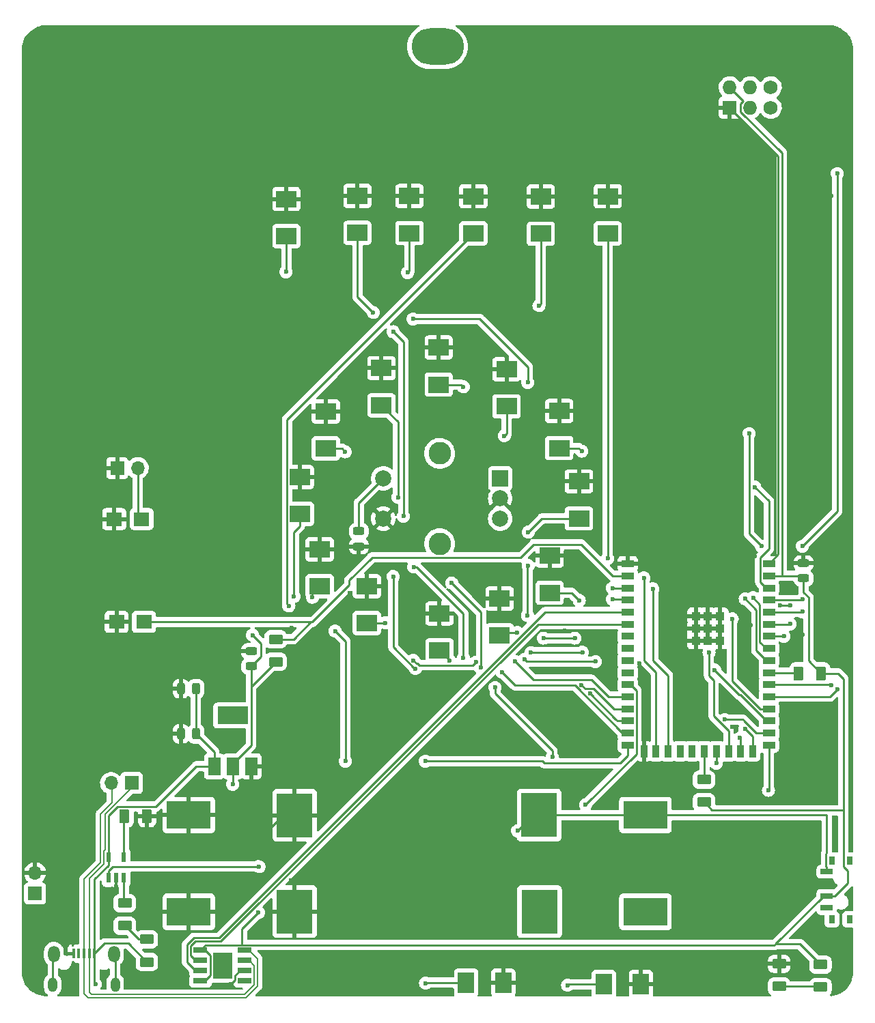
<source format=gbr>
%TF.GenerationSoftware,KiCad,Pcbnew,(6.0.1)*%
%TF.CreationDate,2022-07-03T20:58:27-05:00*%
%TF.ProjectId,BsidesKC-2022-Safe-Badge,42736964-6573-44b4-932d-323032322d53,1.0*%
%TF.SameCoordinates,Original*%
%TF.FileFunction,Copper,L2,Bot*%
%TF.FilePolarity,Positive*%
%FSLAX46Y46*%
G04 Gerber Fmt 4.6, Leading zero omitted, Abs format (unit mm)*
G04 Created by KiCad (PCBNEW (6.0.1)) date 2022-07-03 20:58:27*
%MOMM*%
%LPD*%
G01*
G04 APERTURE LIST*
G04 Aperture macros list*
%AMRoundRect*
0 Rectangle with rounded corners*
0 $1 Rounding radius*
0 $2 $3 $4 $5 $6 $7 $8 $9 X,Y pos of 4 corners*
0 Add a 4 corners polygon primitive as box body*
4,1,4,$2,$3,$4,$5,$6,$7,$8,$9,$2,$3,0*
0 Add four circle primitives for the rounded corners*
1,1,$1+$1,$2,$3*
1,1,$1+$1,$4,$5*
1,1,$1+$1,$6,$7*
1,1,$1+$1,$8,$9*
0 Add four rect primitives between the rounded corners*
20,1,$1+$1,$2,$3,$4,$5,0*
20,1,$1+$1,$4,$5,$6,$7,0*
20,1,$1+$1,$6,$7,$8,$9,0*
20,1,$1+$1,$8,$9,$2,$3,0*%
G04 Aperture macros list end*
%TA.AperFunction,SMDPad,CuDef*%
%ADD10R,0.800000X1.000000*%
%TD*%
%TA.AperFunction,SMDPad,CuDef*%
%ADD11R,1.500000X0.700000*%
%TD*%
%TA.AperFunction,ComponentPad*%
%ADD12O,1.727200X1.727200*%
%TD*%
%TA.AperFunction,ComponentPad*%
%ADD13R,1.727200X1.727200*%
%TD*%
%TA.AperFunction,ComponentPad*%
%ADD14C,1.727200*%
%TD*%
%TA.AperFunction,SMDPad,CuDef*%
%ADD15R,2.500000X2.000000*%
%TD*%
%TA.AperFunction,SMDPad,CuDef*%
%ADD16R,2.000000X2.500000*%
%TD*%
%TA.AperFunction,ComponentPad*%
%ADD17O,6.500000X4.500000*%
%TD*%
%TA.AperFunction,ComponentPad*%
%ADD18R,1.700000X1.700000*%
%TD*%
%TA.AperFunction,ComponentPad*%
%ADD19O,1.700000X1.700000*%
%TD*%
%TA.AperFunction,SMDPad,CuDef*%
%ADD20RoundRect,0.250000X-0.625000X0.375000X-0.625000X-0.375000X0.625000X-0.375000X0.625000X0.375000X0*%
%TD*%
%TA.AperFunction,SMDPad,CuDef*%
%ADD21RoundRect,0.250000X-0.375000X-0.625000X0.375000X-0.625000X0.375000X0.625000X-0.375000X0.625000X0*%
%TD*%
%TA.AperFunction,SMDPad,CuDef*%
%ADD22R,1.500000X2.200000*%
%TD*%
%TA.AperFunction,SMDPad,CuDef*%
%ADD23R,3.800000X2.200000*%
%TD*%
%TA.AperFunction,SMDPad,CuDef*%
%ADD24R,1.100000X1.100000*%
%TD*%
%TA.AperFunction,SMDPad,CuDef*%
%ADD25R,1.500000X0.900000*%
%TD*%
%TA.AperFunction,SMDPad,CuDef*%
%ADD26R,0.900000X1.500000*%
%TD*%
%TA.AperFunction,SMDPad,CuDef*%
%ADD27R,1.948000X1.700000*%
%TD*%
%TA.AperFunction,SMDPad,CuDef*%
%ADD28RoundRect,0.243750X0.456250X-0.243750X0.456250X0.243750X-0.456250X0.243750X-0.456250X-0.243750X0*%
%TD*%
%TA.AperFunction,SMDPad,CuDef*%
%ADD29RoundRect,0.250000X0.625000X-0.375000X0.625000X0.375000X-0.625000X0.375000X-0.625000X-0.375000X0*%
%TD*%
%TA.AperFunction,SMDPad,CuDef*%
%ADD30R,5.500000X3.500000*%
%TD*%
%TA.AperFunction,SMDPad,CuDef*%
%ADD31R,4.500000X5.500000*%
%TD*%
%TA.AperFunction,SMDPad,CuDef*%
%ADD32R,1.750000X0.650000*%
%TD*%
%TA.AperFunction,SMDPad,CuDef*%
%ADD33R,2.410000X3.300000*%
%TD*%
%TA.AperFunction,SMDPad,CuDef*%
%ADD34R,0.440000X1.300000*%
%TD*%
%TA.AperFunction,ComponentPad*%
%ADD35O,1.450000X2.000000*%
%TD*%
%TA.AperFunction,ComponentPad*%
%ADD36O,1.150000X1.800000*%
%TD*%
%TA.AperFunction,SMDPad,CuDef*%
%ADD37R,0.600000X1.200000*%
%TD*%
%TA.AperFunction,SMDPad,CuDef*%
%ADD38RoundRect,0.243750X0.243750X0.456250X-0.243750X0.456250X-0.243750X-0.456250X0.243750X-0.456250X0*%
%TD*%
%TA.AperFunction,SMDPad,CuDef*%
%ADD39RoundRect,0.243750X-0.456250X0.243750X-0.456250X-0.243750X0.456250X-0.243750X0.456250X0.243750X0*%
%TD*%
%TA.AperFunction,ComponentPad*%
%ADD40R,2.000000X2.000000*%
%TD*%
%TA.AperFunction,ComponentPad*%
%ADD41C,2.000000*%
%TD*%
%TA.AperFunction,ComponentPad*%
%ADD42C,2.800000*%
%TD*%
%TA.AperFunction,ViaPad*%
%ADD43C,0.600000*%
%TD*%
%TA.AperFunction,Conductor*%
%ADD44C,0.250000*%
%TD*%
%TA.AperFunction,Conductor*%
%ADD45C,0.200000*%
%TD*%
G04 APERTURE END LIST*
D10*
%TO.P,1/0,*%
%TO.N,*%
X199180000Y-131700000D03*
X196970000Y-131700000D03*
X196970000Y-139000000D03*
X199180000Y-139000000D03*
D11*
%TO.P,1/0,1,A*%
%TO.N,Net-(BT1-Pad1)*%
X196320000Y-133100000D03*
%TO.P,1/0,2,B*%
%TO.N,VCC*%
X196320000Y-136100000D03*
%TO.P,1/0,3,C*%
%TO.N,unconnected-(SW1-Pad3)*%
X196320000Y-137600000D03*
%TD*%
D12*
%TO.P,X1,1,VCC*%
%TO.N,VCC*%
X184300200Y-35773400D03*
D13*
%TO.P,X1,2,GND*%
%TO.N,GND*%
X184300200Y-38313400D03*
D12*
%TO.P,X1,3,SDA*%
%TO.N,IO08*%
X186840200Y-35773400D03*
%TO.P,X1,4,SCL*%
%TO.N,IO09*%
X186840200Y-38313400D03*
D14*
%TO.P,X1,5,GPIO1*%
%TO.N,IO01*%
X189380200Y-35773400D03*
%TO.P,X1,6,GPIO2*%
%TO.N,IO02*%
X189380200Y-38313400D03*
%TD*%
D15*
%TO.P,D1,1,K*%
%TO.N,GND*%
X129350000Y-49650000D03*
%TO.P,D1,2,A*%
%TO.N,IO03*%
X129350000Y-54250000D03*
%TD*%
%TO.P,D5,1,K*%
%TO.N,GND*%
X160875000Y-49350000D03*
%TO.P,D5,2,A*%
%TO.N,IO05*%
X160875000Y-53950000D03*
%TD*%
%TO.P,D2,1,K*%
%TO.N,GND*%
X138150000Y-49250000D03*
%TO.P,D2,2,A*%
%TO.N,IO34*%
X138150000Y-53850000D03*
%TD*%
%TO.P,D15,1,K*%
%TO.N,GND*%
X139300000Y-97675000D03*
%TO.P,D15,2,A*%
%TO.N,IO11*%
X139300000Y-102275000D03*
%TD*%
%TO.P,D18,1,K*%
%TO.N,GND*%
X131000000Y-84125000D03*
%TO.P,D18,2,A*%
%TO.N,IO37*%
X131000000Y-88725000D03*
%TD*%
%TO.P,D17,1,K*%
%TO.N,GND*%
X133475000Y-93100000D03*
%TO.P,D17,2,A*%
%TO.N,IO16*%
X133475000Y-97700000D03*
%TD*%
%TO.P,D8,1,K*%
%TO.N,GND*%
X156625000Y-70775000D03*
%TO.P,D8,2,A*%
%TO.N,IO21*%
X156625000Y-75375000D03*
%TD*%
%TO.P,D20,1,K*%
%TO.N,GND*%
X141125000Y-70625000D03*
%TO.P,D20,2,A*%
%TO.N,IO17*%
X141125000Y-75225000D03*
%TD*%
%TO.P,D6,1,K*%
%TO.N,GND*%
X169175000Y-49300000D03*
%TO.P,D6,2,A*%
%TO.N,IO26*%
X169175000Y-53900000D03*
%TD*%
%TO.P,D14,1,K*%
%TO.N,GND*%
X148325000Y-101050000D03*
%TO.P,D14,2,A*%
%TO.N,IO36*%
X148325000Y-105650000D03*
%TD*%
%TO.P,D13,1,K*%
%TO.N,GND*%
X155775000Y-99200000D03*
%TO.P,D13,2,A*%
%TO.N,IO15*%
X155775000Y-103800000D03*
%TD*%
%TO.P,D7,1,K*%
%TO.N,GND*%
X148225000Y-68075000D03*
%TO.P,D7,2,A*%
%TO.N,IO06*%
X148225000Y-72675000D03*
%TD*%
D16*
%TO.P,D22,1,K*%
%TO.N,GND*%
X156225000Y-146875000D03*
%TO.P,D22,2,A*%
%TO.N,IO13*%
X151625000Y-146875000D03*
%TD*%
D15*
%TO.P,D9,1,K*%
%TO.N,GND*%
X163150000Y-75950000D03*
%TO.P,D9,2,A*%
%TO.N,IO14*%
X163150000Y-80550000D03*
%TD*%
%TO.P,D3,1,K*%
%TO.N,GND*%
X144600000Y-49275000D03*
%TO.P,D3,2,A*%
%TO.N,IO04*%
X144600000Y-53875000D03*
%TD*%
D16*
%TO.P,D21,1,K*%
%TO.N,GND*%
X173288800Y-147050000D03*
%TO.P,D21,2,A*%
%TO.N,IO38*%
X168688800Y-147050000D03*
%TD*%
D15*
%TO.P,D11,1,K*%
%TO.N,GND*%
X161975000Y-93900000D03*
%TO.P,D11,2,A*%
%TO.N,IO10*%
X161975000Y-98500000D03*
%TD*%
%TO.P,D10,1,K*%
%TO.N,GND*%
X165600000Y-84675000D03*
%TO.P,D10,2,A*%
%TO.N,IO35*%
X165600000Y-89275000D03*
%TD*%
%TO.P,D4,1,K*%
%TO.N,GND*%
X152525000Y-49300000D03*
%TO.P,D4,2,A*%
%TO.N,IO33*%
X152525000Y-53900000D03*
%TD*%
%TO.P,D19,1,K*%
%TO.N,GND*%
X134225000Y-76000000D03*
%TO.P,D19,2,A*%
%TO.N,IO12*%
X134225000Y-80600000D03*
%TD*%
D17*
%TO.P,REF\u002A\u002A,*%
%TO.N,*%
X148082000Y-30734000D03*
%TD*%
D18*
%TO.P,J2,1,Pin_1*%
%TO.N,GND*%
X108375000Y-83025000D03*
D19*
%TO.P,J2,2,Pin_2*%
%TO.N,Boot*%
X110915000Y-83025000D03*
%TD*%
D20*
%TO.P,D16,1,K*%
%TO.N,GND*%
X190425000Y-144525000D03*
%TO.P,D16,2,A*%
%TO.N,Net-(D16-Pad2)*%
X190425000Y-147325000D03*
%TD*%
%TO.P,D12,1,K*%
%TO.N,Net-(D12-Pad1)*%
X112050000Y-141500000D03*
%TO.P,D12,2,A*%
%TO.N,VBUS*%
X112050000Y-144300000D03*
%TD*%
D21*
%TO.P,R1,1*%
%TO.N,Net-(R1-Pad1)*%
X109275000Y-126225000D03*
%TO.P,R1,2*%
%TO.N,GND*%
X112075000Y-126225000D03*
%TD*%
D22*
%TO.P,U4,1,GND*%
%TO.N,GND*%
X125000000Y-120025000D03*
%TO.P,U4,2,VO*%
%TO.N,VCC*%
X122700000Y-120025000D03*
%TO.P,U4,3,VI*%
%TO.N,VBUS*%
X120400000Y-120025000D03*
D23*
%TO.P,U4,4*%
%TO.N,N/C*%
X122700000Y-113725000D03*
%TD*%
D24*
%TO.P,ESP32-S2 ROVER,43,GND*%
%TO.N,GND*%
X181590000Y-104450000D03*
X180090000Y-101400000D03*
X183090000Y-101400000D03*
X180090000Y-104450000D03*
X180090000Y-102950000D03*
X181590000Y-102950000D03*
X183090000Y-102950000D03*
X183090000Y-104450000D03*
X181590000Y-101400000D03*
D25*
%TO.P,ESP32-S2 ROVER,42,GND*%
X171650000Y-94900000D03*
%TO.P,ESP32-S2 ROVER,41,EN*%
%TO.N,RESET*%
X171650000Y-96400000D03*
%TO.P,ESP32-S2 ROVER,40,IO46*%
%TO.N,IO46*%
X171650000Y-97900000D03*
%TO.P,ESP32-S2 ROVER,39,IO45*%
%TO.N,IO45*%
X171650000Y-99400000D03*
%TO.P,ESP32-S2 ROVER,38,RXD0*%
%TO.N,USB_TX_ESP_RX*%
X171650000Y-100900000D03*
%TO.P,ESP32-S2 ROVER,37,TXD0*%
%TO.N,USB_RX_ESP_TX*%
X171650000Y-102400000D03*
%TO.P,ESP32-S2 ROVER,36,IO42*%
%TO.N,IO42*%
X171650000Y-103900000D03*
%TO.P,ESP32-S2 ROVER,35,IO41*%
%TO.N,IO41*%
X171650000Y-105400000D03*
%TO.P,ESP32-S2 ROVER,34,IO40*%
%TO.N,IO40*%
X171650000Y-106900000D03*
%TO.P,ESP32-S2 ROVER,33,IO39*%
%TO.N,IO39*%
X171650000Y-108400000D03*
%TO.P,ESP32-S2 ROVER,32,IO38*%
%TO.N,IO38*%
X171650000Y-109900000D03*
%TO.P,ESP32-S2 ROVER,31,IO37*%
%TO.N,IO37*%
X171650000Y-111400000D03*
%TO.P,ESP32-S2 ROVER,30,IO36*%
%TO.N,IO36*%
X171650000Y-112900000D03*
%TO.P,ESP32-S2 ROVER,29,IO35*%
%TO.N,IO35*%
X171650000Y-114400000D03*
%TO.P,ESP32-S2 ROVER,28,IO34*%
%TO.N,IO34*%
X171650000Y-115900000D03*
%TO.P,ESP32-S2 ROVER,27,IO33*%
%TO.N,IO33*%
X171650000Y-117400000D03*
D26*
%TO.P,ESP32-S2 ROVER,26,GND*%
%TO.N,GND*%
X173650000Y-118150000D03*
%TO.P,ESP32-S2 ROVER,25,IO26*%
%TO.N,IO26*%
X175150000Y-118150000D03*
%TO.P,ESP32-S2 ROVER,24,IO21*%
%TO.N,IO21*%
X176650000Y-118150000D03*
%TO.P,ESP32-S2 ROVER,23,USB_D+*%
%TO.N,unconnected-(U2-Pad23)*%
X178150000Y-118150000D03*
%TO.P,ESP32-S2 ROVER,22,USB_D-*%
%TO.N,unconnected-(U2-Pad22)*%
X179650000Y-118150000D03*
%TO.P,ESP32-S2 ROVER,21,IO18*%
%TO.N,Net-(R5-Pad1)*%
X181150000Y-118150000D03*
%TO.P,ESP32-S2 ROVER,20,IO17*%
%TO.N,IO17*%
X182650000Y-118150000D03*
%TO.P,ESP32-S2 ROVER,19,IO16*%
%TO.N,IO16*%
X184150000Y-118150000D03*
%TO.P,ESP32-S2 ROVER,18,IO15*%
%TO.N,IO15*%
X185650000Y-118150000D03*
%TO.P,ESP32-S2 ROVER,17,IO14*%
%TO.N,IO14*%
X187150000Y-118150000D03*
D25*
%TO.P,ESP32-S2 ROVER,16,IO13*%
%TO.N,IO13*%
X189150000Y-117400000D03*
%TO.P,ESP32-S2 ROVER,15,IO12*%
%TO.N,IO12*%
X189150000Y-115900000D03*
%TO.P,ESP32-S2 ROVER,14,IO11*%
%TO.N,IO11*%
X189150000Y-114400000D03*
%TO.P,ESP32-S2 ROVER,13,IO10*%
%TO.N,IO10*%
X189150000Y-112900000D03*
%TO.P,ESP32-S2 ROVER,12,IO09*%
%TO.N,IO09*%
X189150000Y-111400000D03*
%TO.P,ESP32-S2 ROVER,11,IO08*%
%TO.N,IO08*%
X189150000Y-109900000D03*
%TO.P,ESP32-S2 ROVER,10,IO07*%
%TO.N,IO07*%
X189150000Y-108400000D03*
%TO.P,ESP32-S2 ROVER,9,IO06*%
%TO.N,IO06*%
X189150000Y-106900000D03*
%TO.P,ESP32-S2 ROVER,8,IO05*%
%TO.N,IO05*%
X189150000Y-105400000D03*
%TO.P,ESP32-S2 ROVER,7,IO04*%
%TO.N,IO04*%
X189150000Y-103900000D03*
%TO.P,ESP32-S2 ROVER,6,IO03*%
%TO.N,IO03*%
X189150000Y-102400000D03*
%TO.P,ESP32-S2 ROVER,5,IO02*%
%TO.N,IO02*%
X189150000Y-100900000D03*
%TO.P,ESP32-S2 ROVER,4,IO01*%
%TO.N,IO01*%
X189150000Y-99400000D03*
%TO.P,ESP32-S2 ROVER,3,IO00*%
%TO.N,Boot*%
X189150000Y-97900000D03*
%TO.P,ESP32-S2 ROVER,2,3V3*%
%TO.N,VCC*%
X189150000Y-96400000D03*
%TO.P,ESP32-S2 ROVER,1,GND*%
%TO.N,GND*%
X189150000Y-94900000D03*
%TD*%
D27*
%TO.P,SW2,1,A*%
%TO.N,Boot*%
X111400000Y-89350000D03*
%TO.P,SW2,2,B*%
%TO.N,GND*%
X108000000Y-89350000D03*
%TD*%
D20*
%TO.P,R3,1*%
%TO.N,VCC*%
X195550000Y-144625000D03*
%TO.P,R3,2*%
%TO.N,Net-(D16-Pad2)*%
X195550000Y-147425000D03*
%TD*%
D28*
%TO.P,C2,1*%
%TO.N,VCC*%
X193450000Y-96712500D03*
%TO.P,C2,2*%
%TO.N,GND*%
X193450000Y-94837500D03*
%TD*%
D20*
%TO.P,R5,1*%
%TO.N,Net-(R5-Pad1)*%
X181100000Y-121675000D03*
%TO.P,R5,2*%
%TO.N,VCC*%
X181100000Y-124475000D03*
%TD*%
D29*
%TO.P,R4,1*%
%TO.N,VCC*%
X128016000Y-107064000D03*
%TO.P,R4,2*%
%TO.N,RESET*%
X128016000Y-104264000D03*
%TD*%
D30*
%TO.P,BT1,1,+*%
%TO.N,Net-(BT1-Pad1)*%
X173850000Y-126075000D03*
D31*
X160675000Y-126075000D03*
%TO.P,BT1,2,-*%
%TO.N,GND*%
X130375000Y-126100000D03*
D30*
X117250000Y-126075000D03*
X117250000Y-138075000D03*
D31*
X130375000Y-138050000D03*
D30*
%TO.P,BT1,4*%
%TO.N,N/C*%
X173850000Y-138075000D03*
D31*
X160725000Y-138050000D03*
%TD*%
D32*
%TO.P,U3,1,UD+*%
%TO.N,D+*%
X124175000Y-142845000D03*
%TO.P,U3,2,UD-*%
%TO.N,D-*%
X124175000Y-144115000D03*
%TO.P,U3,3,GND*%
%TO.N,GND*%
X124175000Y-145385000D03*
%TO.P,U3,4,~{RTS}*%
%TO.N,unconnected-(U3-Pad4)*%
X124175000Y-146655000D03*
%TO.P,U3,5,VCC*%
%TO.N,VCC*%
X118675000Y-146655000D03*
%TO.P,U3,6,TXD*%
%TO.N,USB_TX_ESP_RX*%
X118675000Y-145385000D03*
%TO.P,U3,7,RXD*%
%TO.N,USB_RX_ESP_TX*%
X118675000Y-144115000D03*
%TO.P,U3,8,V3*%
%TO.N,VCC*%
X118675000Y-142845000D03*
D33*
%TO.P,U3,9*%
%TO.N,N/C*%
X121425000Y-144750000D03*
%TD*%
D34*
%TO.P,J4,1,VBUS*%
%TO.N,VBUS*%
X105550000Y-143275000D03*
%TO.P,J4,2,D-*%
%TO.N,D-*%
X104900000Y-143275000D03*
%TO.P,J4,3,D+*%
%TO.N,D+*%
X104250000Y-143275000D03*
%TO.P,J4,4,ID*%
%TO.N,unconnected-(J4-Pad4)*%
X103600000Y-143275000D03*
%TO.P,J4,5,GND*%
%TO.N,GND*%
X102950000Y-143275000D03*
D35*
%TO.P,J4,6,Shield*%
%TO.N,unconnected-(J4-Pad6)*%
X107975000Y-143325000D03*
X100525000Y-143325000D03*
D36*
X108125000Y-147125000D03*
X100375000Y-147125000D03*
%TD*%
D37*
%TO.P,U1,1,~{CHRG}*%
%TO.N,Net-(R2-Pad2)*%
X109175000Y-133875000D03*
%TO.P,U1,2,GND*%
%TO.N,GND*%
X108225000Y-133875000D03*
%TO.P,U1,3,BAT*%
%TO.N,Net-(BT1-Pad1)*%
X107275000Y-133875000D03*
%TO.P,U1,4,VCC*%
%TO.N,VBUS*%
X107275000Y-131275000D03*
%TO.P,U1,5,PROG*%
%TO.N,Net-(R1-Pad1)*%
X109175000Y-131275000D03*
%TD*%
D38*
%TO.P,C1,1*%
%TO.N,VBUS*%
X118137500Y-110400000D03*
%TO.P,C1,2*%
%TO.N,GND*%
X116262500Y-110400000D03*
%TD*%
%TO.P,C5,1*%
%TO.N,VBUS*%
X118137500Y-116000000D03*
%TO.P,C5,2*%
%TO.N,GND*%
X116262500Y-116000000D03*
%TD*%
D39*
%TO.P,C4,1*%
%TO.N,VCC*%
X138325000Y-90862500D03*
%TO.P,C4,2*%
%TO.N,GND*%
X138325000Y-92737500D03*
%TD*%
D18*
%TO.P,GND 5v,1,Pin_1*%
%TO.N,VBUS*%
X98200000Y-135800000D03*
D19*
%TO.P,GND 5v,2,Pin_2*%
%TO.N,GND*%
X98200000Y-133260000D03*
%TD*%
D21*
%TO.P,R6,1*%
%TO.N,IO07*%
X192825000Y-108500000D03*
%TO.P,R6,2*%
%TO.N,VCC*%
X195625000Y-108500000D03*
%TD*%
D40*
%TO.P,SW3,A,A*%
%TO.N,IO46*%
X155850000Y-84300000D03*
D41*
%TO.P,SW3,B,B*%
%TO.N,IO45*%
X155850000Y-89300000D03*
%TO.P,SW3,C,C*%
%TO.N,GND*%
X155850000Y-86800000D03*
D42*
%TO.P,SW3,MP*%
%TO.N,N/C*%
X148350000Y-92400000D03*
X148350000Y-81200000D03*
D41*
%TO.P,SW3,S1,S1*%
%TO.N,VCC*%
X141350000Y-84300000D03*
%TO.P,SW3,S2,S2*%
%TO.N,GND*%
X141350000Y-89300000D03*
%TD*%
D18*
%TO.P,D- D+,1,Pin_1*%
%TO.N,D-*%
X110150000Y-122100000D03*
D19*
%TO.P,D- D+,2,Pin_2*%
%TO.N,D+*%
X107610000Y-122100000D03*
%TD*%
D27*
%TO.P,SW_Reset1,1,C*%
%TO.N,GND*%
X108300000Y-102125000D03*
%TO.P,SW_Reset1,2,D*%
%TO.N,RESET*%
X111700000Y-102125000D03*
%TD*%
D28*
%TO.P,C3,1*%
%TO.N,VCC*%
X124968000Y-107617500D03*
%TO.P,C3,2*%
%TO.N,GND*%
X124968000Y-105742500D03*
%TD*%
D29*
%TO.P,R2,1*%
%TO.N,Net-(D12-Pad1)*%
X109300000Y-139800000D03*
%TO.P,R2,2*%
%TO.N,Net-(R2-Pad2)*%
X109300000Y-137000000D03*
%TD*%
D43*
%TO.N,GND*%
X114452400Y-128676400D03*
X127330200Y-129616200D03*
X187960000Y-88112600D03*
X187375800Y-93954600D03*
X186893200Y-102539800D03*
X196850000Y-49276000D03*
X185953400Y-95173800D03*
X135839200Y-100914200D03*
X106654600Y-145872200D03*
X102565200Y-146354800D03*
X191922400Y-97688400D03*
X184581800Y-115112800D03*
X197281800Y-127457200D03*
X129971800Y-102870000D03*
X152425400Y-101422200D03*
X184607200Y-112674400D03*
X193344800Y-103657400D03*
X187299600Y-108712000D03*
X163880800Y-103149400D03*
X177596800Y-97942400D03*
X177368200Y-102895400D03*
X178689000Y-106908600D03*
X173101000Y-107238800D03*
%TO.N,IO35*%
X167005000Y-110999500D03*
%TO.N,GND*%
X117348000Y-129540000D03*
X124460000Y-130810000D03*
X117348000Y-134112000D03*
X129921000Y-134162800D03*
%TO.N,Net-(BT1-Pad1)*%
X125950000Y-132475000D03*
X157988000Y-128016000D03*
%TO.N,GND*%
X137160000Y-98552000D03*
X165608000Y-97536000D03*
X157734000Y-95250000D03*
X136398000Y-95758000D03*
X177800000Y-137668000D03*
X128524000Y-146304000D03*
X122428000Y-147066000D03*
X179070000Y-146812000D03*
%TO.N,VBUS*%
X105675000Y-147050000D03*
%TO.N,VCC*%
X125146594Y-103745229D03*
X122675000Y-122250000D03*
X125875000Y-138175000D03*
%TO.N,IO03*%
X145034000Y-64516000D03*
X190500000Y-100076000D03*
X129286000Y-58674000D03*
X159258000Y-72390000D03*
X191770000Y-102362000D03*
X191770000Y-100076000D03*
%TO.N,IO04*%
X144375000Y-58775000D03*
X188214000Y-92710000D03*
X186690000Y-78740000D03*
X191008000Y-103886000D03*
%TO.N,IO05*%
X160650000Y-62875000D03*
X187200000Y-99100000D03*
%TO.N,IO06*%
X151275000Y-72950000D03*
X186225000Y-99250000D03*
%TO.N,IO14*%
X186175000Y-115350000D03*
X165950000Y-80925000D03*
%TO.N,IO35*%
X159325000Y-95125000D03*
X159325000Y-90975000D03*
X159225000Y-101300000D03*
%TO.N,IO10*%
X184600000Y-101725000D03*
X165650000Y-99450000D03*
%TO.N,IO15*%
X165100000Y-104125000D03*
X161200000Y-104125000D03*
X185575000Y-116525000D03*
X157925000Y-103425000D03*
%TO.N,IO36*%
X149525000Y-106873989D03*
X165934979Y-109933802D03*
%TO.N,IO11*%
X158875000Y-106750000D03*
X149825000Y-97275000D03*
X182422800Y-108077000D03*
X167650000Y-107025000D03*
X153425000Y-107800000D03*
X141625000Y-102225000D03*
%TO.N,IO16*%
X159650000Y-105925000D03*
X166025000Y-105875000D03*
X181725000Y-105900000D03*
X132567437Y-99050989D03*
%TO.N,IO37*%
X145094589Y-106873411D03*
X130275000Y-98950000D03*
X152850000Y-107100000D03*
X157650000Y-107000000D03*
%TO.N,IO12*%
X136625000Y-81000000D03*
X183700000Y-114225000D03*
%TO.N,IO17*%
X143175000Y-86650000D03*
X155194000Y-110236000D03*
X162306000Y-118872000D03*
X145348589Y-107889411D03*
X142575000Y-96475000D03*
X182650000Y-119634000D03*
%TO.N,IO38*%
X166420800Y-124790200D03*
X164200000Y-147175000D03*
%TO.N,IO13*%
X189100000Y-123000000D03*
X146600000Y-146925000D03*
%TO.N,Boot*%
X187401200Y-85394800D03*
%TO.N,IO45*%
X169750000Y-99300000D03*
%TO.N,IO46*%
X169750000Y-97900000D03*
%TO.N,IO09*%
X197612000Y-110490000D03*
%TO.N,IO08*%
X196850000Y-109982000D03*
%TO.N,IO02*%
X193294000Y-100838000D03*
%TO.N,IO01*%
X193294000Y-92710000D03*
X193294000Y-99314000D03*
X197612000Y-46482000D03*
%TO.N,IO34*%
X151275000Y-106563500D03*
X142575000Y-66100000D03*
X140100000Y-63725000D03*
X143850000Y-89000000D03*
X145125000Y-95275000D03*
X156064252Y-108341500D03*
%TO.N,IO33*%
X136652000Y-119380000D03*
X129650000Y-100125000D03*
X135379661Y-103242839D03*
X146558000Y-119380000D03*
%TO.N,IO26*%
X169164000Y-94234000D03*
X173650000Y-96650000D03*
%TO.N,IO21*%
X174750000Y-98000000D03*
X156350000Y-79025000D03*
%TD*%
D44*
%TO.N,GND*%
X190304480Y-93745520D02*
X190304480Y-44317680D01*
X190304480Y-44317680D02*
X184300200Y-38313400D01*
X189150000Y-94900000D02*
X190304480Y-93745520D01*
%TO.N,Boot*%
X188075489Y-94125489D02*
X189150000Y-93050978D01*
X189150000Y-87143600D02*
X187401200Y-85394800D01*
X189150000Y-93050978D02*
X189150000Y-87143600D01*
X188075489Y-97174511D02*
X188075489Y-94125489D01*
X188800978Y-97900000D02*
X188075489Y-97174511D01*
X189150000Y-97900000D02*
X188800978Y-97900000D01*
%TO.N,IO06*%
X187586680Y-105636680D02*
X187586680Y-100611680D01*
X189150000Y-106900000D02*
X188850000Y-106900000D01*
X188850000Y-106900000D02*
X187586680Y-105636680D01*
X187586680Y-100611680D02*
X186225000Y-99250000D01*
%TO.N,IO05*%
X188800978Y-105400000D02*
X188036200Y-104635222D01*
X189150000Y-105400000D02*
X188800978Y-105400000D01*
X188036200Y-104635222D02*
X188036200Y-99936200D01*
X188036200Y-99936200D02*
X187200000Y-99100000D01*
%TO.N,Net-(BT1-Pad1)*%
X196320000Y-132524511D02*
X196320000Y-133100000D01*
X196245489Y-132450000D02*
X196320000Y-132524511D01*
X196320000Y-130800978D02*
X196245489Y-130875489D01*
X173850000Y-126075000D02*
X196320000Y-126075000D01*
X196320000Y-126075000D02*
X196320000Y-130800978D01*
X196245489Y-130875489D02*
X196245489Y-132450000D01*
%TO.N,IO38*%
X171999022Y-109900000D02*
X171650000Y-109900000D01*
X172724511Y-118480682D02*
X172724511Y-110625489D01*
X166420800Y-124784393D02*
X172724511Y-118480682D01*
X166420800Y-124790200D02*
X166420800Y-124784393D01*
X172724511Y-110625489D02*
X171999022Y-109900000D01*
%TO.N,IO33*%
X170688000Y-119634000D02*
X161290000Y-119634000D01*
%TO.N,IO35*%
X170163089Y-114157589D02*
X167005000Y-110999500D01*
X170163089Y-114161911D02*
X170163089Y-114157589D01*
%TO.N,IO37*%
X159928489Y-109278489D02*
X157650000Y-107000000D01*
X167178489Y-109278489D02*
X159928489Y-109278489D01*
X169300000Y-111400000D02*
X167178489Y-109278489D01*
X171650000Y-111400000D02*
X169300000Y-111400000D01*
%TO.N,IO36*%
X169950000Y-112900000D02*
X167425000Y-110375000D01*
%TO.N,IO34*%
X157704752Y-109982000D02*
X156064252Y-108341500D01*
X165100000Y-109982000D02*
X157704752Y-109982000D01*
X171018000Y-115900000D02*
X165100000Y-109982000D01*
X171650000Y-115900000D02*
X171018000Y-115900000D01*
%TO.N,IO16*%
X182300000Y-109376600D02*
X181725000Y-108801600D01*
X184150000Y-115625000D02*
X182300000Y-113775000D01*
X181725000Y-108801600D02*
X181725000Y-105900000D01*
X184150000Y-118150000D02*
X184150000Y-115625000D01*
X182300000Y-113775000D02*
X182300000Y-109376600D01*
%TO.N,IO11*%
X188850000Y-114400000D02*
X189150000Y-114400000D01*
X185585500Y-111135500D02*
X188850000Y-114400000D01*
X185481300Y-111135500D02*
X185585500Y-111135500D01*
X182422800Y-108077000D02*
X185481300Y-111135500D01*
%TO.N,IO21*%
X176650000Y-108781200D02*
X174802800Y-106934000D01*
X176650000Y-118150000D02*
X176650000Y-108781200D01*
%TO.N,IO26*%
X173650000Y-106873400D02*
X173650000Y-96650000D01*
X173659800Y-106883200D02*
X173650000Y-106873400D01*
X175150000Y-108373400D02*
X173659800Y-106883200D01*
X175150000Y-118150000D02*
X175150000Y-108373400D01*
%TO.N,GND*%
X130375000Y-134616800D02*
X130375000Y-138050000D01*
X129921000Y-134162800D02*
X130375000Y-134616800D01*
X117250000Y-129442000D02*
X117250000Y-126075000D01*
X117250000Y-134210000D02*
X117348000Y-134112000D01*
X124460000Y-130556000D02*
X124460000Y-130810000D01*
X130375000Y-126100000D02*
X128916000Y-126100000D01*
X117348000Y-129540000D02*
X117250000Y-129442000D01*
X128916000Y-126100000D02*
X124460000Y-130556000D01*
X117250000Y-138075000D02*
X117250000Y-134210000D01*
%TO.N,Net-(BT1-Pad1)*%
X107275000Y-133875000D02*
X107275000Y-133025000D01*
X107825000Y-132475000D02*
X125950000Y-132475000D01*
X159929000Y-126075000D02*
X160675000Y-126075000D01*
X157988000Y-128016000D02*
X159929000Y-126075000D01*
X107275000Y-133025000D02*
X107825000Y-132475000D01*
X160675000Y-126075000D02*
X173850000Y-126075000D01*
%TO.N,GND*%
X122975489Y-146005489D02*
X122975489Y-146518511D01*
X181590000Y-104450000D02*
X181590000Y-102950000D01*
X123595978Y-145385000D02*
X122975489Y-146005489D01*
X183090000Y-101400000D02*
X181590000Y-101400000D01*
X180090000Y-101400000D02*
X181590000Y-101400000D01*
X124175000Y-145385000D02*
X123595978Y-145385000D01*
X183090000Y-102950000D02*
X183090000Y-104450000D01*
X180090000Y-102950000D02*
X180090000Y-104450000D01*
X180090000Y-101400000D02*
X180090000Y-102950000D01*
X183090000Y-101400000D02*
X183090000Y-102950000D01*
X183090000Y-104450000D02*
X181590000Y-104450000D01*
X122975489Y-146518511D02*
X122428000Y-147066000D01*
%TO.N,VBUS*%
X107275000Y-132325978D02*
X107275000Y-131275000D01*
X120400000Y-120025000D02*
X120400000Y-118262500D01*
X113175009Y-125025480D02*
X108398020Y-125025480D01*
X105550000Y-134050978D02*
X107275000Y-132325978D01*
X118137500Y-116000000D02*
X118137500Y-110400000D01*
X106824520Y-142000480D02*
X105550000Y-143275000D01*
X109750480Y-142000480D02*
X106824520Y-142000480D01*
X105550000Y-143275000D02*
X105550000Y-134050978D01*
X105550000Y-143275000D02*
X105550000Y-146925000D01*
X107275000Y-126148500D02*
X107275000Y-131275000D01*
X120400000Y-118262500D02*
X118137500Y-116000000D01*
X108398020Y-125025480D02*
X107275000Y-126148500D01*
X112050000Y-144300000D02*
X109750480Y-142000480D01*
X120400000Y-120025000D02*
X118175489Y-120025000D01*
X118175489Y-120025000D02*
X113175009Y-125025480D01*
X105550000Y-146925000D02*
X105675000Y-147050000D01*
%TO.N,VCC*%
X124975000Y-107624500D02*
X124968000Y-107617500D01*
X189824511Y-142195489D02*
X123820489Y-142195489D01*
X119895489Y-143515489D02*
X119895489Y-145984511D01*
X118675000Y-142845000D02*
X119225000Y-142845000D01*
X195625000Y-108500000D02*
X197700000Y-108500000D01*
X186000078Y-37473278D02*
X185652089Y-37821267D01*
X124975000Y-110105000D02*
X128016000Y-107064000D01*
X189947500Y-142072500D02*
X192997500Y-142072500D01*
X190754000Y-43907444D02*
X190754000Y-96280000D01*
X193450000Y-96712500D02*
X193450000Y-98454000D01*
X122675000Y-120050000D02*
X122700000Y-120025000D01*
X126167520Y-104766155D02*
X125146594Y-103745229D01*
X198374000Y-109174000D02*
X197750000Y-108550000D01*
X119225000Y-142845000D02*
X119895489Y-143515489D01*
X138325000Y-90862500D02*
X138325000Y-87325000D01*
X126167520Y-106417980D02*
X126167520Y-104766155D01*
X189947500Y-142072500D02*
X189824511Y-142195489D01*
X197700000Y-108500000D02*
X197750000Y-108550000D01*
X123820489Y-142195489D02*
X123820489Y-140229511D01*
X194056000Y-99060000D02*
X194056000Y-106931000D01*
X189150000Y-96400000D02*
X190874000Y-96400000D01*
X185652089Y-37821267D02*
X185652089Y-38805533D01*
X194056000Y-106931000D02*
X195625000Y-108500000D01*
X119225000Y-146655000D02*
X118675000Y-146655000D01*
X196320000Y-136100000D02*
X195920000Y-136100000D01*
X122700000Y-119675000D02*
X124975000Y-117400000D01*
X195920000Y-136100000D02*
X189947500Y-142072500D01*
X197320000Y-136100000D02*
X198904521Y-134515479D01*
X138325000Y-87325000D02*
X141350000Y-84300000D01*
X119895489Y-145984511D02*
X119225000Y-146655000D01*
X122700000Y-120025000D02*
X122700000Y-119675000D01*
X124975000Y-117400000D02*
X124975000Y-107624500D01*
X123820489Y-140229511D02*
X125875000Y-138175000D01*
X198374000Y-132443022D02*
X198374000Y-125476000D01*
X124968000Y-107617500D02*
X126167520Y-106417980D01*
X198904521Y-134515479D02*
X198904521Y-132973543D01*
X182101000Y-125476000D02*
X198374000Y-125476000D01*
X190754000Y-96280000D02*
X190874000Y-96400000D01*
X198904521Y-132973543D02*
X198374000Y-132443022D01*
X123820489Y-142195489D02*
X119324511Y-142195489D01*
X193450000Y-98454000D02*
X194056000Y-99060000D01*
X119324511Y-142195489D02*
X118675000Y-142845000D01*
X196320000Y-136100000D02*
X197320000Y-136100000D01*
X198374000Y-125476000D02*
X198374000Y-109174000D01*
X185652089Y-38805533D02*
X190754000Y-43907444D01*
X122675000Y-122250000D02*
X122675000Y-120050000D01*
X184300200Y-35773400D02*
X186000078Y-37473278D01*
X192997500Y-142072500D02*
X195550000Y-144625000D01*
X181100000Y-124475000D02*
X182101000Y-125476000D01*
X124975000Y-117400000D02*
X124975000Y-110105000D01*
X190874000Y-96400000D02*
X193137500Y-96400000D01*
X193137500Y-96400000D02*
X193450000Y-96712500D01*
%TO.N,IO03*%
X190500000Y-100076000D02*
X191770000Y-100076000D01*
X129286000Y-58674000D02*
X129350000Y-58610000D01*
X129350000Y-58610000D02*
X129350000Y-54250000D01*
X159258000Y-72390000D02*
X159258000Y-70508978D01*
X159258000Y-70508978D02*
X153265022Y-64516000D01*
X153265022Y-64516000D02*
X145034000Y-64516000D01*
X189150000Y-102400000D02*
X191732000Y-102400000D01*
X191732000Y-102400000D02*
X191770000Y-102362000D01*
%TO.N,IO04*%
X191008000Y-103886000D02*
X189164000Y-103886000D01*
X144600000Y-58550000D02*
X144375000Y-58775000D01*
X144600000Y-53875000D02*
X144600000Y-58550000D01*
X189164000Y-103886000D02*
X189150000Y-103900000D01*
X188214000Y-92710000D02*
X186690000Y-91186000D01*
X186690000Y-91186000D02*
X186690000Y-78740000D01*
%TO.N,IO05*%
X160875000Y-62650000D02*
X160875000Y-53950000D01*
X160650000Y-62875000D02*
X160875000Y-62650000D01*
%TO.N,IO06*%
X151275000Y-72950000D02*
X151000000Y-72675000D01*
X151000000Y-72675000D02*
X148225000Y-72675000D01*
%TO.N,IO14*%
X187150000Y-116325000D02*
X186175000Y-115350000D01*
X165950000Y-80925000D02*
X165575000Y-80550000D01*
X165575000Y-80550000D02*
X163150000Y-80550000D01*
X187150000Y-118150000D02*
X187150000Y-116325000D01*
%TO.N,IO35*%
X170401178Y-114400000D02*
X170163089Y-114161911D01*
X159325000Y-90975000D02*
X161025000Y-89275000D01*
X171650000Y-114400000D02*
X170401178Y-114400000D01*
X161025000Y-89275000D02*
X165600000Y-89275000D01*
X159225000Y-101300000D02*
X159225000Y-95225000D01*
X159225000Y-95225000D02*
X159325000Y-95125000D01*
%TO.N,IO10*%
X164700000Y-98500000D02*
X161975000Y-98500000D01*
X188050000Y-112900000D02*
X184600000Y-109450000D01*
X165650000Y-99450000D02*
X164700000Y-98500000D01*
X189150000Y-112900000D02*
X188050000Y-112900000D01*
X184600000Y-109450000D02*
X184600000Y-101725000D01*
%TO.N,IO15*%
X156150000Y-103425000D02*
X155775000Y-103800000D01*
X185650000Y-116600000D02*
X185575000Y-116525000D01*
X185650000Y-118150000D02*
X185650000Y-116600000D01*
X157925000Y-103425000D02*
X156150000Y-103425000D01*
X165100000Y-104125000D02*
X161200000Y-104125000D01*
%TO.N,IO36*%
X149525000Y-106850000D02*
X149525000Y-106873989D01*
X167425000Y-110375000D02*
X166376177Y-110375000D01*
X148325000Y-105650000D02*
X149525000Y-106850000D01*
X166376177Y-110375000D02*
X165934979Y-109933802D01*
X171650000Y-112900000D02*
X169950000Y-112900000D01*
%TO.N,IO11*%
X153425000Y-107800000D02*
X153474511Y-107750489D01*
X153474511Y-107750489D02*
X153474511Y-100924511D01*
X153474511Y-100924511D02*
X149825000Y-97275000D01*
X167650000Y-107025000D02*
X159150000Y-107025000D01*
X159150000Y-107025000D02*
X158875000Y-106750000D01*
X139350000Y-102225000D02*
X139300000Y-102275000D01*
X141625000Y-102225000D02*
X139350000Y-102225000D01*
%TO.N,IO16*%
X133475000Y-97700000D02*
X132567437Y-98607563D01*
X166025000Y-105875000D02*
X159700000Y-105875000D01*
X132567437Y-98607563D02*
X132567437Y-99050989D01*
X159700000Y-105875000D02*
X159650000Y-105925000D01*
%TO.N,IO37*%
X145486088Y-107264910D02*
X145094589Y-106873411D01*
X131000000Y-90234000D02*
X131000000Y-88725000D01*
X145840846Y-107498489D02*
X145607267Y-107264910D01*
X152451511Y-107498489D02*
X145840846Y-107498489D01*
X130275000Y-90959000D02*
X131000000Y-90234000D01*
X130275000Y-98950000D02*
X130275000Y-90959000D01*
X145607267Y-107264910D02*
X145486088Y-107264910D01*
X152850000Y-107100000D02*
X152451511Y-107498489D01*
%TO.N,IO12*%
X185933193Y-114225000D02*
X183700000Y-114225000D01*
X136625000Y-81000000D02*
X136225000Y-80600000D01*
X186050000Y-114341807D02*
X185933193Y-114225000D01*
X136225000Y-80600000D02*
X134225000Y-80600000D01*
X187608193Y-115900000D02*
X186050000Y-114341807D01*
X189150000Y-115900000D02*
X187608193Y-115900000D01*
%TO.N,IO17*%
X143175000Y-86650000D02*
X143175000Y-77275000D01*
X142600000Y-96500000D02*
X142600000Y-105262000D01*
X162306000Y-118872000D02*
X162306000Y-118110000D01*
X142575000Y-96475000D02*
X142600000Y-96500000D01*
X182650000Y-118150000D02*
X182650000Y-119634000D01*
X155194000Y-110998000D02*
X155194000Y-110236000D01*
X143175000Y-77275000D02*
X141125000Y-75225000D01*
X145227411Y-107889411D02*
X145348589Y-107889411D01*
X142600000Y-105262000D02*
X145227411Y-107889411D01*
X162306000Y-118110000D02*
X155194000Y-110998000D01*
%TO.N,IO38*%
X164200000Y-147175000D02*
X164325000Y-147050000D01*
X164325000Y-147050000D02*
X168688800Y-147050000D01*
%TO.N,IO13*%
X189150000Y-122950000D02*
X189150000Y-117400000D01*
X151625000Y-146875000D02*
X146650000Y-146875000D01*
X189100000Y-123000000D02*
X189150000Y-122950000D01*
X146650000Y-146875000D02*
X146600000Y-146925000D01*
%TO.N,Boot*%
X110915000Y-88865000D02*
X111400000Y-89350000D01*
X110915000Y-83025000D02*
X110915000Y-88865000D01*
D45*
%TO.N,D+*%
X104250000Y-143275000D02*
X104250000Y-148250000D01*
X124290006Y-148750000D02*
X125749031Y-147290975D01*
X107696000Y-122186000D02*
X107610000Y-122100000D01*
X104750000Y-148750000D02*
X124290006Y-148750000D01*
X125749031Y-143890009D02*
X124704022Y-142845000D01*
X106275978Y-132009016D02*
X106275978Y-125982167D01*
X124704022Y-142845000D02*
X124175000Y-142845000D01*
X104250000Y-134034994D02*
X106275978Y-132009016D01*
X104250000Y-143275000D02*
X104250000Y-134034994D01*
X106275978Y-125982167D02*
X107696000Y-124562145D01*
X104250000Y-148250000D02*
X104750000Y-148750000D01*
X125749031Y-147290975D02*
X125749031Y-143890009D01*
X107696000Y-124562145D02*
X107696000Y-122186000D01*
%TO.N,D-*%
X105175000Y-148350480D02*
X104900000Y-148075480D01*
X104900000Y-133950000D02*
X106675489Y-132174511D01*
X110150000Y-122673139D02*
X110150000Y-122100000D01*
X125349511Y-144724511D02*
X125349511Y-147125489D01*
X104900000Y-148075480D02*
X104900000Y-143275000D01*
X124124520Y-148350480D02*
X105175000Y-148350480D01*
X124175000Y-144115000D02*
X124740000Y-144115000D01*
X106850480Y-125972659D02*
X110150000Y-122673139D01*
X106675489Y-132174511D02*
X106675489Y-130550480D01*
X124740000Y-144115000D02*
X125349511Y-144724511D01*
X125349511Y-147125489D02*
X124124520Y-148350480D01*
X106675489Y-130550480D02*
X106850480Y-130375489D01*
X106850480Y-130375489D02*
X106850480Y-125972659D01*
X104900000Y-143275000D02*
X104900000Y-133950000D01*
D44*
%TO.N,unconnected-(J4-Pad6)*%
X108125000Y-147125000D02*
X108125000Y-143475000D01*
X108125000Y-143475000D02*
X107975000Y-143325000D01*
X100375000Y-147125000D02*
X100375000Y-143475000D01*
X100375000Y-143475000D02*
X100525000Y-143325000D01*
%TO.N,Net-(R1-Pad1)*%
X109175000Y-126325000D02*
X109275000Y-126225000D01*
X109175000Y-131275000D02*
X109175000Y-126325000D01*
%TO.N,Net-(R2-Pad2)*%
X109175000Y-133875000D02*
X109175000Y-136875000D01*
X109175000Y-136875000D02*
X109300000Y-137000000D01*
%TO.N,RESET*%
X158375489Y-94124511D02*
X160000000Y-92500000D01*
X132575000Y-102125000D02*
X137150000Y-97550000D01*
X139951467Y-94124511D02*
X158375489Y-94124511D01*
X165900000Y-92500000D02*
X169800000Y-96400000D01*
X130212000Y-104264000D02*
X132351000Y-102125000D01*
X160000000Y-92500000D02*
X165900000Y-92500000D01*
X132351000Y-102125000D02*
X132575000Y-102125000D01*
X137150000Y-96925978D02*
X139951467Y-94124511D01*
X169800000Y-96400000D02*
X171650000Y-96400000D01*
X111700000Y-102125000D02*
X132351000Y-102125000D01*
X137150000Y-97550000D02*
X137150000Y-96925978D01*
X128016000Y-104264000D02*
X130212000Y-104264000D01*
%TO.N,Net-(R5-Pad1)*%
X181150000Y-121625000D02*
X181100000Y-121675000D01*
X181150000Y-118150000D02*
X181150000Y-121625000D01*
%TO.N,IO07*%
X192725000Y-108400000D02*
X192825000Y-108500000D01*
X189150000Y-108400000D02*
X192725000Y-108400000D01*
%TO.N,IO45*%
X169750000Y-99300000D02*
X171550000Y-99300000D01*
X171550000Y-99300000D02*
X171650000Y-99400000D01*
%TO.N,IO46*%
X171650000Y-97900000D02*
X169750000Y-97900000D01*
%TO.N,IO09*%
X196702000Y-111400000D02*
X197612000Y-110490000D01*
X189150000Y-111400000D02*
X196702000Y-111400000D01*
%TO.N,IO08*%
X196768000Y-109900000D02*
X196850000Y-109982000D01*
X189150000Y-109900000D02*
X196768000Y-109900000D01*
%TO.N,IO02*%
X193232000Y-100900000D02*
X193294000Y-100838000D01*
X189150000Y-100900000D02*
X193232000Y-100900000D01*
%TO.N,IO01*%
X197612000Y-88392000D02*
X193294000Y-92710000D01*
X193294000Y-99314000D02*
X193208000Y-99400000D01*
X193208000Y-99400000D02*
X189150000Y-99400000D01*
X197612000Y-46482000D02*
X197612000Y-88392000D01*
%TO.N,USB_RX_ESP_TX*%
X117475489Y-142324022D02*
X118053542Y-141745969D01*
X118053542Y-141745969D02*
X121179031Y-141745969D01*
X118675000Y-144115000D02*
X118095978Y-144115000D01*
X118095978Y-144115000D02*
X117475489Y-143494511D01*
X121179031Y-141745969D02*
X160525000Y-102400000D01*
X117475489Y-143494511D02*
X117475489Y-142324022D01*
X160525000Y-102400000D02*
X171650000Y-102400000D01*
%TO.N,USB_TX_ESP_RX*%
X117025969Y-144314991D02*
X117025969Y-142137825D01*
X161389282Y-100900000D02*
X171650000Y-100900000D01*
X117867345Y-141296449D02*
X120992833Y-141296449D01*
X118095978Y-145385000D02*
X118675000Y-145385000D01*
X118095978Y-145385000D02*
X117025969Y-144314991D01*
X117025969Y-142137825D02*
X117867345Y-141296449D01*
X120992833Y-141296449D02*
X161389282Y-100900000D01*
%TO.N,IO34*%
X151275000Y-101100978D02*
X151275000Y-106563500D01*
X143850000Y-89000000D02*
X143850000Y-67375000D01*
X138150000Y-61775000D02*
X138150000Y-53850000D01*
X145449022Y-95275000D02*
X151275000Y-101100978D01*
X145125000Y-95275000D02*
X145449022Y-95275000D01*
X143850000Y-67375000D02*
X142575000Y-66100000D01*
X140100000Y-63725000D02*
X138150000Y-61775000D01*
%TO.N,IO33*%
X129650000Y-100125000D02*
X129425489Y-99900489D01*
X171650000Y-117400000D02*
X171650000Y-118672000D01*
X171650000Y-118672000D02*
X170688000Y-119634000D01*
X129425489Y-99900489D02*
X129425489Y-76999511D01*
X129425489Y-76999511D02*
X152525000Y-53900000D01*
X136652000Y-104515178D02*
X135379661Y-103242839D01*
X161290000Y-119634000D02*
X161036000Y-119380000D01*
X136652000Y-119380000D02*
X136652000Y-104515178D01*
X161036000Y-119380000D02*
X146558000Y-119380000D01*
%TO.N,IO26*%
X169175000Y-53900000D02*
X169175000Y-94223000D01*
X169175000Y-94223000D02*
X169164000Y-94234000D01*
%TO.N,IO21*%
X174800000Y-106925000D02*
X174800000Y-98050000D01*
X156625000Y-78750000D02*
X156625000Y-75375000D01*
X156350000Y-79025000D02*
X156625000Y-78750000D01*
X174800000Y-98050000D02*
X174750000Y-98000000D01*
%TO.N,Net-(D12-Pad1)*%
X109300000Y-139800000D02*
X111000000Y-141500000D01*
X111000000Y-141500000D02*
X112050000Y-141500000D01*
%TO.N,Net-(D16-Pad2)*%
X195550000Y-147425000D02*
X195450000Y-147325000D01*
X195450000Y-147325000D02*
X190425000Y-147325000D01*
%TD*%
%TA.AperFunction,Conductor*%
%TO.N,GND*%
G36*
X199507521Y-134902336D02*
G01*
X199566920Y-134941224D01*
X199595865Y-135006052D01*
X199597000Y-135022927D01*
X199597000Y-137865500D01*
X199576998Y-137933621D01*
X199523342Y-137980114D01*
X199471000Y-137991500D01*
X198731866Y-137991500D01*
X198669684Y-137998255D01*
X198533295Y-138049385D01*
X198416739Y-138136739D01*
X198329385Y-138253295D01*
X198278255Y-138389684D01*
X198271500Y-138451866D01*
X198271500Y-139548134D01*
X198278255Y-139610316D01*
X198329385Y-139746705D01*
X198416739Y-139863261D01*
X198533295Y-139950615D01*
X198669684Y-140001745D01*
X198731866Y-140008500D01*
X199471000Y-140008500D01*
X199539121Y-140028502D01*
X199585614Y-140082158D01*
X199597000Y-140134500D01*
X199597000Y-145582089D01*
X199596821Y-145588798D01*
X199580583Y-145893074D01*
X199580534Y-145893985D01*
X199579094Y-145907398D01*
X199571114Y-145956705D01*
X199534019Y-146185896D01*
X199531114Y-146199226D01*
X199456739Y-146469239D01*
X199452751Y-146481304D01*
X199413778Y-146581880D01*
X199355219Y-146733002D01*
X199351994Y-146741324D01*
X199346757Y-146753031D01*
X199225590Y-146990675D01*
X199221223Y-146999239D01*
X199214773Y-147010431D01*
X199109636Y-147172968D01*
X199064240Y-147243148D01*
X199057085Y-147253110D01*
X198995291Y-147330860D01*
X198882930Y-147472233D01*
X198874662Y-147481636D01*
X198678500Y-147683544D01*
X198669841Y-147691656D01*
X198452200Y-147877022D01*
X198442891Y-147884227D01*
X198206466Y-148050139D01*
X198196524Y-148056444D01*
X197943474Y-148200807D01*
X197932803Y-148206240D01*
X197663912Y-148327407D01*
X197652726Y-148331818D01*
X197535474Y-148371705D01*
X197367675Y-148428787D01*
X197356701Y-148431971D01*
X197161490Y-148479129D01*
X197058530Y-148504001D01*
X197046573Y-148506285D01*
X197046559Y-148506287D01*
X196831616Y-148536660D01*
X196761367Y-148526386D01*
X196707824Y-148479763D01*
X196687987Y-148411594D01*
X196708154Y-148343522D01*
X196724813Y-148322882D01*
X196769133Y-148278484D01*
X196774305Y-148273303D01*
X196778146Y-148267072D01*
X196863275Y-148128968D01*
X196863276Y-148128966D01*
X196867115Y-148122738D01*
X196914956Y-147978502D01*
X196920632Y-147961389D01*
X196920632Y-147961387D01*
X196922797Y-147954861D01*
X196933500Y-147850400D01*
X196933500Y-146999600D01*
X196931849Y-146983685D01*
X196923238Y-146900692D01*
X196923237Y-146900688D01*
X196922526Y-146893834D01*
X196916825Y-146876744D01*
X196868868Y-146733002D01*
X196866550Y-146726054D01*
X196773478Y-146575652D01*
X196648303Y-146450695D01*
X196625351Y-146436547D01*
X196503968Y-146361725D01*
X196503966Y-146361724D01*
X196497738Y-146357885D01*
X196417995Y-146331436D01*
X196336389Y-146304368D01*
X196336387Y-146304368D01*
X196329861Y-146302203D01*
X196323025Y-146301503D01*
X196323022Y-146301502D01*
X196279969Y-146297091D01*
X196225400Y-146291500D01*
X194874600Y-146291500D01*
X194871354Y-146291837D01*
X194871350Y-146291837D01*
X194775692Y-146301762D01*
X194775688Y-146301763D01*
X194768834Y-146302474D01*
X194762298Y-146304655D01*
X194762296Y-146304655D01*
X194635811Y-146346854D01*
X194601054Y-146358450D01*
X194450652Y-146451522D01*
X194325695Y-146576697D01*
X194321856Y-146582925D01*
X194321852Y-146582930D01*
X194291841Y-146631617D01*
X194239069Y-146679110D01*
X194184582Y-146691500D01*
X191851387Y-146691500D01*
X191783266Y-146671498D01*
X191742816Y-146625270D01*
X191741550Y-146626054D01*
X191652332Y-146481880D01*
X191648478Y-146475652D01*
X191628658Y-146455866D01*
X191528483Y-146355866D01*
X191523303Y-146350695D01*
X191448147Y-146304368D01*
X191378968Y-146261725D01*
X191378966Y-146261724D01*
X191372738Y-146257885D01*
X191250432Y-146217318D01*
X191211389Y-146204368D01*
X191211387Y-146204368D01*
X191204861Y-146202203D01*
X191198025Y-146201503D01*
X191198022Y-146201502D01*
X191154969Y-146197091D01*
X191100400Y-146191500D01*
X189749600Y-146191500D01*
X189746354Y-146191837D01*
X189746350Y-146191837D01*
X189650692Y-146201762D01*
X189650688Y-146201763D01*
X189643834Y-146202474D01*
X189637298Y-146204655D01*
X189637296Y-146204655D01*
X189585652Y-146221885D01*
X189476054Y-146258450D01*
X189325652Y-146351522D01*
X189200695Y-146476697D01*
X189196855Y-146482927D01*
X189196854Y-146482928D01*
X189142887Y-146570479D01*
X189107885Y-146627262D01*
X189093213Y-146671498D01*
X189066170Y-146753031D01*
X189052203Y-146795139D01*
X189051503Y-146801975D01*
X189051502Y-146801978D01*
X189049670Y-146819861D01*
X189041500Y-146899600D01*
X189041500Y-147750400D01*
X189041837Y-147753646D01*
X189041837Y-147753650D01*
X189050973Y-147841696D01*
X189052474Y-147856166D01*
X189054655Y-147862702D01*
X189054655Y-147862704D01*
X189083120Y-147948022D01*
X189108450Y-148023946D01*
X189201522Y-148174348D01*
X189326697Y-148299305D01*
X189332927Y-148303145D01*
X189332928Y-148303146D01*
X189382561Y-148333740D01*
X189430054Y-148386512D01*
X189441478Y-148456584D01*
X189413204Y-148521708D01*
X189354210Y-148561207D01*
X189316445Y-148567000D01*
X174911229Y-148567000D01*
X174843108Y-148546998D01*
X174796615Y-148493342D01*
X174786511Y-148423068D01*
X174788646Y-148411854D01*
X174790905Y-148402352D01*
X174796431Y-148351486D01*
X174796800Y-148344672D01*
X174796800Y-147322115D01*
X174792325Y-147306876D01*
X174790935Y-147305671D01*
X174783252Y-147304000D01*
X171798916Y-147304000D01*
X171783677Y-147308475D01*
X171782472Y-147309865D01*
X171780801Y-147317548D01*
X171780801Y-148344669D01*
X171781171Y-148351490D01*
X171786695Y-148402351D01*
X171788955Y-148411859D01*
X171785250Y-148482759D01*
X171743802Y-148540401D01*
X171677770Y-148566483D01*
X171666371Y-148567000D01*
X170311748Y-148567000D01*
X170243627Y-148546998D01*
X170197134Y-148493342D01*
X170187030Y-148423068D01*
X170188336Y-148416208D01*
X170190545Y-148410316D01*
X170197300Y-148348134D01*
X170197300Y-146777885D01*
X171780800Y-146777885D01*
X171785275Y-146793124D01*
X171786665Y-146794329D01*
X171794348Y-146796000D01*
X173016685Y-146796000D01*
X173031924Y-146791525D01*
X173033129Y-146790135D01*
X173034800Y-146782452D01*
X173034800Y-146777885D01*
X173542800Y-146777885D01*
X173547275Y-146793124D01*
X173548665Y-146794329D01*
X173556348Y-146796000D01*
X174778684Y-146796000D01*
X174793923Y-146791525D01*
X174795128Y-146790135D01*
X174796799Y-146782452D01*
X174796799Y-145755331D01*
X174796429Y-145748510D01*
X174790905Y-145697648D01*
X174787279Y-145682396D01*
X174742124Y-145561946D01*
X174733586Y-145546351D01*
X174657085Y-145444276D01*
X174644524Y-145431715D01*
X174542449Y-145355214D01*
X174526854Y-145346676D01*
X174406406Y-145301522D01*
X174391151Y-145297895D01*
X174340286Y-145292369D01*
X174333472Y-145292000D01*
X173560915Y-145292000D01*
X173545676Y-145296475D01*
X173544471Y-145297865D01*
X173542800Y-145305548D01*
X173542800Y-146777885D01*
X173034800Y-146777885D01*
X173034800Y-145310116D01*
X173030325Y-145294877D01*
X173028935Y-145293672D01*
X173021252Y-145292001D01*
X172244131Y-145292001D01*
X172237310Y-145292371D01*
X172186448Y-145297895D01*
X172171196Y-145301521D01*
X172050746Y-145346676D01*
X172035151Y-145355214D01*
X171933076Y-145431715D01*
X171920515Y-145444276D01*
X171844014Y-145546351D01*
X171835476Y-145561946D01*
X171790322Y-145682394D01*
X171786695Y-145697649D01*
X171781169Y-145748514D01*
X171780800Y-145755328D01*
X171780800Y-146777885D01*
X170197300Y-146777885D01*
X170197300Y-145751866D01*
X170190545Y-145689684D01*
X170139415Y-145553295D01*
X170052061Y-145436739D01*
X169935505Y-145349385D01*
X169799116Y-145298255D01*
X169736934Y-145291500D01*
X167640666Y-145291500D01*
X167578484Y-145298255D01*
X167442095Y-145349385D01*
X167325539Y-145436739D01*
X167238185Y-145553295D01*
X167187055Y-145689684D01*
X167180300Y-145751866D01*
X167180300Y-146290500D01*
X167160298Y-146358621D01*
X167106642Y-146405114D01*
X167054300Y-146416500D01*
X164501966Y-146416500D01*
X164459699Y-146409199D01*
X164457877Y-146408550D01*
X164434790Y-146400329D01*
X164392424Y-146385243D01*
X164392422Y-146385242D01*
X164385790Y-146382881D01*
X164378802Y-146382048D01*
X164378799Y-146382047D01*
X164255698Y-146367368D01*
X164205680Y-146361404D01*
X164198677Y-146362140D01*
X164198676Y-146362140D01*
X164032288Y-146379628D01*
X164032286Y-146379629D01*
X164025288Y-146380364D01*
X163853579Y-146438818D01*
X163833056Y-146451444D01*
X163705095Y-146530166D01*
X163705092Y-146530168D01*
X163699088Y-146533862D01*
X163694053Y-146538793D01*
X163694050Y-146538795D01*
X163603711Y-146627262D01*
X163569493Y-146660771D01*
X163471235Y-146813238D01*
X163468826Y-146819858D01*
X163468824Y-146819861D01*
X163432139Y-146920653D01*
X163409197Y-146983685D01*
X163386463Y-147163640D01*
X163404163Y-147344160D01*
X163461418Y-147516273D01*
X163465065Y-147522295D01*
X163465066Y-147522297D01*
X163549879Y-147662340D01*
X163555380Y-147671424D01*
X163560269Y-147676487D01*
X163560270Y-147676488D01*
X163611936Y-147729989D01*
X163681382Y-147801902D01*
X163706299Y-147818207D01*
X163807231Y-147884255D01*
X163833159Y-147901222D01*
X163839763Y-147903678D01*
X163839765Y-147903679D01*
X163996558Y-147961990D01*
X163996560Y-147961990D01*
X164003168Y-147964448D01*
X164086995Y-147975633D01*
X164175980Y-147987507D01*
X164175984Y-147987507D01*
X164182961Y-147988438D01*
X164189972Y-147987800D01*
X164189976Y-147987800D01*
X164332459Y-147974832D01*
X164363600Y-147971998D01*
X164370302Y-147969820D01*
X164370304Y-147969820D01*
X164529409Y-147918124D01*
X164529412Y-147918123D01*
X164536108Y-147915947D01*
X164649320Y-147848459D01*
X164685860Y-147826677D01*
X164685862Y-147826676D01*
X164691912Y-147823069D01*
X164706161Y-147809500D01*
X164801978Y-147718255D01*
X164865103Y-147685762D01*
X164888870Y-147683500D01*
X167054300Y-147683500D01*
X167122421Y-147703502D01*
X167168914Y-147757158D01*
X167180300Y-147809500D01*
X167180300Y-148348134D01*
X167187055Y-148410316D01*
X167188337Y-148413735D01*
X167184732Y-148482755D01*
X167143286Y-148540398D01*
X167077255Y-148566483D01*
X167065852Y-148567000D01*
X157779298Y-148567000D01*
X157711177Y-148546998D01*
X157664684Y-148493342D01*
X157654580Y-148423068D01*
X157668778Y-148380491D01*
X157678323Y-148363058D01*
X157723478Y-148242606D01*
X157727105Y-148227351D01*
X157732631Y-148176486D01*
X157733000Y-148169672D01*
X157733000Y-147147115D01*
X157728525Y-147131876D01*
X157727135Y-147130671D01*
X157719452Y-147129000D01*
X154735116Y-147129000D01*
X154719877Y-147133475D01*
X154718672Y-147134865D01*
X154717001Y-147142548D01*
X154717001Y-148169669D01*
X154717371Y-148176490D01*
X154722895Y-148227352D01*
X154726521Y-148242604D01*
X154771677Y-148363058D01*
X154781222Y-148380491D01*
X154796391Y-148449848D01*
X154771655Y-148516396D01*
X154714867Y-148559006D01*
X154670702Y-148567000D01*
X153179874Y-148567000D01*
X153111753Y-148546998D01*
X153065260Y-148493342D01*
X153055156Y-148423068D01*
X153069354Y-148380491D01*
X153070232Y-148378888D01*
X153075615Y-148371705D01*
X153083194Y-148351490D01*
X153110968Y-148277401D01*
X153126745Y-148235316D01*
X153133500Y-148173134D01*
X153133500Y-146602885D01*
X154717000Y-146602885D01*
X154721475Y-146618124D01*
X154722865Y-146619329D01*
X154730548Y-146621000D01*
X155952885Y-146621000D01*
X155968124Y-146616525D01*
X155969329Y-146615135D01*
X155971000Y-146607452D01*
X155971000Y-146602885D01*
X156479000Y-146602885D01*
X156483475Y-146618124D01*
X156484865Y-146619329D01*
X156492548Y-146621000D01*
X157714884Y-146621000D01*
X157730123Y-146616525D01*
X157731328Y-146615135D01*
X157732999Y-146607452D01*
X157732999Y-145580331D01*
X157732629Y-145573510D01*
X157727105Y-145522648D01*
X157723479Y-145507396D01*
X157678324Y-145386946D01*
X157669786Y-145371351D01*
X157593285Y-145269276D01*
X157580724Y-145256715D01*
X157478649Y-145180214D01*
X157463054Y-145171676D01*
X157342606Y-145126522D01*
X157327351Y-145122895D01*
X157276486Y-145117369D01*
X157269672Y-145117000D01*
X156497115Y-145117000D01*
X156481876Y-145121475D01*
X156480671Y-145122865D01*
X156479000Y-145130548D01*
X156479000Y-146602885D01*
X155971000Y-146602885D01*
X155971000Y-145135116D01*
X155966525Y-145119877D01*
X155965135Y-145118672D01*
X155957452Y-145117001D01*
X155180331Y-145117001D01*
X155173510Y-145117371D01*
X155122648Y-145122895D01*
X155107396Y-145126521D01*
X154986946Y-145171676D01*
X154971351Y-145180214D01*
X154869276Y-145256715D01*
X154856715Y-145269276D01*
X154780214Y-145371351D01*
X154771676Y-145386946D01*
X154726522Y-145507394D01*
X154722895Y-145522649D01*
X154717369Y-145573514D01*
X154717000Y-145580328D01*
X154717000Y-146602885D01*
X153133500Y-146602885D01*
X153133500Y-145576866D01*
X153126745Y-145514684D01*
X153075615Y-145378295D01*
X152988261Y-145261739D01*
X152871705Y-145174385D01*
X152735316Y-145123255D01*
X152673134Y-145116500D01*
X150576866Y-145116500D01*
X150514684Y-145123255D01*
X150378295Y-145174385D01*
X150261739Y-145261739D01*
X150174385Y-145378295D01*
X150123255Y-145514684D01*
X150116500Y-145576866D01*
X150116500Y-146115500D01*
X150096498Y-146183621D01*
X150042842Y-146230114D01*
X149990500Y-146241500D01*
X147068550Y-146241500D01*
X147001036Y-146221885D01*
X146992465Y-146216446D01*
X146956666Y-146193727D01*
X146927463Y-146183328D01*
X146792425Y-146135243D01*
X146792420Y-146135242D01*
X146785790Y-146132881D01*
X146778802Y-146132048D01*
X146778799Y-146132047D01*
X146655698Y-146117368D01*
X146605680Y-146111404D01*
X146598677Y-146112140D01*
X146598676Y-146112140D01*
X146432288Y-146129628D01*
X146432286Y-146129629D01*
X146425288Y-146130364D01*
X146253579Y-146188818D01*
X146223583Y-146207272D01*
X146105095Y-146280166D01*
X146105092Y-146280168D01*
X146099088Y-146283862D01*
X146094053Y-146288793D01*
X146094050Y-146288795D01*
X145974525Y-146405843D01*
X145969493Y-146410771D01*
X145871235Y-146563238D01*
X145868826Y-146569858D01*
X145868824Y-146569861D01*
X145819599Y-146705106D01*
X145809197Y-146733685D01*
X145786463Y-146913640D01*
X145804163Y-147094160D01*
X145861418Y-147266273D01*
X145865065Y-147272295D01*
X145865066Y-147272297D01*
X145951680Y-147415314D01*
X145955380Y-147421424D01*
X145960269Y-147426487D01*
X145960270Y-147426488D01*
X146032855Y-147501651D01*
X146081382Y-147551902D01*
X146233159Y-147651222D01*
X146239763Y-147653678D01*
X146239765Y-147653679D01*
X146396558Y-147711990D01*
X146396560Y-147711990D01*
X146403168Y-147714448D01*
X146486995Y-147725633D01*
X146575980Y-147737507D01*
X146575984Y-147737507D01*
X146582961Y-147738438D01*
X146589972Y-147737800D01*
X146589976Y-147737800D01*
X146732459Y-147724832D01*
X146763600Y-147721998D01*
X146770302Y-147719820D01*
X146770304Y-147719820D01*
X146929409Y-147668124D01*
X146929412Y-147668123D01*
X146936108Y-147665947D01*
X147040003Y-147604013D01*
X147085860Y-147576677D01*
X147085862Y-147576676D01*
X147091912Y-147573069D01*
X147113662Y-147552356D01*
X147123221Y-147543254D01*
X147186346Y-147510762D01*
X147210113Y-147508500D01*
X149990500Y-147508500D01*
X150058621Y-147528502D01*
X150105114Y-147582158D01*
X150116500Y-147634500D01*
X150116500Y-148173134D01*
X150123255Y-148235316D01*
X150139032Y-148277401D01*
X150166807Y-148351490D01*
X150174385Y-148371705D01*
X150179768Y-148378888D01*
X150180646Y-148380491D01*
X150195815Y-148449848D01*
X150171079Y-148516396D01*
X150114291Y-148559006D01*
X150070126Y-148567000D01*
X125637746Y-148567000D01*
X125569625Y-148546998D01*
X125523132Y-148493342D01*
X125513028Y-148423068D01*
X125542522Y-148358488D01*
X125548650Y-148351905D01*
X126145260Y-147755294D01*
X126157652Y-147744426D01*
X126176467Y-147729989D01*
X126176468Y-147729988D01*
X126183018Y-147724962D01*
X126188044Y-147718412D01*
X126188047Y-147718409D01*
X126229694Y-147664133D01*
X126275527Y-147604404D01*
X126275528Y-147604402D01*
X126280555Y-147597851D01*
X126341869Y-147449826D01*
X126346190Y-147417000D01*
X126357531Y-147330860D01*
X126357531Y-147330855D01*
X126362781Y-147290975D01*
X126358609Y-147259282D01*
X126357531Y-147242839D01*
X126357531Y-144947095D01*
X189042001Y-144947095D01*
X189042338Y-144953614D01*
X189052257Y-145049206D01*
X189055149Y-145062600D01*
X189106588Y-145216784D01*
X189112761Y-145229962D01*
X189198063Y-145367807D01*
X189207099Y-145379208D01*
X189321829Y-145493739D01*
X189333240Y-145502751D01*
X189471243Y-145587816D01*
X189484424Y-145593963D01*
X189638710Y-145645138D01*
X189652086Y-145648005D01*
X189746438Y-145657672D01*
X189752854Y-145658000D01*
X190152885Y-145658000D01*
X190168124Y-145653525D01*
X190169329Y-145652135D01*
X190171000Y-145644452D01*
X190171000Y-145639884D01*
X190679000Y-145639884D01*
X190683475Y-145655123D01*
X190684865Y-145656328D01*
X190692548Y-145657999D01*
X191097095Y-145657999D01*
X191103614Y-145657662D01*
X191199206Y-145647743D01*
X191212600Y-145644851D01*
X191366784Y-145593412D01*
X191379962Y-145587239D01*
X191517807Y-145501937D01*
X191529208Y-145492901D01*
X191643739Y-145378171D01*
X191652751Y-145366760D01*
X191737816Y-145228757D01*
X191743963Y-145215576D01*
X191795138Y-145061290D01*
X191798005Y-145047914D01*
X191807672Y-144953562D01*
X191808000Y-144947146D01*
X191808000Y-144797115D01*
X191803525Y-144781876D01*
X191802135Y-144780671D01*
X191794452Y-144779000D01*
X190697115Y-144779000D01*
X190681876Y-144783475D01*
X190680671Y-144784865D01*
X190679000Y-144792548D01*
X190679000Y-145639884D01*
X190171000Y-145639884D01*
X190171000Y-144797115D01*
X190166525Y-144781876D01*
X190165135Y-144780671D01*
X190157452Y-144779000D01*
X189060116Y-144779000D01*
X189044877Y-144783475D01*
X189043672Y-144784865D01*
X189042001Y-144792548D01*
X189042001Y-144947095D01*
X126357531Y-144947095D01*
X126357531Y-144252885D01*
X189042000Y-144252885D01*
X189046475Y-144268124D01*
X189047865Y-144269329D01*
X189055548Y-144271000D01*
X190152885Y-144271000D01*
X190168124Y-144266525D01*
X190169329Y-144265135D01*
X190171000Y-144257452D01*
X190171000Y-144252885D01*
X190679000Y-144252885D01*
X190683475Y-144268124D01*
X190684865Y-144269329D01*
X190692548Y-144271000D01*
X191789884Y-144271000D01*
X191805123Y-144266525D01*
X191806328Y-144265135D01*
X191807999Y-144257452D01*
X191807999Y-144102905D01*
X191807662Y-144096386D01*
X191797743Y-144000794D01*
X191794851Y-143987400D01*
X191743412Y-143833216D01*
X191737239Y-143820038D01*
X191651937Y-143682193D01*
X191642901Y-143670792D01*
X191528171Y-143556261D01*
X191516760Y-143547249D01*
X191378757Y-143462184D01*
X191365576Y-143456037D01*
X191211290Y-143404862D01*
X191197914Y-143401995D01*
X191103562Y-143392328D01*
X191097145Y-143392000D01*
X190697115Y-143392000D01*
X190681876Y-143396475D01*
X190680671Y-143397865D01*
X190679000Y-143405548D01*
X190679000Y-144252885D01*
X190171000Y-144252885D01*
X190171000Y-143410116D01*
X190166525Y-143394877D01*
X190165135Y-143393672D01*
X190157452Y-143392001D01*
X189752905Y-143392001D01*
X189746386Y-143392338D01*
X189650794Y-143402257D01*
X189637400Y-143405149D01*
X189483216Y-143456588D01*
X189470038Y-143462761D01*
X189332193Y-143548063D01*
X189320792Y-143557099D01*
X189206261Y-143671829D01*
X189197249Y-143683240D01*
X189112184Y-143821243D01*
X189106037Y-143834424D01*
X189054862Y-143988710D01*
X189051995Y-144002086D01*
X189042328Y-144096438D01*
X189042000Y-144102855D01*
X189042000Y-144252885D01*
X126357531Y-144252885D01*
X126357531Y-143938145D01*
X126358609Y-143921699D01*
X126361703Y-143898197D01*
X126362781Y-143890009D01*
X126360753Y-143874600D01*
X126357531Y-143850129D01*
X126357531Y-143850124D01*
X126343024Y-143739929D01*
X126342947Y-143739343D01*
X126342947Y-143739342D01*
X126341869Y-143731158D01*
X126280555Y-143583133D01*
X126207509Y-143487938D01*
X126207505Y-143487934D01*
X126201924Y-143480661D01*
X126188047Y-143462575D01*
X126188044Y-143462572D01*
X126183018Y-143456022D01*
X126176020Y-143450652D01*
X126157652Y-143436557D01*
X126145261Y-143425690D01*
X125763655Y-143044084D01*
X125729629Y-142981772D01*
X125734694Y-142910957D01*
X125777241Y-142854121D01*
X125843761Y-142829310D01*
X125852750Y-142828989D01*
X189745744Y-142828989D01*
X189756927Y-142829516D01*
X189764420Y-142831191D01*
X189772346Y-142830942D01*
X189772347Y-142830942D01*
X189832497Y-142829051D01*
X189836456Y-142828989D01*
X189864367Y-142828989D01*
X189868302Y-142828492D01*
X189868367Y-142828484D01*
X189880204Y-142827551D01*
X189912462Y-142826537D01*
X189916481Y-142826411D01*
X189924400Y-142826162D01*
X189943854Y-142820510D01*
X189963211Y-142816502D01*
X189975441Y-142814957D01*
X189975442Y-142814957D01*
X189983308Y-142813963D01*
X189990679Y-142811044D01*
X189990681Y-142811044D01*
X190024423Y-142797685D01*
X190035653Y-142793840D01*
X190070494Y-142783718D01*
X190070495Y-142783718D01*
X190078104Y-142781507D01*
X190084923Y-142777474D01*
X190084928Y-142777472D01*
X190095539Y-142771196D01*
X190113287Y-142762501D01*
X190132128Y-142755041D01*
X190166508Y-142730063D01*
X190240568Y-142706000D01*
X192682906Y-142706000D01*
X192751027Y-142726002D01*
X192772001Y-142742905D01*
X194130081Y-144100986D01*
X194164107Y-144163298D01*
X194166820Y-144196479D01*
X194166500Y-144199600D01*
X194166500Y-145050400D01*
X194166837Y-145053646D01*
X194166837Y-145053650D01*
X194176012Y-145142072D01*
X194177474Y-145156166D01*
X194179655Y-145162702D01*
X194179655Y-145162704D01*
X194206709Y-145243794D01*
X194233450Y-145323946D01*
X194326522Y-145474348D01*
X194451697Y-145599305D01*
X194457927Y-145603145D01*
X194457928Y-145603146D01*
X194595090Y-145687694D01*
X194602262Y-145692115D01*
X194618618Y-145697540D01*
X194763611Y-145745632D01*
X194763613Y-145745632D01*
X194770139Y-145747797D01*
X194776975Y-145748497D01*
X194776978Y-145748498D01*
X194809852Y-145751866D01*
X194874600Y-145758500D01*
X196225400Y-145758500D01*
X196228646Y-145758163D01*
X196228650Y-145758163D01*
X196324308Y-145748238D01*
X196324312Y-145748237D01*
X196331166Y-145747526D01*
X196337702Y-145745345D01*
X196337704Y-145745345D01*
X196480992Y-145697540D01*
X196498946Y-145691550D01*
X196649348Y-145598478D01*
X196774305Y-145473303D01*
X196795129Y-145439521D01*
X196863275Y-145328968D01*
X196863276Y-145328966D01*
X196867115Y-145322738D01*
X196922797Y-145154861D01*
X196924108Y-145142072D01*
X196933172Y-145053598D01*
X196933500Y-145050400D01*
X196933500Y-144199600D01*
X196930120Y-144167020D01*
X196923238Y-144100692D01*
X196923237Y-144100688D01*
X196922526Y-144093834D01*
X196892370Y-144003444D01*
X196868868Y-143933002D01*
X196866550Y-143926054D01*
X196773478Y-143775652D01*
X196648303Y-143650695D01*
X196642072Y-143646854D01*
X196503968Y-143561725D01*
X196503966Y-143561724D01*
X196497738Y-143557885D01*
X196341930Y-143506206D01*
X196336389Y-143504368D01*
X196336387Y-143504368D01*
X196329861Y-143502203D01*
X196323025Y-143501503D01*
X196323022Y-143501502D01*
X196279958Y-143497090D01*
X196225400Y-143491500D01*
X195364594Y-143491500D01*
X195296473Y-143471498D01*
X195275499Y-143454595D01*
X194401233Y-142580328D01*
X193501152Y-141680247D01*
X193493612Y-141671961D01*
X193489500Y-141665482D01*
X193439848Y-141618856D01*
X193437007Y-141616102D01*
X193417270Y-141596365D01*
X193414073Y-141593885D01*
X193405051Y-141586180D01*
X193378600Y-141561341D01*
X193372821Y-141555914D01*
X193365875Y-141552095D01*
X193365872Y-141552093D01*
X193355066Y-141546152D01*
X193338547Y-141535301D01*
X193336051Y-141533365D01*
X193322541Y-141522886D01*
X193315272Y-141519741D01*
X193315268Y-141519738D01*
X193281963Y-141505326D01*
X193271313Y-141500109D01*
X193232560Y-141478805D01*
X193212937Y-141473767D01*
X193194234Y-141467363D01*
X193182920Y-141462467D01*
X193182919Y-141462467D01*
X193175645Y-141459319D01*
X193167822Y-141458080D01*
X193167812Y-141458077D01*
X193131976Y-141452401D01*
X193120356Y-141449995D01*
X193085211Y-141440972D01*
X193085210Y-141440972D01*
X193077530Y-141439000D01*
X193057276Y-141439000D01*
X193037565Y-141437449D01*
X193025386Y-141435520D01*
X193017557Y-141434280D01*
X192978088Y-141438011D01*
X192973539Y-141438441D01*
X192961681Y-141439000D01*
X191781094Y-141439000D01*
X191712973Y-141418998D01*
X191666480Y-141365342D01*
X191656376Y-141295068D01*
X191685870Y-141230488D01*
X191691999Y-141223905D01*
X194871887Y-138044017D01*
X194934199Y-138009991D01*
X195005014Y-138015056D01*
X195061850Y-138057603D01*
X195078964Y-138088883D01*
X195099596Y-138143919D01*
X195119385Y-138196705D01*
X195206739Y-138313261D01*
X195323295Y-138400615D01*
X195459684Y-138451745D01*
X195521866Y-138458500D01*
X195935500Y-138458500D01*
X196003621Y-138478502D01*
X196050114Y-138532158D01*
X196061500Y-138584500D01*
X196061500Y-139548134D01*
X196068255Y-139610316D01*
X196119385Y-139746705D01*
X196206739Y-139863261D01*
X196323295Y-139950615D01*
X196459684Y-140001745D01*
X196521866Y-140008500D01*
X197418134Y-140008500D01*
X197480316Y-140001745D01*
X197616705Y-139950615D01*
X197733261Y-139863261D01*
X197820615Y-139746705D01*
X197871745Y-139610316D01*
X197878500Y-139548134D01*
X197878500Y-138451866D01*
X197871745Y-138389684D01*
X197820615Y-138253295D01*
X197733261Y-138136739D01*
X197628935Y-138058551D01*
X197586420Y-138001692D01*
X197578500Y-137957725D01*
X197578500Y-137869207D01*
X197598502Y-137801086D01*
X197652158Y-137754593D01*
X197722432Y-137744489D01*
X197754538Y-137753569D01*
X197788684Y-137768345D01*
X197794931Y-137769650D01*
X197794934Y-137769651D01*
X197974557Y-137807176D01*
X197974562Y-137807177D01*
X197979293Y-137808165D01*
X197985685Y-137808500D01*
X198128663Y-137808500D01*
X198251724Y-137796000D01*
X198267378Y-137794410D01*
X198267379Y-137794410D01*
X198273727Y-137793765D01*
X198354843Y-137768345D01*
X198453451Y-137737444D01*
X198453456Y-137737442D01*
X198459541Y-137735535D01*
X198578446Y-137669624D01*
X198624271Y-137644223D01*
X198624274Y-137644221D01*
X198629850Y-137641130D01*
X198634691Y-137636981D01*
X198634695Y-137636978D01*
X198772855Y-137518560D01*
X198777698Y-137514409D01*
X198897046Y-137360547D01*
X198983018Y-137185829D01*
X199032102Y-136997393D01*
X199037379Y-136896705D01*
X199041959Y-136809317D01*
X199041959Y-136809313D01*
X199042293Y-136802936D01*
X199013175Y-136610401D01*
X199010972Y-136604415D01*
X199010971Y-136604409D01*
X198948140Y-136433640D01*
X198948138Y-136433635D01*
X198945937Y-136427654D01*
X198868190Y-136302262D01*
X198846688Y-136267582D01*
X198846687Y-136267581D01*
X198843326Y-136262160D01*
X198805860Y-136222540D01*
X198713919Y-136125315D01*
X198709534Y-136120678D01*
X198661013Y-136086703D01*
X198555258Y-136012653D01*
X198555257Y-136012652D01*
X198550025Y-136008989D01*
X198544163Y-136006452D01*
X198539029Y-136003583D01*
X198489323Y-135952889D01*
X198474916Y-135883370D01*
X198500380Y-135817097D01*
X198511405Y-135804499D01*
X199296779Y-135019126D01*
X199305058Y-135011592D01*
X199311539Y-135007479D01*
X199358165Y-134957827D01*
X199360919Y-134954986D01*
X199380656Y-134935249D01*
X199381715Y-134936308D01*
X199436527Y-134901735D01*
X199507521Y-134902336D01*
G37*
%TD.AperFunction*%
%TA.AperFunction,Conductor*%
G36*
X102938512Y-144188660D02*
G01*
X102956825Y-144208317D01*
X103016739Y-144288261D01*
X103023919Y-144293642D01*
X103132046Y-144374679D01*
X103171715Y-144427732D01*
X103175865Y-144431328D01*
X103183548Y-144432999D01*
X103214669Y-144432999D01*
X103221490Y-144432629D01*
X103259068Y-144428548D01*
X103286281Y-144428548D01*
X103331866Y-144433500D01*
X103515500Y-144433500D01*
X103583621Y-144453502D01*
X103630114Y-144507158D01*
X103641500Y-144559500D01*
X103641500Y-148201864D01*
X103640422Y-148218307D01*
X103636250Y-148250000D01*
X103641500Y-148289880D01*
X103641500Y-148289885D01*
X103650051Y-148354837D01*
X103657162Y-148408851D01*
X103658091Y-148411093D01*
X103656463Y-148479370D01*
X103616666Y-148538164D01*
X103551401Y-148566109D01*
X103536447Y-148567000D01*
X101068462Y-148567000D01*
X101000341Y-148546998D01*
X100953848Y-148493342D01*
X100943744Y-148423068D01*
X100973238Y-148358488D01*
X100995562Y-148338230D01*
X101081315Y-148277401D01*
X101081316Y-148277400D01*
X101086201Y-148273935D01*
X101090339Y-148269612D01*
X101090344Y-148269608D01*
X101225025Y-148128918D01*
X101229173Y-148124585D01*
X101233829Y-148117375D01*
X101334158Y-147961990D01*
X101341323Y-147950894D01*
X101360352Y-147903679D01*
X101416362Y-147764699D01*
X101416363Y-147764696D01*
X101418606Y-147759130D01*
X101440432Y-147647364D01*
X101457365Y-147560658D01*
X101457365Y-147560655D01*
X101458233Y-147556212D01*
X101458500Y-147550753D01*
X101458500Y-146748349D01*
X101443791Y-146594183D01*
X101385590Y-146395793D01*
X101382098Y-146389013D01*
X101293670Y-146217318D01*
X101293668Y-146217315D01*
X101290924Y-146211987D01*
X101163209Y-146049399D01*
X101129330Y-146020000D01*
X101074702Y-145972597D01*
X101051920Y-145952828D01*
X101013579Y-145893074D01*
X101008500Y-145857662D01*
X101008500Y-145206525D01*
X101028502Y-145138404D01*
X101082158Y-145091911D01*
X101152432Y-145081807D01*
X101208561Y-145104589D01*
X101260152Y-145142072D01*
X101293248Y-145166118D01*
X101299276Y-145168802D01*
X101299278Y-145168803D01*
X101461681Y-145241109D01*
X101467712Y-145243794D01*
X101552136Y-145261739D01*
X101648056Y-145282128D01*
X101648061Y-145282128D01*
X101654513Y-145283500D01*
X101845487Y-145283500D01*
X101851939Y-145282128D01*
X101851944Y-145282128D01*
X101947864Y-145261739D01*
X102032288Y-145243794D01*
X102038319Y-145241109D01*
X102200722Y-145168803D01*
X102200724Y-145168802D01*
X102206752Y-145166118D01*
X102361253Y-145053866D01*
X102366612Y-145047914D01*
X102484621Y-144916852D01*
X102484622Y-144916851D01*
X102489040Y-144911944D01*
X102555337Y-144797115D01*
X102581223Y-144752279D01*
X102581224Y-144752278D01*
X102584527Y-144746556D01*
X102613178Y-144658378D01*
X102641502Y-144571207D01*
X102641502Y-144571205D01*
X102643542Y-144564928D01*
X102644723Y-144553696D01*
X102646851Y-144533448D01*
X102673866Y-144467792D01*
X102719712Y-144437079D01*
X102728329Y-144427135D01*
X102730000Y-144419452D01*
X102730000Y-144283884D01*
X102750002Y-144215763D01*
X102803658Y-144169270D01*
X102873932Y-144159166D01*
X102938512Y-144188660D01*
G37*
%TD.AperFunction*%
%TA.AperFunction,Conductor*%
G36*
X145789651Y-28080112D02*
G01*
X145836144Y-28133768D01*
X145846248Y-28204042D01*
X145816754Y-28268622D01*
X145786519Y-28294056D01*
X145519966Y-28454534D01*
X145519960Y-28454538D01*
X145516713Y-28456493D01*
X145513729Y-28458820D01*
X145513722Y-28458825D01*
X145257425Y-28658706D01*
X145257418Y-28658712D01*
X145254437Y-28661037D01*
X145018634Y-28895608D01*
X144812720Y-29156809D01*
X144639677Y-29440856D01*
X144623148Y-29477209D01*
X144503580Y-29740183D01*
X144503577Y-29740191D01*
X144502011Y-29743635D01*
X144401718Y-30060760D01*
X144340249Y-30387636D01*
X144318496Y-30719530D01*
X144336773Y-31051634D01*
X144337434Y-31055361D01*
X144337434Y-31055365D01*
X144383358Y-31314490D01*
X144394815Y-31379136D01*
X144491782Y-31697293D01*
X144493313Y-31700757D01*
X144493316Y-31700764D01*
X144576070Y-31887949D01*
X144626269Y-32001497D01*
X144628205Y-32004751D01*
X144628208Y-32004757D01*
X144794389Y-32284082D01*
X144796328Y-32287341D01*
X144999496Y-32550684D01*
X145232829Y-32787712D01*
X145492949Y-32994991D01*
X145776086Y-33169519D01*
X146078140Y-33308768D01*
X146081740Y-33309927D01*
X146081747Y-33309930D01*
X146391126Y-33409558D01*
X146391129Y-33409559D01*
X146394735Y-33410720D01*
X146398451Y-33411439D01*
X146398459Y-33411441D01*
X146717567Y-33473181D01*
X146717573Y-33473182D01*
X146721285Y-33473900D01*
X146725061Y-33474167D01*
X146725066Y-33474168D01*
X146825767Y-33481297D01*
X146983994Y-33492500D01*
X149165635Y-33492500D01*
X149167501Y-33492388D01*
X149167518Y-33492387D01*
X149410228Y-33477755D01*
X149410235Y-33477754D01*
X149414003Y-33477527D01*
X149598401Y-33443849D01*
X149737470Y-33418451D01*
X149737475Y-33418450D01*
X149741197Y-33417770D01*
X149744809Y-33416649D01*
X149744815Y-33416647D01*
X149964827Y-33348332D01*
X150058843Y-33319139D01*
X150362338Y-33183061D01*
X150503445Y-33098108D01*
X150644034Y-33013466D01*
X150644040Y-33013462D01*
X150647287Y-33011507D01*
X150650271Y-33009180D01*
X150650278Y-33009175D01*
X150906575Y-32809294D01*
X150906582Y-32809288D01*
X150909563Y-32806963D01*
X151145366Y-32572392D01*
X151351280Y-32311191D01*
X151524323Y-32027144D01*
X151579383Y-31906046D01*
X151660420Y-31727817D01*
X151660423Y-31727809D01*
X151661989Y-31724365D01*
X151762282Y-31407240D01*
X151823751Y-31080364D01*
X151845504Y-30748470D01*
X151827227Y-30416366D01*
X151821476Y-30383913D01*
X151769846Y-30092594D01*
X151769185Y-30088864D01*
X151672218Y-29770707D01*
X151670687Y-29767243D01*
X151670684Y-29767236D01*
X151542464Y-29477209D01*
X151537731Y-29466503D01*
X151524523Y-29444301D01*
X151369611Y-29183918D01*
X151369610Y-29183917D01*
X151367672Y-29180659D01*
X151347869Y-29154990D01*
X151184551Y-28943301D01*
X151164504Y-28917316D01*
X151065251Y-28816491D01*
X150933834Y-28682993D01*
X150933833Y-28682992D01*
X150931171Y-28680288D01*
X150671051Y-28473009D01*
X150387914Y-28298481D01*
X150384888Y-28297086D01*
X150334374Y-28247336D01*
X150318754Y-28178079D01*
X150343058Y-28111372D01*
X150399568Y-28068393D01*
X150444498Y-28060110D01*
X196385101Y-28060110D01*
X196391020Y-28060249D01*
X196726130Y-28076009D01*
X196738006Y-28077133D01*
X196974289Y-28110842D01*
X197046823Y-28121190D01*
X197058414Y-28123401D01*
X197356524Y-28194914D01*
X197367877Y-28198209D01*
X197621609Y-28284939D01*
X197652456Y-28295483D01*
X197663473Y-28299837D01*
X197932973Y-28421295D01*
X197943571Y-28426687D01*
X198196772Y-28570929D01*
X198206722Y-28577231D01*
X198442950Y-28742805D01*
X198452335Y-28750065D01*
X198669313Y-28934892D01*
X198669525Y-28935073D01*
X198678296Y-28943298D01*
X198874728Y-29145977D01*
X198882817Y-29155179D01*
X198900713Y-29177654D01*
X199056980Y-29373905D01*
X199064272Y-29384059D01*
X199214698Y-29617097D01*
X199221088Y-29628197D01*
X199278186Y-29740183D01*
X199307604Y-29797879D01*
X199346818Y-29874790D01*
X199352033Y-29886443D01*
X199404370Y-30021336D01*
X199452796Y-30146151D01*
X199456796Y-30158239D01*
X199531117Y-30427814D01*
X199534030Y-30441165D01*
X199579091Y-30719500D01*
X199580531Y-30732929D01*
X199596821Y-31038478D01*
X199597000Y-31045186D01*
X199597000Y-130565500D01*
X199576998Y-130633621D01*
X199523342Y-130680114D01*
X199471000Y-130691500D01*
X199133500Y-130691500D01*
X199065379Y-130671498D01*
X199018886Y-130617842D01*
X199007500Y-130565500D01*
X199007500Y-125547793D01*
X199009732Y-125524184D01*
X199009790Y-125523881D01*
X199009790Y-125523877D01*
X199011275Y-125516094D01*
X199007749Y-125460049D01*
X199007500Y-125452138D01*
X199007500Y-109252767D01*
X199008027Y-109241584D01*
X199009702Y-109234091D01*
X199008781Y-109204773D01*
X199007562Y-109166014D01*
X199007500Y-109162055D01*
X199007500Y-109134144D01*
X199006995Y-109130144D01*
X199006062Y-109118301D01*
X199005777Y-109109217D01*
X199004673Y-109074110D01*
X198999022Y-109054658D01*
X198995014Y-109035306D01*
X198993467Y-109023063D01*
X198992474Y-109015203D01*
X198989239Y-109007031D01*
X198976200Y-108974097D01*
X198972355Y-108962870D01*
X198969330Y-108952460D01*
X198960018Y-108920407D01*
X198955984Y-108913585D01*
X198955981Y-108913579D01*
X198949706Y-108902968D01*
X198941010Y-108885218D01*
X198936472Y-108873756D01*
X198936469Y-108873751D01*
X198933552Y-108866383D01*
X198907573Y-108830625D01*
X198901057Y-108820707D01*
X198882575Y-108789457D01*
X198878542Y-108782637D01*
X198864218Y-108768313D01*
X198851376Y-108753278D01*
X198848585Y-108749436D01*
X198839472Y-108736893D01*
X198805406Y-108708711D01*
X198796627Y-108700722D01*
X198203652Y-108107747D01*
X198196112Y-108099461D01*
X198192000Y-108092982D01*
X198142346Y-108046354D01*
X198139505Y-108043600D01*
X198119770Y-108023865D01*
X198116573Y-108021385D01*
X198107551Y-108013680D01*
X198081100Y-107988841D01*
X198075321Y-107983414D01*
X198068375Y-107979595D01*
X198068372Y-107979593D01*
X198057566Y-107973652D01*
X198041047Y-107962801D01*
X198040583Y-107962441D01*
X198025041Y-107950386D01*
X198017772Y-107947241D01*
X198017768Y-107947238D01*
X197984463Y-107932826D01*
X197973813Y-107927609D01*
X197935060Y-107906305D01*
X197925094Y-107903746D01*
X197915438Y-107901267D01*
X197896734Y-107894863D01*
X197885420Y-107889967D01*
X197885419Y-107889967D01*
X197878145Y-107886819D01*
X197870322Y-107885580D01*
X197870312Y-107885577D01*
X197834476Y-107879901D01*
X197822856Y-107877495D01*
X197787711Y-107868472D01*
X197787710Y-107868472D01*
X197780030Y-107866500D01*
X197759776Y-107866500D01*
X197740065Y-107864949D01*
X197727886Y-107863020D01*
X197720057Y-107861780D01*
X197712165Y-107862526D01*
X197676039Y-107865941D01*
X197664181Y-107866500D01*
X196876450Y-107866500D01*
X196808329Y-107846498D01*
X196761836Y-107792842D01*
X196751123Y-107753503D01*
X196748238Y-107725692D01*
X196748237Y-107725688D01*
X196747526Y-107718834D01*
X196743718Y-107707418D01*
X196693868Y-107558002D01*
X196691550Y-107551054D01*
X196598478Y-107400652D01*
X196473303Y-107275695D01*
X196467072Y-107271854D01*
X196328968Y-107186725D01*
X196328966Y-107186724D01*
X196322738Y-107182885D01*
X196232920Y-107153094D01*
X196161389Y-107129368D01*
X196161387Y-107129368D01*
X196154861Y-107127203D01*
X196148025Y-107126503D01*
X196148022Y-107126502D01*
X196104969Y-107122091D01*
X196050400Y-107116500D01*
X195199600Y-107116500D01*
X195196559Y-107116816D01*
X195127532Y-107100367D01*
X195100991Y-107080087D01*
X194726404Y-106705499D01*
X194692379Y-106643187D01*
X194689500Y-106616404D01*
X194689500Y-99138763D01*
X194690027Y-99127579D01*
X194691701Y-99120091D01*
X194691135Y-99102066D01*
X194689562Y-99052033D01*
X194689500Y-99048075D01*
X194689500Y-99020144D01*
X194688994Y-99016138D01*
X194688061Y-99004292D01*
X194686922Y-98968037D01*
X194686673Y-98960110D01*
X194681022Y-98940658D01*
X194677014Y-98921306D01*
X194675468Y-98909068D01*
X194675467Y-98909066D01*
X194674474Y-98901203D01*
X194658194Y-98860086D01*
X194654359Y-98848885D01*
X194642018Y-98806406D01*
X194637985Y-98799587D01*
X194637983Y-98799582D01*
X194631707Y-98788971D01*
X194623010Y-98771221D01*
X194615552Y-98752383D01*
X194609983Y-98744717D01*
X194589572Y-98716625D01*
X194583053Y-98706701D01*
X194564578Y-98675460D01*
X194564574Y-98675455D01*
X194560542Y-98668637D01*
X194546218Y-98654313D01*
X194533376Y-98639278D01*
X194521472Y-98622893D01*
X194487406Y-98594711D01*
X194478627Y-98586722D01*
X194120405Y-98228500D01*
X194086379Y-98166188D01*
X194083500Y-98139405D01*
X194083500Y-97780944D01*
X194103502Y-97712823D01*
X194157158Y-97666330D01*
X194169623Y-97661421D01*
X194220573Y-97644422D01*
X194220575Y-97644421D01*
X194227526Y-97642102D01*
X194376689Y-97549797D01*
X194408533Y-97517898D01*
X194495446Y-97430833D01*
X194500617Y-97425653D01*
X194507101Y-97415135D01*
X194552994Y-97340681D01*
X194592661Y-97276329D01*
X194594966Y-97269380D01*
X194645719Y-97116366D01*
X194645719Y-97116364D01*
X194647885Y-97109835D01*
X194658500Y-97006231D01*
X194658499Y-96418770D01*
X194647616Y-96313871D01*
X194645437Y-96307340D01*
X194645436Y-96307335D01*
X194594420Y-96154422D01*
X194592102Y-96147474D01*
X194499797Y-95998311D01*
X194375653Y-95874383D01*
X194372413Y-95872386D01*
X194332186Y-95815648D01*
X194328953Y-95744725D01*
X194364578Y-95683313D01*
X194373078Y-95675934D01*
X194381552Y-95669218D01*
X194495051Y-95555521D01*
X194504063Y-95544110D01*
X194588365Y-95407346D01*
X194594509Y-95394168D01*
X194645227Y-95241260D01*
X194648093Y-95227894D01*
X194657672Y-95134399D01*
X194658000Y-95127984D01*
X194658000Y-95109615D01*
X194653525Y-95094376D01*
X194652135Y-95093171D01*
X194644452Y-95091500D01*
X192260116Y-95091500D01*
X192244877Y-95095975D01*
X192243672Y-95097365D01*
X192242001Y-95105048D01*
X192242001Y-95127933D01*
X192242338Y-95134452D01*
X192252166Y-95229170D01*
X192255058Y-95242564D01*
X192306036Y-95395365D01*
X192312210Y-95408543D01*
X192396747Y-95545154D01*
X192410287Y-95562238D01*
X192436923Y-95628048D01*
X192423751Y-95697812D01*
X192374952Y-95749380D01*
X192311540Y-95766500D01*
X191513500Y-95766500D01*
X191445379Y-95746498D01*
X191398886Y-95692842D01*
X191387500Y-95640500D01*
X191387500Y-94565385D01*
X192242000Y-94565385D01*
X192246475Y-94580624D01*
X192247865Y-94581829D01*
X192255548Y-94583500D01*
X193177885Y-94583500D01*
X193193124Y-94579025D01*
X193194329Y-94577635D01*
X193196000Y-94569952D01*
X193196000Y-94565385D01*
X193704000Y-94565385D01*
X193708475Y-94580624D01*
X193709865Y-94581829D01*
X193717548Y-94583500D01*
X194639884Y-94583500D01*
X194655123Y-94579025D01*
X194656328Y-94577635D01*
X194657999Y-94569952D01*
X194657999Y-94547067D01*
X194657662Y-94540548D01*
X194647834Y-94445830D01*
X194644942Y-94432436D01*
X194593964Y-94279635D01*
X194587790Y-94266457D01*
X194503256Y-94129851D01*
X194494220Y-94118450D01*
X194380521Y-94004949D01*
X194369110Y-93995937D01*
X194232346Y-93911635D01*
X194219168Y-93905491D01*
X194066260Y-93854773D01*
X194052894Y-93851907D01*
X193959399Y-93842328D01*
X193952984Y-93842000D01*
X193722115Y-93842000D01*
X193706876Y-93846475D01*
X193705671Y-93847865D01*
X193704000Y-93855548D01*
X193704000Y-94565385D01*
X193196000Y-94565385D01*
X193196000Y-93860116D01*
X193191525Y-93844877D01*
X193190135Y-93843672D01*
X193182452Y-93842001D01*
X192947067Y-93842001D01*
X192940548Y-93842338D01*
X192845830Y-93852166D01*
X192832436Y-93855058D01*
X192679635Y-93906036D01*
X192666457Y-93912210D01*
X192529851Y-93996744D01*
X192518450Y-94005780D01*
X192404949Y-94119479D01*
X192395937Y-94130890D01*
X192311635Y-94267654D01*
X192305491Y-94280832D01*
X192254773Y-94433740D01*
X192251907Y-94447106D01*
X192242328Y-94540601D01*
X192242000Y-94547016D01*
X192242000Y-94565385D01*
X191387500Y-94565385D01*
X191387500Y-92698640D01*
X192480463Y-92698640D01*
X192498163Y-92879160D01*
X192555418Y-93051273D01*
X192559065Y-93057295D01*
X192559066Y-93057297D01*
X192640269Y-93191379D01*
X192649380Y-93206424D01*
X192654269Y-93211487D01*
X192654270Y-93211488D01*
X192698039Y-93256812D01*
X192775382Y-93336902D01*
X192822214Y-93367548D01*
X192884863Y-93408544D01*
X192927159Y-93436222D01*
X192933763Y-93438678D01*
X192933765Y-93438679D01*
X193090558Y-93496990D01*
X193090560Y-93496990D01*
X193097168Y-93499448D01*
X193180995Y-93510633D01*
X193269980Y-93522507D01*
X193269984Y-93522507D01*
X193276961Y-93523438D01*
X193283972Y-93522800D01*
X193283976Y-93522800D01*
X193436097Y-93508955D01*
X193457600Y-93506998D01*
X193464302Y-93504820D01*
X193464304Y-93504820D01*
X193623409Y-93453124D01*
X193623412Y-93453123D01*
X193630108Y-93450947D01*
X193728950Y-93392025D01*
X193779860Y-93361677D01*
X193779862Y-93361676D01*
X193785912Y-93358069D01*
X193917266Y-93232982D01*
X194017643Y-93081902D01*
X194082055Y-92912338D01*
X194085779Y-92885844D01*
X194091639Y-92844145D01*
X194120927Y-92779471D01*
X194127318Y-92772586D01*
X198004247Y-88895657D01*
X198012537Y-88888113D01*
X198019018Y-88884000D01*
X198065659Y-88834332D01*
X198068413Y-88831491D01*
X198088134Y-88811770D01*
X198090612Y-88808575D01*
X198098318Y-88799553D01*
X198123158Y-88773101D01*
X198128586Y-88767321D01*
X198138346Y-88749568D01*
X198149199Y-88733045D01*
X198156753Y-88723306D01*
X198161613Y-88717041D01*
X198179176Y-88676457D01*
X198184383Y-88665827D01*
X198205695Y-88627060D01*
X198207666Y-88619383D01*
X198207668Y-88619378D01*
X198210732Y-88607442D01*
X198217138Y-88588730D01*
X198222033Y-88577419D01*
X198225181Y-88570145D01*
X198226421Y-88562317D01*
X198226423Y-88562310D01*
X198232099Y-88526476D01*
X198234505Y-88514856D01*
X198243528Y-88479711D01*
X198243528Y-88479710D01*
X198245500Y-88472030D01*
X198245500Y-88451776D01*
X198247051Y-88432065D01*
X198248980Y-88419886D01*
X198250220Y-88412057D01*
X198246059Y-88368038D01*
X198245500Y-88356181D01*
X198245500Y-47027620D01*
X198266552Y-46957893D01*
X198331742Y-46859773D01*
X198335643Y-46853902D01*
X198400055Y-46684338D01*
X198401035Y-46677366D01*
X198424748Y-46508639D01*
X198424748Y-46508636D01*
X198425299Y-46504717D01*
X198425616Y-46482000D01*
X198405397Y-46301745D01*
X198403080Y-46295091D01*
X198348064Y-46137106D01*
X198348062Y-46137103D01*
X198345745Y-46130448D01*
X198249626Y-45976624D01*
X198235941Y-45962843D01*
X198126778Y-45852915D01*
X198126774Y-45852912D01*
X198121815Y-45847918D01*
X198110697Y-45840862D01*
X198062538Y-45810300D01*
X197968666Y-45750727D01*
X197939463Y-45740328D01*
X197804425Y-45692243D01*
X197804420Y-45692242D01*
X197797790Y-45689881D01*
X197790802Y-45689048D01*
X197790799Y-45689047D01*
X197667698Y-45674368D01*
X197617680Y-45668404D01*
X197610677Y-45669140D01*
X197610676Y-45669140D01*
X197444288Y-45686628D01*
X197444286Y-45686629D01*
X197437288Y-45687364D01*
X197265579Y-45745818D01*
X197259575Y-45749512D01*
X197117095Y-45837166D01*
X197117092Y-45837168D01*
X197111088Y-45840862D01*
X197106053Y-45845793D01*
X197106050Y-45845795D01*
X196986525Y-45962843D01*
X196981493Y-45967771D01*
X196883235Y-46120238D01*
X196880826Y-46126858D01*
X196880824Y-46126861D01*
X196823606Y-46284066D01*
X196821197Y-46290685D01*
X196798463Y-46470640D01*
X196816163Y-46651160D01*
X196873418Y-46823273D01*
X196877065Y-46829295D01*
X196877066Y-46829297D01*
X196960276Y-46966694D01*
X196978500Y-47031965D01*
X196978500Y-88077405D01*
X196958498Y-88145526D01*
X196941595Y-88166500D01*
X193232908Y-91875187D01*
X193170596Y-91909213D01*
X193156986Y-91911402D01*
X193151817Y-91911945D01*
X193126288Y-91914628D01*
X193126286Y-91914628D01*
X193119288Y-91915364D01*
X192947579Y-91973818D01*
X192889121Y-92009782D01*
X192799095Y-92065166D01*
X192799092Y-92065168D01*
X192793088Y-92068862D01*
X192788053Y-92073793D01*
X192788050Y-92073795D01*
X192678748Y-92180832D01*
X192663493Y-92195771D01*
X192565235Y-92348238D01*
X192562826Y-92354858D01*
X192562824Y-92354861D01*
X192516003Y-92483500D01*
X192503197Y-92518685D01*
X192480463Y-92698640D01*
X191387500Y-92698640D01*
X191387500Y-43986212D01*
X191388027Y-43975029D01*
X191389702Y-43967536D01*
X191387562Y-43899445D01*
X191387500Y-43895488D01*
X191387500Y-43867588D01*
X191386996Y-43863597D01*
X191386063Y-43851755D01*
X191384923Y-43815480D01*
X191384674Y-43807555D01*
X191382462Y-43799941D01*
X191382461Y-43799936D01*
X191379023Y-43788103D01*
X191375012Y-43768739D01*
X191373467Y-43756508D01*
X191372474Y-43748647D01*
X191369557Y-43741280D01*
X191369556Y-43741275D01*
X191356198Y-43707536D01*
X191352354Y-43696309D01*
X191342230Y-43661466D01*
X191340018Y-43653851D01*
X191329707Y-43636416D01*
X191321012Y-43618668D01*
X191313552Y-43599827D01*
X191287564Y-43564057D01*
X191281048Y-43554137D01*
X191262580Y-43522909D01*
X191262578Y-43522906D01*
X191258542Y-43516082D01*
X191244221Y-43501761D01*
X191231380Y-43486727D01*
X191224131Y-43476750D01*
X191219472Y-43470337D01*
X191185395Y-43442146D01*
X191176616Y-43434156D01*
X187464003Y-39721542D01*
X187429977Y-39659230D01*
X187435042Y-39588414D01*
X187477589Y-39531579D01*
X187497662Y-39519298D01*
X187545182Y-39496018D01*
X187549392Y-39493015D01*
X187549397Y-39493012D01*
X187724655Y-39368001D01*
X187724659Y-39367997D01*
X187728867Y-39364996D01*
X187888687Y-39205733D01*
X188009570Y-39037507D01*
X188065564Y-38993859D01*
X188136268Y-38987413D01*
X188199232Y-39020216D01*
X188219325Y-39045199D01*
X188266475Y-39122143D01*
X188266483Y-39122153D01*
X188269175Y-39126547D01*
X188416902Y-39297087D01*
X188590499Y-39441210D01*
X188594951Y-39443812D01*
X188594956Y-39443815D01*
X188688191Y-39498297D01*
X188785303Y-39555045D01*
X188996084Y-39635534D01*
X189001152Y-39636565D01*
X189001155Y-39636566D01*
X189109604Y-39658630D01*
X189217181Y-39680517D01*
X189222356Y-39680707D01*
X189222358Y-39680707D01*
X189437492Y-39688596D01*
X189437496Y-39688596D01*
X189442656Y-39688785D01*
X189447776Y-39688129D01*
X189447778Y-39688129D01*
X189518220Y-39679105D01*
X189666453Y-39660116D01*
X189671402Y-39658631D01*
X189671408Y-39658630D01*
X189877613Y-39596765D01*
X189877612Y-39596765D01*
X189882563Y-39595280D01*
X190037666Y-39519296D01*
X190080531Y-39498297D01*
X190080536Y-39498294D01*
X190085182Y-39496018D01*
X190089392Y-39493015D01*
X190089397Y-39493012D01*
X190264655Y-39368001D01*
X190264659Y-39367997D01*
X190268867Y-39364996D01*
X190428687Y-39205733D01*
X190560350Y-39022505D01*
X190660318Y-38820235D01*
X190725908Y-38604352D01*
X190755358Y-38380656D01*
X190757002Y-38313400D01*
X190738515Y-38088532D01*
X190683549Y-37869704D01*
X190593580Y-37662791D01*
X190544036Y-37586207D01*
X190473834Y-37477691D01*
X190473832Y-37477688D01*
X190471026Y-37473351D01*
X190319177Y-37306471D01*
X190315126Y-37303272D01*
X190315122Y-37303268D01*
X190146166Y-37169834D01*
X190146162Y-37169832D01*
X190142111Y-37166632D01*
X190118735Y-37153728D01*
X190068764Y-37103296D01*
X190053992Y-37033853D01*
X190079108Y-36967447D01*
X190106459Y-36940841D01*
X190264655Y-36828001D01*
X190264659Y-36827997D01*
X190268867Y-36824996D01*
X190428687Y-36665733D01*
X190560350Y-36482505D01*
X190660318Y-36280235D01*
X190725908Y-36064352D01*
X190755358Y-35840656D01*
X190757002Y-35773400D01*
X190738515Y-35548532D01*
X190683549Y-35329704D01*
X190593580Y-35122791D01*
X190545482Y-35048443D01*
X190473834Y-34937691D01*
X190473832Y-34937688D01*
X190471026Y-34933351D01*
X190319177Y-34766471D01*
X190315126Y-34763272D01*
X190315122Y-34763268D01*
X190146166Y-34629834D01*
X190146162Y-34629832D01*
X190142111Y-34626632D01*
X189944583Y-34517591D01*
X189731898Y-34442276D01*
X189681497Y-34433298D01*
X189514857Y-34403614D01*
X189514853Y-34403614D01*
X189509769Y-34402708D01*
X189437774Y-34401829D01*
X189289329Y-34400015D01*
X189289327Y-34400015D01*
X189284159Y-34399952D01*
X189061129Y-34434080D01*
X188846668Y-34504177D01*
X188646535Y-34608360D01*
X188642402Y-34611463D01*
X188642399Y-34611465D01*
X188617934Y-34629834D01*
X188466105Y-34743830D01*
X188310224Y-34906950D01*
X188307312Y-34911219D01*
X188307306Y-34911227D01*
X188213703Y-35048443D01*
X188158792Y-35093446D01*
X188088267Y-35101617D01*
X188024520Y-35070363D01*
X188003823Y-35045879D01*
X187933834Y-34937691D01*
X187933832Y-34937688D01*
X187931026Y-34933351D01*
X187779177Y-34766471D01*
X187775126Y-34763272D01*
X187775122Y-34763268D01*
X187606166Y-34629834D01*
X187606162Y-34629832D01*
X187602111Y-34626632D01*
X187404583Y-34517591D01*
X187191898Y-34442276D01*
X187141497Y-34433298D01*
X186974857Y-34403614D01*
X186974853Y-34403614D01*
X186969769Y-34402708D01*
X186897774Y-34401829D01*
X186749329Y-34400015D01*
X186749327Y-34400015D01*
X186744159Y-34399952D01*
X186521129Y-34434080D01*
X186306668Y-34504177D01*
X186106535Y-34608360D01*
X186102402Y-34611463D01*
X186102399Y-34611465D01*
X186077934Y-34629834D01*
X185926105Y-34743830D01*
X185770224Y-34906950D01*
X185767312Y-34911219D01*
X185767306Y-34911227D01*
X185673703Y-35048443D01*
X185618792Y-35093446D01*
X185548267Y-35101617D01*
X185484520Y-35070363D01*
X185463823Y-35045879D01*
X185393834Y-34937691D01*
X185393832Y-34937688D01*
X185391026Y-34933351D01*
X185239177Y-34766471D01*
X185235126Y-34763272D01*
X185235122Y-34763268D01*
X185066166Y-34629834D01*
X185066162Y-34629832D01*
X185062111Y-34626632D01*
X184864583Y-34517591D01*
X184651898Y-34442276D01*
X184601497Y-34433298D01*
X184434857Y-34403614D01*
X184434853Y-34403614D01*
X184429769Y-34402708D01*
X184357774Y-34401829D01*
X184209329Y-34400015D01*
X184209327Y-34400015D01*
X184204159Y-34399952D01*
X183981129Y-34434080D01*
X183766668Y-34504177D01*
X183566535Y-34608360D01*
X183562402Y-34611463D01*
X183562399Y-34611465D01*
X183537934Y-34629834D01*
X183386105Y-34743830D01*
X183230224Y-34906950D01*
X183103078Y-35093340D01*
X183100904Y-35098024D01*
X183100902Y-35098027D01*
X183029602Y-35251631D01*
X183008081Y-35297993D01*
X182947785Y-35515413D01*
X182923809Y-35739762D01*
X182924106Y-35744914D01*
X182924106Y-35744918D01*
X182929818Y-35843978D01*
X182936797Y-35965014D01*
X182937934Y-35970060D01*
X182937935Y-35970066D01*
X182959184Y-36064352D01*
X182986400Y-36185120D01*
X182988342Y-36189902D01*
X182988343Y-36189906D01*
X183025022Y-36280235D01*
X183071286Y-36394169D01*
X183189175Y-36586547D01*
X183192555Y-36590449D01*
X183333518Y-36753180D01*
X183334613Y-36754445D01*
X183334614Y-36754446D01*
X183336902Y-36757087D01*
X183336357Y-36757559D01*
X183369050Y-36815976D01*
X183364725Y-36886840D01*
X183322773Y-36944117D01*
X183290446Y-36962024D01*
X183198546Y-36996476D01*
X183182951Y-37005014D01*
X183080876Y-37081515D01*
X183068315Y-37094076D01*
X182991814Y-37196151D01*
X182983276Y-37211746D01*
X182938122Y-37332194D01*
X182934495Y-37347449D01*
X182928969Y-37398314D01*
X182928600Y-37405128D01*
X182928600Y-38041285D01*
X182933075Y-38056524D01*
X182934465Y-38057729D01*
X182942148Y-38059400D01*
X184428200Y-38059400D01*
X184496321Y-38079402D01*
X184542814Y-38133058D01*
X184554200Y-38185400D01*
X184554200Y-39666884D01*
X184558675Y-39682123D01*
X184560065Y-39683328D01*
X184567748Y-39684999D01*
X185208469Y-39684999D01*
X185215290Y-39684629D01*
X185266152Y-39679105D01*
X185281404Y-39675479D01*
X185401858Y-39630323D01*
X185417449Y-39621787D01*
X185418628Y-39620903D01*
X185419998Y-39620391D01*
X185425317Y-39617479D01*
X185425737Y-39618247D01*
X185485135Y-39596056D01*
X185554517Y-39611110D01*
X185583286Y-39632635D01*
X190083595Y-44132944D01*
X190117621Y-44195256D01*
X190120500Y-44222039D01*
X190120500Y-93820300D01*
X190100498Y-93888421D01*
X190046842Y-93934914D01*
X189980894Y-93945563D01*
X189951491Y-93942369D01*
X189944672Y-93942000D01*
X189459074Y-93942000D01*
X189390953Y-93921998D01*
X189344460Y-93868342D01*
X189334356Y-93798068D01*
X189363850Y-93733488D01*
X189369979Y-93726905D01*
X189542258Y-93554626D01*
X189550538Y-93547091D01*
X189557018Y-93542978D01*
X189603644Y-93493326D01*
X189606398Y-93490485D01*
X189626135Y-93470748D01*
X189628615Y-93467551D01*
X189636320Y-93458529D01*
X189666586Y-93426299D01*
X189670405Y-93419353D01*
X189670407Y-93419350D01*
X189676348Y-93408544D01*
X189687199Y-93392025D01*
X189694758Y-93382279D01*
X189699614Y-93376019D01*
X189702759Y-93368750D01*
X189702762Y-93368746D01*
X189717174Y-93335441D01*
X189722391Y-93324791D01*
X189743695Y-93286038D01*
X189748733Y-93266415D01*
X189755137Y-93247712D01*
X189760033Y-93236398D01*
X189760033Y-93236397D01*
X189763181Y-93229123D01*
X189764420Y-93221300D01*
X189764423Y-93221290D01*
X189770099Y-93185454D01*
X189772505Y-93173834D01*
X189781528Y-93138689D01*
X189781528Y-93138688D01*
X189783500Y-93131008D01*
X189783500Y-93110754D01*
X189785051Y-93091043D01*
X189786980Y-93078864D01*
X189788220Y-93071035D01*
X189784059Y-93027016D01*
X189783500Y-93015159D01*
X189783500Y-87222368D01*
X189784027Y-87211185D01*
X189785702Y-87203692D01*
X189784472Y-87164539D01*
X189783562Y-87135602D01*
X189783500Y-87131644D01*
X189783500Y-87103744D01*
X189782996Y-87099753D01*
X189782063Y-87087911D01*
X189780923Y-87051636D01*
X189780674Y-87043711D01*
X189778460Y-87036089D01*
X189775021Y-87024252D01*
X189771012Y-87004893D01*
X189770846Y-87003583D01*
X189768474Y-86984803D01*
X189765558Y-86977437D01*
X189765556Y-86977431D01*
X189752200Y-86943698D01*
X189748355Y-86932468D01*
X189738230Y-86897617D01*
X189738230Y-86897616D01*
X189736019Y-86890007D01*
X189725705Y-86872566D01*
X189717008Y-86854813D01*
X189712472Y-86843358D01*
X189709552Y-86835983D01*
X189683563Y-86800212D01*
X189677047Y-86790292D01*
X189658578Y-86759063D01*
X189654542Y-86752238D01*
X189640221Y-86737917D01*
X189627380Y-86722883D01*
X189620131Y-86712906D01*
X189615472Y-86706493D01*
X189581395Y-86678302D01*
X189572616Y-86670312D01*
X188933028Y-86030724D01*
X188235620Y-85333315D01*
X188201595Y-85271005D01*
X188199501Y-85258266D01*
X188194597Y-85214545D01*
X188134945Y-85043248D01*
X188038826Y-84889424D01*
X188033864Y-84884427D01*
X187915978Y-84765715D01*
X187915974Y-84765712D01*
X187911015Y-84760718D01*
X187757866Y-84663527D01*
X187728663Y-84653128D01*
X187593625Y-84605043D01*
X187593620Y-84605042D01*
X187586990Y-84602681D01*
X187580002Y-84601848D01*
X187579999Y-84601847D01*
X187434581Y-84584507D01*
X187369308Y-84556579D01*
X187329495Y-84497796D01*
X187323500Y-84459393D01*
X187323500Y-79285620D01*
X187344552Y-79215893D01*
X187385161Y-79154771D01*
X187413643Y-79111902D01*
X187469280Y-78965438D01*
X187475555Y-78948920D01*
X187475556Y-78948918D01*
X187478055Y-78942338D01*
X187481151Y-78920312D01*
X187502748Y-78766639D01*
X187502748Y-78766636D01*
X187503299Y-78762717D01*
X187503616Y-78740000D01*
X187483397Y-78559745D01*
X187481080Y-78553091D01*
X187426064Y-78395106D01*
X187426062Y-78395103D01*
X187423745Y-78388448D01*
X187327626Y-78234624D01*
X187313941Y-78220843D01*
X187204778Y-78110915D01*
X187204774Y-78110912D01*
X187199815Y-78105918D01*
X187188697Y-78098862D01*
X187140538Y-78068300D01*
X187046666Y-78008727D01*
X187017463Y-77998328D01*
X186882425Y-77950243D01*
X186882420Y-77950242D01*
X186875790Y-77947881D01*
X186868802Y-77947048D01*
X186868799Y-77947047D01*
X186745698Y-77932368D01*
X186695680Y-77926404D01*
X186688677Y-77927140D01*
X186688676Y-77927140D01*
X186522288Y-77944628D01*
X186522286Y-77944629D01*
X186515288Y-77945364D01*
X186343579Y-78003818D01*
X186337575Y-78007512D01*
X186195095Y-78095166D01*
X186195092Y-78095168D01*
X186189088Y-78098862D01*
X186184053Y-78103793D01*
X186184050Y-78103795D01*
X186064525Y-78220843D01*
X186059493Y-78225771D01*
X185961235Y-78378238D01*
X185958826Y-78384858D01*
X185958824Y-78384861D01*
X185910841Y-78516693D01*
X185899197Y-78548685D01*
X185876463Y-78728640D01*
X185894163Y-78909160D01*
X185951418Y-79081273D01*
X185955065Y-79087295D01*
X185955066Y-79087297D01*
X186038276Y-79224694D01*
X186056500Y-79289965D01*
X186056500Y-91107233D01*
X186055973Y-91118416D01*
X186054298Y-91125909D01*
X186054547Y-91133835D01*
X186054547Y-91133836D01*
X186056438Y-91193986D01*
X186056500Y-91197945D01*
X186056500Y-91225856D01*
X186056997Y-91229790D01*
X186056997Y-91229791D01*
X186057005Y-91229856D01*
X186057938Y-91241693D01*
X186059327Y-91285889D01*
X186064978Y-91305339D01*
X186068987Y-91324700D01*
X186071526Y-91344797D01*
X186074445Y-91352168D01*
X186074445Y-91352170D01*
X186087804Y-91385912D01*
X186091649Y-91397142D01*
X186100476Y-91427526D01*
X186103982Y-91439593D01*
X186108015Y-91446412D01*
X186108017Y-91446417D01*
X186114293Y-91457028D01*
X186122988Y-91474776D01*
X186130448Y-91493617D01*
X186135110Y-91500033D01*
X186135110Y-91500034D01*
X186156436Y-91529387D01*
X186162952Y-91539307D01*
X186181377Y-91570461D01*
X186185458Y-91577362D01*
X186199779Y-91591683D01*
X186212619Y-91606716D01*
X186224528Y-91623107D01*
X186230634Y-91628158D01*
X186258605Y-91651298D01*
X186267384Y-91659288D01*
X187378750Y-92770654D01*
X187412776Y-92832966D01*
X187415054Y-92847453D01*
X187418163Y-92879160D01*
X187475418Y-93051273D01*
X187479065Y-93057295D01*
X187479066Y-93057297D01*
X187560269Y-93191379D01*
X187569380Y-93206424D01*
X187574269Y-93211487D01*
X187574270Y-93211488D01*
X187618039Y-93256812D01*
X187695382Y-93336902D01*
X187701278Y-93340760D01*
X187701279Y-93340761D01*
X187730537Y-93359907D01*
X187776586Y-93413945D01*
X187786109Y-93484300D01*
X187756084Y-93548635D01*
X187750639Y-93554434D01*
X187683236Y-93621837D01*
X187674950Y-93629377D01*
X187668471Y-93633489D01*
X187663046Y-93639266D01*
X187621846Y-93683140D01*
X187619091Y-93685982D01*
X187599354Y-93705719D01*
X187596874Y-93708916D01*
X187589171Y-93717936D01*
X187558903Y-93750168D01*
X187555084Y-93757114D01*
X187555082Y-93757117D01*
X187549141Y-93767923D01*
X187538290Y-93784442D01*
X187525875Y-93800448D01*
X187522730Y-93807717D01*
X187522727Y-93807721D01*
X187508315Y-93841026D01*
X187503098Y-93851676D01*
X187481794Y-93890429D01*
X187479823Y-93898104D01*
X187479823Y-93898105D01*
X187476756Y-93910051D01*
X187470352Y-93928755D01*
X187462308Y-93947344D01*
X187461069Y-93955167D01*
X187461066Y-93955177D01*
X187455390Y-93991013D01*
X187452984Y-94002633D01*
X187452176Y-94005780D01*
X187441989Y-94045459D01*
X187441989Y-94065713D01*
X187440438Y-94085423D01*
X187437269Y-94105432D01*
X187438015Y-94113324D01*
X187441430Y-94149450D01*
X187441989Y-94161308D01*
X187441989Y-97095744D01*
X187441462Y-97106927D01*
X187439787Y-97114420D01*
X187440036Y-97122346D01*
X187440036Y-97122347D01*
X187441927Y-97182497D01*
X187441989Y-97186456D01*
X187441989Y-97214367D01*
X187442486Y-97218301D01*
X187442486Y-97218302D01*
X187442494Y-97218367D01*
X187443427Y-97230204D01*
X187444816Y-97274400D01*
X187448650Y-97287596D01*
X187450467Y-97293850D01*
X187454476Y-97313211D01*
X187457015Y-97333308D01*
X187459934Y-97340679D01*
X187459934Y-97340681D01*
X187473293Y-97374423D01*
X187477138Y-97385653D01*
X187487260Y-97420494D01*
X187489471Y-97428104D01*
X187493504Y-97434923D01*
X187493506Y-97434928D01*
X187499782Y-97445539D01*
X187508477Y-97463287D01*
X187515937Y-97482128D01*
X187520599Y-97488544D01*
X187520599Y-97488545D01*
X187541925Y-97517898D01*
X187548441Y-97527818D01*
X187563719Y-97553651D01*
X187570947Y-97565873D01*
X187585268Y-97580194D01*
X187598108Y-97595227D01*
X187610017Y-97611618D01*
X187616123Y-97616669D01*
X187644094Y-97639809D01*
X187652873Y-97647799D01*
X187854595Y-97849521D01*
X187888621Y-97911833D01*
X187891500Y-97938616D01*
X187891500Y-98352026D01*
X187871498Y-98420147D01*
X187817842Y-98466640D01*
X187747568Y-98476744D01*
X187697986Y-98458411D01*
X187637691Y-98420147D01*
X187556666Y-98368727D01*
X187481369Y-98341915D01*
X187392425Y-98310243D01*
X187392420Y-98310242D01*
X187385790Y-98307881D01*
X187378802Y-98307048D01*
X187378799Y-98307047D01*
X187255698Y-98292368D01*
X187205680Y-98286404D01*
X187198677Y-98287140D01*
X187198676Y-98287140D01*
X187032288Y-98304628D01*
X187032286Y-98304629D01*
X187025288Y-98305364D01*
X186853579Y-98363818D01*
X186830904Y-98377768D01*
X186705095Y-98455166D01*
X186705092Y-98455168D01*
X186699088Y-98458862D01*
X186694053Y-98463793D01*
X186694050Y-98463795D01*
X186679199Y-98478339D01*
X186616534Y-98511710D01*
X186548775Y-98507015D01*
X186441064Y-98468661D01*
X186417424Y-98460243D01*
X186417422Y-98460243D01*
X186410790Y-98457881D01*
X186403802Y-98457048D01*
X186403799Y-98457047D01*
X186280698Y-98442368D01*
X186230680Y-98436404D01*
X186223677Y-98437140D01*
X186223676Y-98437140D01*
X186057288Y-98454628D01*
X186057286Y-98454629D01*
X186050288Y-98455364D01*
X185878579Y-98513818D01*
X185846587Y-98533500D01*
X185730095Y-98605166D01*
X185730092Y-98605168D01*
X185724088Y-98608862D01*
X185719053Y-98613793D01*
X185719050Y-98613795D01*
X185603970Y-98726490D01*
X185594493Y-98735771D01*
X185496235Y-98888238D01*
X185493826Y-98894858D01*
X185493824Y-98894861D01*
X185451831Y-99010237D01*
X185434197Y-99058685D01*
X185411463Y-99238640D01*
X185429163Y-99419160D01*
X185486418Y-99591273D01*
X185490065Y-99597295D01*
X185490066Y-99597297D01*
X185548101Y-99693124D01*
X185580380Y-99746424D01*
X185585269Y-99751487D01*
X185585270Y-99751488D01*
X185617237Y-99784590D01*
X185706382Y-99876902D01*
X185712278Y-99880760D01*
X185820753Y-99951744D01*
X185858159Y-99976222D01*
X185864763Y-99978678D01*
X185864765Y-99978679D01*
X186021558Y-100036990D01*
X186021560Y-100036990D01*
X186028168Y-100039448D01*
X186035153Y-100040380D01*
X186035157Y-100040381D01*
X186070087Y-100045041D01*
X186090187Y-100047723D01*
X186155063Y-100076558D01*
X186162617Y-100083521D01*
X186916275Y-100837179D01*
X186950301Y-100899491D01*
X186953180Y-100926274D01*
X186953180Y-105557913D01*
X186952653Y-105569096D01*
X186950978Y-105576589D01*
X186951227Y-105584515D01*
X186951227Y-105584516D01*
X186953118Y-105644666D01*
X186953180Y-105648625D01*
X186953180Y-105676536D01*
X186953677Y-105680470D01*
X186953677Y-105680471D01*
X186953685Y-105680536D01*
X186954618Y-105692373D01*
X186956007Y-105736569D01*
X186961658Y-105756019D01*
X186965667Y-105775380D01*
X186968206Y-105795477D01*
X186971125Y-105802848D01*
X186971125Y-105802850D01*
X186984484Y-105836592D01*
X186988329Y-105847822D01*
X186995081Y-105871062D01*
X187000662Y-105890273D01*
X187004695Y-105897092D01*
X187004697Y-105897097D01*
X187010973Y-105907708D01*
X187019668Y-105925456D01*
X187027128Y-105944297D01*
X187031790Y-105950713D01*
X187031790Y-105950714D01*
X187053116Y-105980067D01*
X187059632Y-105989987D01*
X187075508Y-106016831D01*
X187082138Y-106028042D01*
X187096459Y-106042363D01*
X187109299Y-106057396D01*
X187121208Y-106073787D01*
X187148911Y-106096705D01*
X187155285Y-106101978D01*
X187164064Y-106109968D01*
X187854595Y-106800499D01*
X187888621Y-106862811D01*
X187891500Y-106889594D01*
X187891500Y-107398134D01*
X187898255Y-107460316D01*
X187901029Y-107467715D01*
X187946125Y-107588008D01*
X187948319Y-107593861D01*
X187949385Y-107596705D01*
X187948534Y-107597024D01*
X187962055Y-107658849D01*
X187949042Y-107703166D01*
X187949385Y-107703295D01*
X187946236Y-107711696D01*
X187946234Y-107711699D01*
X187927250Y-107762340D01*
X187898255Y-107839684D01*
X187891500Y-107901866D01*
X187891500Y-108898134D01*
X187898255Y-108960316D01*
X187902733Y-108972260D01*
X187943559Y-109081163D01*
X187949385Y-109096705D01*
X187948534Y-109097024D01*
X187962055Y-109158849D01*
X187949042Y-109203166D01*
X187949385Y-109203295D01*
X187946236Y-109211696D01*
X187946234Y-109211699D01*
X187927299Y-109262210D01*
X187898255Y-109339684D01*
X187891500Y-109401866D01*
X187891500Y-110398134D01*
X187898255Y-110460316D01*
X187901029Y-110467715D01*
X187944359Y-110583297D01*
X187947174Y-110590806D01*
X187949385Y-110596705D01*
X187948534Y-110597024D01*
X187962055Y-110658849D01*
X187949042Y-110703166D01*
X187949385Y-110703295D01*
X187946236Y-110711696D01*
X187946234Y-110711699D01*
X187925690Y-110766500D01*
X187898255Y-110839684D01*
X187891500Y-110901866D01*
X187891500Y-111541406D01*
X187871498Y-111609527D01*
X187817842Y-111656020D01*
X187747568Y-111666124D01*
X187682988Y-111636630D01*
X187676405Y-111630501D01*
X186559028Y-110513123D01*
X185270405Y-109224500D01*
X185236379Y-109162188D01*
X185233500Y-109135405D01*
X185233500Y-102270620D01*
X185254552Y-102200893D01*
X185304413Y-102125845D01*
X185323643Y-102096902D01*
X185388055Y-101927338D01*
X185413299Y-101747717D01*
X185413616Y-101725000D01*
X185393397Y-101544745D01*
X185389582Y-101533790D01*
X185336064Y-101380106D01*
X185336062Y-101380103D01*
X185333745Y-101373448D01*
X185291394Y-101305671D01*
X185241359Y-101225598D01*
X185237626Y-101219624D01*
X185219183Y-101201052D01*
X185114778Y-101095915D01*
X185114774Y-101095912D01*
X185109815Y-101090918D01*
X185098697Y-101083862D01*
X185024768Y-101036946D01*
X184956666Y-100993727D01*
X184908778Y-100976675D01*
X184792425Y-100935243D01*
X184792420Y-100935242D01*
X184785790Y-100932881D01*
X184778802Y-100932048D01*
X184778799Y-100932047D01*
X184655698Y-100917368D01*
X184605680Y-100911404D01*
X184598677Y-100912140D01*
X184598676Y-100912140D01*
X184432288Y-100929628D01*
X184432286Y-100929629D01*
X184425288Y-100930364D01*
X184314602Y-100968044D01*
X184243672Y-100971062D01*
X184182368Y-100935252D01*
X184150157Y-100871983D01*
X184147999Y-100848766D01*
X184147999Y-100805331D01*
X184147629Y-100798510D01*
X184142105Y-100747648D01*
X184138479Y-100732396D01*
X184093324Y-100611946D01*
X184084786Y-100596351D01*
X184008285Y-100494276D01*
X183995724Y-100481715D01*
X183893649Y-100405214D01*
X183878054Y-100396676D01*
X183757606Y-100351522D01*
X183742351Y-100347895D01*
X183691486Y-100342369D01*
X183684672Y-100342000D01*
X183362115Y-100342000D01*
X183346876Y-100346475D01*
X183345671Y-100347865D01*
X183344000Y-100355548D01*
X183344000Y-105489884D01*
X183348475Y-105505123D01*
X183349865Y-105506328D01*
X183357548Y-105507999D01*
X183684669Y-105507999D01*
X183691490Y-105507629D01*
X183742352Y-105502105D01*
X183757607Y-105498478D01*
X183796271Y-105483984D01*
X183867078Y-105478801D01*
X183929447Y-105512722D01*
X183963576Y-105574978D01*
X183966500Y-105601966D01*
X183966500Y-108420605D01*
X183946498Y-108488726D01*
X183892842Y-108535219D01*
X183822568Y-108545323D01*
X183757988Y-108515829D01*
X183751405Y-108509700D01*
X183257221Y-108015516D01*
X183223195Y-107953204D01*
X183221101Y-107940465D01*
X183220244Y-107932826D01*
X183216197Y-107896745D01*
X183175164Y-107778914D01*
X183158864Y-107732106D01*
X183158862Y-107732103D01*
X183156545Y-107725448D01*
X183152412Y-107718834D01*
X183064159Y-107577598D01*
X183060426Y-107571624D01*
X183050341Y-107561468D01*
X182937578Y-107447915D01*
X182937574Y-107447912D01*
X182932615Y-107442918D01*
X182779466Y-107345727D01*
X182720320Y-107324666D01*
X182615225Y-107287243D01*
X182615220Y-107287242D01*
X182608590Y-107284881D01*
X182601602Y-107284048D01*
X182601599Y-107284047D01*
X182469581Y-107268305D01*
X182404308Y-107240377D01*
X182364495Y-107181594D01*
X182358500Y-107143191D01*
X182358500Y-106445620D01*
X182379552Y-106375893D01*
X182389083Y-106361547D01*
X182448643Y-106271902D01*
X182513055Y-106102338D01*
X182515480Y-106085086D01*
X182537748Y-105926639D01*
X182537748Y-105926636D01*
X182538299Y-105922717D01*
X182538452Y-105911738D01*
X182538561Y-105903962D01*
X182538561Y-105903957D01*
X182538616Y-105900000D01*
X182518397Y-105719745D01*
X182502967Y-105675436D01*
X182499453Y-105604528D01*
X182534834Y-105542976D01*
X182597876Y-105510323D01*
X182621958Y-105508000D01*
X182817885Y-105508000D01*
X182833124Y-105503525D01*
X182834329Y-105502135D01*
X182836000Y-105494452D01*
X182836000Y-104722115D01*
X182831525Y-104706876D01*
X182830135Y-104705671D01*
X182822452Y-104704000D01*
X180362115Y-104704000D01*
X180346876Y-104708475D01*
X180345671Y-104709865D01*
X180344000Y-104717548D01*
X180344000Y-105489884D01*
X180348475Y-105505123D01*
X180349865Y-105506328D01*
X180357548Y-105507999D01*
X180684669Y-105507999D01*
X180691490Y-105507629D01*
X180742352Y-105502105D01*
X180757603Y-105498479D01*
X180794479Y-105484655D01*
X180865286Y-105479472D01*
X180927655Y-105513393D01*
X180961785Y-105575648D01*
X180957110Y-105645732D01*
X180941693Y-105688091D01*
X180934197Y-105708685D01*
X180911463Y-105888640D01*
X180929163Y-106069160D01*
X180986418Y-106241273D01*
X180990065Y-106247295D01*
X180990066Y-106247297D01*
X181073276Y-106384694D01*
X181091500Y-106449965D01*
X181091500Y-108722833D01*
X181090973Y-108734016D01*
X181089298Y-108741509D01*
X181089547Y-108749435D01*
X181089547Y-108749436D01*
X181091438Y-108809586D01*
X181091500Y-108813545D01*
X181091500Y-108841456D01*
X181091997Y-108845390D01*
X181091997Y-108845391D01*
X181092005Y-108845456D01*
X181092938Y-108857293D01*
X181094327Y-108901489D01*
X181099823Y-108920407D01*
X181099978Y-108920939D01*
X181103987Y-108940300D01*
X181106526Y-108960397D01*
X181109445Y-108967768D01*
X181109445Y-108967770D01*
X181122804Y-109001512D01*
X181126649Y-109012742D01*
X181136771Y-109047583D01*
X181138982Y-109055193D01*
X181143015Y-109062012D01*
X181143017Y-109062017D01*
X181149293Y-109072628D01*
X181157988Y-109090376D01*
X181165448Y-109109217D01*
X181170110Y-109115633D01*
X181170110Y-109115634D01*
X181191436Y-109144987D01*
X181197952Y-109154907D01*
X181211996Y-109178653D01*
X181220458Y-109192962D01*
X181234779Y-109207283D01*
X181247619Y-109222316D01*
X181259528Y-109238707D01*
X181287243Y-109261635D01*
X181293593Y-109266888D01*
X181302374Y-109274878D01*
X181629596Y-109602101D01*
X181663621Y-109664413D01*
X181666500Y-109691196D01*
X181666500Y-113696233D01*
X181665973Y-113707416D01*
X181664298Y-113714909D01*
X181664547Y-113722835D01*
X181664547Y-113722836D01*
X181666438Y-113782986D01*
X181666500Y-113786945D01*
X181666500Y-113814856D01*
X181666997Y-113818790D01*
X181666997Y-113818791D01*
X181667005Y-113818856D01*
X181667938Y-113830693D01*
X181669327Y-113874889D01*
X181674978Y-113894339D01*
X181678987Y-113913700D01*
X181681526Y-113933797D01*
X181684445Y-113941168D01*
X181684445Y-113941170D01*
X181697804Y-113974912D01*
X181701649Y-113986142D01*
X181713982Y-114028593D01*
X181718015Y-114035412D01*
X181718017Y-114035417D01*
X181724293Y-114046028D01*
X181732988Y-114063776D01*
X181740448Y-114082617D01*
X181745110Y-114089033D01*
X181745110Y-114089034D01*
X181766436Y-114118387D01*
X181772952Y-114128307D01*
X181795458Y-114166362D01*
X181809779Y-114180683D01*
X181822619Y-114195716D01*
X181834528Y-114212107D01*
X181840634Y-114217158D01*
X181868605Y-114240298D01*
X181877384Y-114248288D01*
X183479595Y-115850500D01*
X183513621Y-115912812D01*
X183516500Y-115939595D01*
X183516500Y-116831240D01*
X183496498Y-116899361D01*
X183442842Y-116945854D01*
X183372568Y-116955958D01*
X183346270Y-116949222D01*
X183340039Y-116946886D01*
X183210316Y-116898255D01*
X183148134Y-116891500D01*
X182151866Y-116891500D01*
X182089684Y-116898255D01*
X182080052Y-116901866D01*
X181961699Y-116946234D01*
X181961696Y-116946236D01*
X181953295Y-116949385D01*
X181952976Y-116948534D01*
X181891151Y-116962055D01*
X181846834Y-116949042D01*
X181846705Y-116949385D01*
X181842019Y-116947628D01*
X181842015Y-116947627D01*
X181838304Y-116946236D01*
X181838301Y-116946234D01*
X181719948Y-116901866D01*
X181710316Y-116898255D01*
X181648134Y-116891500D01*
X180651866Y-116891500D01*
X180589684Y-116898255D01*
X180580052Y-116901866D01*
X180461699Y-116946234D01*
X180461696Y-116946236D01*
X180453295Y-116949385D01*
X180452976Y-116948534D01*
X180391151Y-116962055D01*
X180346834Y-116949042D01*
X180346705Y-116949385D01*
X180342019Y-116947628D01*
X180342015Y-116947627D01*
X180338304Y-116946236D01*
X180338301Y-116946234D01*
X180219948Y-116901866D01*
X180210316Y-116898255D01*
X180148134Y-116891500D01*
X179151866Y-116891500D01*
X179089684Y-116898255D01*
X179080052Y-116901866D01*
X178961699Y-116946234D01*
X178961696Y-116946236D01*
X178953295Y-116949385D01*
X178952976Y-116948534D01*
X178891151Y-116962055D01*
X178846834Y-116949042D01*
X178846705Y-116949385D01*
X178842019Y-116947628D01*
X178842015Y-116947627D01*
X178838304Y-116946236D01*
X178838301Y-116946234D01*
X178719948Y-116901866D01*
X178710316Y-116898255D01*
X178648134Y-116891500D01*
X177651866Y-116891500D01*
X177589684Y-116898255D01*
X177459961Y-116946886D01*
X177453730Y-116949222D01*
X177382922Y-116954405D01*
X177320553Y-116920484D01*
X177286424Y-116858229D01*
X177283500Y-116831240D01*
X177283500Y-108859967D01*
X177284027Y-108848784D01*
X177285702Y-108841291D01*
X177285216Y-108825811D01*
X177283562Y-108773214D01*
X177283500Y-108769255D01*
X177283500Y-108741344D01*
X177282995Y-108737344D01*
X177282062Y-108725501D01*
X177281416Y-108704928D01*
X177280673Y-108681310D01*
X177275022Y-108661858D01*
X177271014Y-108642506D01*
X177269467Y-108630263D01*
X177268474Y-108622403D01*
X177265556Y-108615032D01*
X177252200Y-108581297D01*
X177248355Y-108570070D01*
X177241079Y-108545028D01*
X177236018Y-108527607D01*
X177231984Y-108520785D01*
X177231981Y-108520779D01*
X177225706Y-108510168D01*
X177217010Y-108492418D01*
X177212472Y-108480956D01*
X177212469Y-108480951D01*
X177209552Y-108473583D01*
X177183573Y-108437825D01*
X177177057Y-108427907D01*
X177158575Y-108396657D01*
X177154542Y-108389837D01*
X177140218Y-108375513D01*
X177127376Y-108360478D01*
X177115472Y-108344093D01*
X177081406Y-108315911D01*
X177072627Y-108307922D01*
X175470405Y-106705700D01*
X175436379Y-106643388D01*
X175433500Y-106616605D01*
X175433500Y-105044669D01*
X179032001Y-105044669D01*
X179032371Y-105051490D01*
X179037895Y-105102352D01*
X179041521Y-105117604D01*
X179086676Y-105238054D01*
X179095214Y-105253649D01*
X179171715Y-105355724D01*
X179184276Y-105368285D01*
X179286351Y-105444786D01*
X179301946Y-105453324D01*
X179422394Y-105498478D01*
X179437649Y-105502105D01*
X179488514Y-105507631D01*
X179495328Y-105508000D01*
X179817885Y-105508000D01*
X179833124Y-105503525D01*
X179834329Y-105502135D01*
X179836000Y-105494452D01*
X179836000Y-104722115D01*
X179831525Y-104706876D01*
X179830135Y-104705671D01*
X179822452Y-104704000D01*
X179050116Y-104704000D01*
X179034877Y-104708475D01*
X179033672Y-104709865D01*
X179032001Y-104717548D01*
X179032001Y-105044669D01*
X175433500Y-105044669D01*
X175433500Y-104177885D01*
X179032000Y-104177885D01*
X179036475Y-104193124D01*
X179037865Y-104194329D01*
X179045548Y-104196000D01*
X179817885Y-104196000D01*
X179833124Y-104191525D01*
X179834329Y-104190135D01*
X179836000Y-104182452D01*
X179836000Y-104177885D01*
X180344000Y-104177885D01*
X180348475Y-104193124D01*
X180349865Y-104194329D01*
X180357548Y-104196000D01*
X181317885Y-104196000D01*
X181333124Y-104191525D01*
X181334329Y-104190135D01*
X181336000Y-104182452D01*
X181336000Y-104177885D01*
X181844000Y-104177885D01*
X181848475Y-104193124D01*
X181849865Y-104194329D01*
X181857548Y-104196000D01*
X182817885Y-104196000D01*
X182833124Y-104191525D01*
X182834329Y-104190135D01*
X182836000Y-104182452D01*
X182836000Y-103222115D01*
X182831525Y-103206876D01*
X182830135Y-103205671D01*
X182822452Y-103204000D01*
X181862115Y-103204000D01*
X181846876Y-103208475D01*
X181845671Y-103209865D01*
X181844000Y-103217548D01*
X181844000Y-104177885D01*
X181336000Y-104177885D01*
X181336000Y-103222115D01*
X181331525Y-103206876D01*
X181330135Y-103205671D01*
X181322452Y-103204000D01*
X180362115Y-103204000D01*
X180346876Y-103208475D01*
X180345671Y-103209865D01*
X180344000Y-103217548D01*
X180344000Y-104177885D01*
X179836000Y-104177885D01*
X179836000Y-103222115D01*
X179831525Y-103206876D01*
X179830135Y-103205671D01*
X179822452Y-103204000D01*
X179050116Y-103204000D01*
X179034877Y-103208475D01*
X179033672Y-103209865D01*
X179032001Y-103217548D01*
X179032001Y-103544669D01*
X179032371Y-103551490D01*
X179037895Y-103602352D01*
X179041521Y-103617603D01*
X179055829Y-103655770D01*
X179061012Y-103726577D01*
X179055829Y-103744230D01*
X179041522Y-103782394D01*
X179037895Y-103797649D01*
X179032369Y-103848514D01*
X179032000Y-103855328D01*
X179032000Y-104177885D01*
X175433500Y-104177885D01*
X175433500Y-102677885D01*
X179032000Y-102677885D01*
X179036475Y-102693124D01*
X179037865Y-102694329D01*
X179045548Y-102696000D01*
X179817885Y-102696000D01*
X179833124Y-102691525D01*
X179834329Y-102690135D01*
X179836000Y-102682452D01*
X179836000Y-102677885D01*
X180344000Y-102677885D01*
X180348475Y-102693124D01*
X180349865Y-102694329D01*
X180357548Y-102696000D01*
X181317885Y-102696000D01*
X181333124Y-102691525D01*
X181334329Y-102690135D01*
X181336000Y-102682452D01*
X181336000Y-102677885D01*
X181844000Y-102677885D01*
X181848475Y-102693124D01*
X181849865Y-102694329D01*
X181857548Y-102696000D01*
X182817885Y-102696000D01*
X182833124Y-102691525D01*
X182834329Y-102690135D01*
X182836000Y-102682452D01*
X182836000Y-101672115D01*
X182831525Y-101656876D01*
X182830135Y-101655671D01*
X182822452Y-101654000D01*
X181862115Y-101654000D01*
X181846876Y-101658475D01*
X181845671Y-101659865D01*
X181844000Y-101667548D01*
X181844000Y-102677885D01*
X181336000Y-102677885D01*
X181336000Y-101672115D01*
X181331525Y-101656876D01*
X181330135Y-101655671D01*
X181322452Y-101654000D01*
X180362115Y-101654000D01*
X180346876Y-101658475D01*
X180345671Y-101659865D01*
X180344000Y-101667548D01*
X180344000Y-102677885D01*
X179836000Y-102677885D01*
X179836000Y-101672115D01*
X179831525Y-101656876D01*
X179830135Y-101655671D01*
X179822452Y-101654000D01*
X179050116Y-101654000D01*
X179034877Y-101658475D01*
X179033672Y-101659865D01*
X179032001Y-101667548D01*
X179032001Y-101994669D01*
X179032371Y-102001490D01*
X179037895Y-102052352D01*
X179041521Y-102067604D01*
X179065201Y-102130770D01*
X179070384Y-102201578D01*
X179065201Y-102219230D01*
X179041522Y-102282394D01*
X179037895Y-102297649D01*
X179032369Y-102348514D01*
X179032000Y-102355328D01*
X179032000Y-102677885D01*
X175433500Y-102677885D01*
X175433500Y-101127885D01*
X179032000Y-101127885D01*
X179036475Y-101143124D01*
X179037865Y-101144329D01*
X179045548Y-101146000D01*
X179817885Y-101146000D01*
X179833124Y-101141525D01*
X179834329Y-101140135D01*
X179836000Y-101132452D01*
X179836000Y-101127885D01*
X180344000Y-101127885D01*
X180348475Y-101143124D01*
X180349865Y-101144329D01*
X180357548Y-101146000D01*
X181317885Y-101146000D01*
X181333124Y-101141525D01*
X181334329Y-101140135D01*
X181336000Y-101132452D01*
X181336000Y-101127885D01*
X181844000Y-101127885D01*
X181848475Y-101143124D01*
X181849865Y-101144329D01*
X181857548Y-101146000D01*
X182817885Y-101146000D01*
X182833124Y-101141525D01*
X182834329Y-101140135D01*
X182836000Y-101132452D01*
X182836000Y-100360116D01*
X182831525Y-100344877D01*
X182830135Y-100343672D01*
X182822452Y-100342001D01*
X182495331Y-100342001D01*
X182488510Y-100342371D01*
X182437648Y-100347895D01*
X182422397Y-100351521D01*
X182384230Y-100365829D01*
X182313423Y-100371012D01*
X182295770Y-100365829D01*
X182257606Y-100351522D01*
X182242351Y-100347895D01*
X182191486Y-100342369D01*
X182184672Y-100342000D01*
X181862115Y-100342000D01*
X181846876Y-100346475D01*
X181845671Y-100347865D01*
X181844000Y-100355548D01*
X181844000Y-101127885D01*
X181336000Y-101127885D01*
X181336000Y-100360116D01*
X181331525Y-100344877D01*
X181330135Y-100343672D01*
X181322452Y-100342001D01*
X180995331Y-100342001D01*
X180988510Y-100342371D01*
X180937648Y-100347895D01*
X180922397Y-100351521D01*
X180884230Y-100365829D01*
X180813423Y-100371012D01*
X180795770Y-100365829D01*
X180757606Y-100351522D01*
X180742351Y-100347895D01*
X180691486Y-100342369D01*
X180684672Y-100342000D01*
X180362115Y-100342000D01*
X180346876Y-100346475D01*
X180345671Y-100347865D01*
X180344000Y-100355548D01*
X180344000Y-101127885D01*
X179836000Y-101127885D01*
X179836000Y-100360116D01*
X179831525Y-100344877D01*
X179830135Y-100343672D01*
X179822452Y-100342001D01*
X179495331Y-100342001D01*
X179488510Y-100342371D01*
X179437648Y-100347895D01*
X179422396Y-100351521D01*
X179301946Y-100396676D01*
X179286351Y-100405214D01*
X179184276Y-100481715D01*
X179171715Y-100494276D01*
X179095214Y-100596351D01*
X179086676Y-100611946D01*
X179041522Y-100732394D01*
X179037895Y-100747649D01*
X179032369Y-100798514D01*
X179032000Y-100805328D01*
X179032000Y-101127885D01*
X175433500Y-101127885D01*
X175433500Y-98470363D01*
X175454551Y-98400637D01*
X175473643Y-98371902D01*
X175515423Y-98261917D01*
X175535555Y-98208920D01*
X175535556Y-98208918D01*
X175538055Y-98202338D01*
X175543136Y-98166188D01*
X175562748Y-98026639D01*
X175562748Y-98026636D01*
X175563299Y-98022717D01*
X175563616Y-98000000D01*
X175543397Y-97819745D01*
X175541080Y-97813091D01*
X175486064Y-97655106D01*
X175486062Y-97655103D01*
X175483745Y-97648448D01*
X175467404Y-97622297D01*
X175391359Y-97500598D01*
X175387626Y-97494624D01*
X175382664Y-97489627D01*
X175264778Y-97370915D01*
X175264774Y-97370912D01*
X175259815Y-97365918D01*
X175106666Y-97268727D01*
X175077463Y-97258328D01*
X174942425Y-97210243D01*
X174942420Y-97210242D01*
X174935790Y-97207881D01*
X174928802Y-97207048D01*
X174928799Y-97207047D01*
X174805698Y-97192368D01*
X174755680Y-97186404D01*
X174748677Y-97187140D01*
X174748676Y-97187140D01*
X174582288Y-97204628D01*
X174582286Y-97204629D01*
X174575288Y-97205364D01*
X174548842Y-97214367D01*
X174507560Y-97228420D01*
X174436627Y-97231438D01*
X174375324Y-97195627D01*
X174343112Y-97132358D01*
X174350220Y-97061718D01*
X174362005Y-97039419D01*
X174373643Y-97021902D01*
X174425301Y-96885913D01*
X174435555Y-96858920D01*
X174435556Y-96858918D01*
X174438055Y-96852338D01*
X174445781Y-96797367D01*
X174462748Y-96676639D01*
X174462748Y-96676636D01*
X174463299Y-96672717D01*
X174463452Y-96661738D01*
X174463561Y-96653962D01*
X174463561Y-96653957D01*
X174463616Y-96650000D01*
X174443397Y-96469745D01*
X174440749Y-96462140D01*
X174386064Y-96305106D01*
X174386062Y-96305103D01*
X174383745Y-96298448D01*
X174287626Y-96144624D01*
X174273209Y-96130106D01*
X174164778Y-96020915D01*
X174164774Y-96020912D01*
X174159815Y-96015918D01*
X174148697Y-96008862D01*
X174086867Y-95969624D01*
X174006666Y-95918727D01*
X173949775Y-95898469D01*
X173842425Y-95860243D01*
X173842420Y-95860242D01*
X173835790Y-95857881D01*
X173828802Y-95857048D01*
X173828799Y-95857047D01*
X173693535Y-95840918D01*
X173655680Y-95836404D01*
X173648677Y-95837140D01*
X173648676Y-95837140D01*
X173482288Y-95854628D01*
X173482286Y-95854629D01*
X173475288Y-95855364D01*
X173303579Y-95913818D01*
X173297575Y-95917512D01*
X173155095Y-96005166D01*
X173155092Y-96005168D01*
X173149088Y-96008862D01*
X173144050Y-96013796D01*
X173122657Y-96034745D01*
X173059992Y-96068115D01*
X172989233Y-96062309D01*
X172932846Y-96019169D01*
X172908734Y-95952393D01*
X172908500Y-95944721D01*
X172908500Y-95901866D01*
X172901745Y-95839684D01*
X172878054Y-95776488D01*
X172853766Y-95711699D01*
X172853764Y-95711696D01*
X172850615Y-95703295D01*
X172851307Y-95703036D01*
X172837657Y-95640626D01*
X172850580Y-95596615D01*
X172850172Y-95596462D01*
X172852262Y-95590888D01*
X172852826Y-95588966D01*
X172853321Y-95588061D01*
X172898478Y-95467606D01*
X172902105Y-95452351D01*
X172907631Y-95401486D01*
X172908000Y-95394672D01*
X172908000Y-95172115D01*
X172903525Y-95156876D01*
X172902135Y-95155671D01*
X172894452Y-95154000D01*
X170410116Y-95154000D01*
X170394877Y-95158475D01*
X170393672Y-95159865D01*
X170392001Y-95167548D01*
X170392001Y-95394669D01*
X170392371Y-95401490D01*
X170397895Y-95452352D01*
X170401521Y-95467604D01*
X170449756Y-95596270D01*
X170454939Y-95667077D01*
X170421018Y-95729446D01*
X170358763Y-95763576D01*
X170331774Y-95766500D01*
X170114594Y-95766500D01*
X170046473Y-95746498D01*
X170025499Y-95729595D01*
X169470470Y-95174566D01*
X169436444Y-95112254D01*
X169441509Y-95041439D01*
X169484056Y-94984603D01*
X169500178Y-94975065D01*
X169500108Y-94974947D01*
X169649860Y-94885677D01*
X169649862Y-94885676D01*
X169655912Y-94882069D01*
X169787266Y-94756982D01*
X169873038Y-94627885D01*
X170392000Y-94627885D01*
X170396475Y-94643124D01*
X170397865Y-94644329D01*
X170405548Y-94646000D01*
X171377885Y-94646000D01*
X171393124Y-94641525D01*
X171394329Y-94640135D01*
X171396000Y-94632452D01*
X171396000Y-94627885D01*
X171904000Y-94627885D01*
X171908475Y-94643124D01*
X171909865Y-94644329D01*
X171917548Y-94646000D01*
X172889884Y-94646000D01*
X172905123Y-94641525D01*
X172906328Y-94640135D01*
X172907999Y-94632452D01*
X172907999Y-94405331D01*
X172907629Y-94398510D01*
X172902105Y-94347648D01*
X172898479Y-94332396D01*
X172853324Y-94211946D01*
X172844786Y-94196351D01*
X172768285Y-94094276D01*
X172755724Y-94081715D01*
X172653649Y-94005214D01*
X172638054Y-93996676D01*
X172517606Y-93951522D01*
X172502351Y-93947895D01*
X172451486Y-93942369D01*
X172444672Y-93942000D01*
X171922115Y-93942000D01*
X171906876Y-93946475D01*
X171905671Y-93947865D01*
X171904000Y-93955548D01*
X171904000Y-94627885D01*
X171396000Y-94627885D01*
X171396000Y-93960116D01*
X171391525Y-93944877D01*
X171390135Y-93943672D01*
X171382452Y-93942001D01*
X170855331Y-93942001D01*
X170848510Y-93942371D01*
X170797648Y-93947895D01*
X170782396Y-93951521D01*
X170661946Y-93996676D01*
X170646351Y-94005214D01*
X170544276Y-94081715D01*
X170531715Y-94094276D01*
X170455214Y-94196351D01*
X170446676Y-94211946D01*
X170401522Y-94332394D01*
X170397895Y-94347649D01*
X170392369Y-94398514D01*
X170392000Y-94405328D01*
X170392000Y-94627885D01*
X169873038Y-94627885D01*
X169887643Y-94605902D01*
X169947965Y-94447106D01*
X169949555Y-94442920D01*
X169949556Y-94442918D01*
X169952055Y-94436338D01*
X169957371Y-94398514D01*
X169976748Y-94260639D01*
X169976748Y-94260636D01*
X169977299Y-94256717D01*
X169977616Y-94234000D01*
X169957397Y-94053745D01*
X169954512Y-94045459D01*
X169900064Y-93889106D01*
X169900062Y-93889103D01*
X169897745Y-93882448D01*
X169872682Y-93842338D01*
X169827646Y-93770265D01*
X169808500Y-93703496D01*
X169808500Y-55534500D01*
X169828502Y-55466379D01*
X169882158Y-55419886D01*
X169934500Y-55408500D01*
X170473134Y-55408500D01*
X170535316Y-55401745D01*
X170671705Y-55350615D01*
X170788261Y-55263261D01*
X170875615Y-55146705D01*
X170926745Y-55010316D01*
X170933500Y-54948134D01*
X170933500Y-52851866D01*
X170926745Y-52789684D01*
X170875615Y-52653295D01*
X170788261Y-52536739D01*
X170671705Y-52449385D01*
X170535316Y-52398255D01*
X170473134Y-52391500D01*
X167876866Y-52391500D01*
X167814684Y-52398255D01*
X167678295Y-52449385D01*
X167561739Y-52536739D01*
X167474385Y-52653295D01*
X167423255Y-52789684D01*
X167416500Y-52851866D01*
X167416500Y-54948134D01*
X167423255Y-55010316D01*
X167474385Y-55146705D01*
X167561739Y-55263261D01*
X167678295Y-55350615D01*
X167814684Y-55401745D01*
X167876866Y-55408500D01*
X168415500Y-55408500D01*
X168483621Y-55428502D01*
X168530114Y-55482158D01*
X168541500Y-55534500D01*
X168541500Y-93670264D01*
X168521411Y-93738518D01*
X168435235Y-93872238D01*
X168431608Y-93882204D01*
X168430249Y-93884050D01*
X168429693Y-93885169D01*
X168429496Y-93885071D01*
X168389517Y-93939375D01*
X168323196Y-93964715D01*
X168253704Y-93950177D01*
X168224111Y-93928207D01*
X167377807Y-93081902D01*
X166403652Y-92107747D01*
X166396112Y-92099461D01*
X166392000Y-92092982D01*
X166342348Y-92046356D01*
X166339507Y-92043602D01*
X166319770Y-92023865D01*
X166316573Y-92021385D01*
X166307551Y-92013680D01*
X166290479Y-91997648D01*
X166275321Y-91983414D01*
X166268375Y-91979595D01*
X166268372Y-91979593D01*
X166257566Y-91973652D01*
X166241047Y-91962801D01*
X166240583Y-91962441D01*
X166225041Y-91950386D01*
X166217772Y-91947241D01*
X166217768Y-91947238D01*
X166184463Y-91932826D01*
X166173813Y-91927609D01*
X166135060Y-91906305D01*
X166115437Y-91901267D01*
X166096734Y-91894863D01*
X166085420Y-91889967D01*
X166085419Y-91889967D01*
X166078145Y-91886819D01*
X166070322Y-91885580D01*
X166070312Y-91885577D01*
X166034476Y-91879901D01*
X166022856Y-91877495D01*
X165987711Y-91868472D01*
X165987710Y-91868472D01*
X165980030Y-91866500D01*
X165959776Y-91866500D01*
X165940065Y-91864949D01*
X165937534Y-91864548D01*
X165920057Y-91861780D01*
X165912165Y-91862526D01*
X165876039Y-91865941D01*
X165864181Y-91866500D01*
X160078763Y-91866500D01*
X160067579Y-91865973D01*
X160060091Y-91864299D01*
X160052168Y-91864548D01*
X159992033Y-91866438D01*
X159988075Y-91866500D01*
X159960144Y-91866500D01*
X159956229Y-91866995D01*
X159956225Y-91866995D01*
X159956167Y-91867003D01*
X159956138Y-91867006D01*
X159944296Y-91867939D01*
X159900110Y-91869327D01*
X159882744Y-91874372D01*
X159880658Y-91874978D01*
X159861325Y-91878983D01*
X159858622Y-91879325D01*
X159788529Y-91868032D01*
X159735669Y-91820637D01*
X159716824Y-91752187D01*
X159737977Y-91684415D01*
X159778286Y-91646095D01*
X159816912Y-91623069D01*
X159948266Y-91497982D01*
X160048643Y-91346902D01*
X160113055Y-91177338D01*
X160115863Y-91157362D01*
X160122639Y-91109145D01*
X160151927Y-91044471D01*
X160158318Y-91037586D01*
X161250500Y-89945405D01*
X161312812Y-89911379D01*
X161339595Y-89908500D01*
X163715500Y-89908500D01*
X163783621Y-89928502D01*
X163830114Y-89982158D01*
X163841500Y-90034500D01*
X163841500Y-90323134D01*
X163848255Y-90385316D01*
X163899385Y-90521705D01*
X163986739Y-90638261D01*
X164103295Y-90725615D01*
X164239684Y-90776745D01*
X164301866Y-90783500D01*
X166898134Y-90783500D01*
X166960316Y-90776745D01*
X167096705Y-90725615D01*
X167213261Y-90638261D01*
X167300615Y-90521705D01*
X167351745Y-90385316D01*
X167358500Y-90323134D01*
X167358500Y-88226866D01*
X167351745Y-88164684D01*
X167300615Y-88028295D01*
X167213261Y-87911739D01*
X167096705Y-87824385D01*
X166960316Y-87773255D01*
X166898134Y-87766500D01*
X164301866Y-87766500D01*
X164239684Y-87773255D01*
X164103295Y-87824385D01*
X163986739Y-87911739D01*
X163899385Y-88028295D01*
X163848255Y-88164684D01*
X163841500Y-88226866D01*
X163841500Y-88515500D01*
X163821498Y-88583621D01*
X163767842Y-88630114D01*
X163715500Y-88641500D01*
X161103767Y-88641500D01*
X161092584Y-88640973D01*
X161085091Y-88639298D01*
X161077165Y-88639547D01*
X161077164Y-88639547D01*
X161017014Y-88641438D01*
X161013055Y-88641500D01*
X160985144Y-88641500D01*
X160981210Y-88641997D01*
X160981209Y-88641997D01*
X160981144Y-88642005D01*
X160969307Y-88642938D01*
X160937049Y-88643952D01*
X160933030Y-88644078D01*
X160925111Y-88644327D01*
X160905657Y-88649979D01*
X160886300Y-88653987D01*
X160874070Y-88655532D01*
X160874069Y-88655532D01*
X160866203Y-88656526D01*
X160858832Y-88659445D01*
X160858830Y-88659445D01*
X160825088Y-88672804D01*
X160813858Y-88676649D01*
X160779017Y-88686771D01*
X160779016Y-88686771D01*
X160771407Y-88688982D01*
X160764588Y-88693015D01*
X160764583Y-88693017D01*
X160753972Y-88699293D01*
X160736224Y-88707988D01*
X160717383Y-88715448D01*
X160710967Y-88720110D01*
X160710966Y-88720110D01*
X160681613Y-88741436D01*
X160671693Y-88747952D01*
X160640465Y-88766420D01*
X160640462Y-88766422D01*
X160633638Y-88770458D01*
X160619317Y-88784779D01*
X160604284Y-88797619D01*
X160587893Y-88809528D01*
X160564986Y-88837218D01*
X160559702Y-88843605D01*
X160551712Y-88852384D01*
X159263908Y-90140187D01*
X159201596Y-90174213D01*
X159187986Y-90176402D01*
X159179210Y-90177324D01*
X159157288Y-90179628D01*
X159157286Y-90179628D01*
X159150288Y-90180364D01*
X158978579Y-90238818D01*
X158932512Y-90267159D01*
X158830095Y-90330166D01*
X158830092Y-90330168D01*
X158824088Y-90333862D01*
X158819053Y-90338793D01*
X158819050Y-90338795D01*
X158699525Y-90455843D01*
X158694493Y-90460771D01*
X158596235Y-90613238D01*
X158593826Y-90619858D01*
X158593824Y-90619861D01*
X158536723Y-90776745D01*
X158534197Y-90783685D01*
X158511463Y-90963640D01*
X158529163Y-91144160D01*
X158586418Y-91316273D01*
X158590065Y-91322295D01*
X158590066Y-91322297D01*
X158671662Y-91457028D01*
X158680380Y-91471424D01*
X158685269Y-91476487D01*
X158685270Y-91476488D01*
X158710719Y-91502841D01*
X158806382Y-91601902D01*
X158958159Y-91701222D01*
X158964763Y-91703678D01*
X158964765Y-91703679D01*
X159121558Y-91761990D01*
X159121560Y-91761990D01*
X159128168Y-91764448D01*
X159211995Y-91775633D01*
X159300980Y-91787507D01*
X159300984Y-91787507D01*
X159307961Y-91788438D01*
X159314972Y-91787800D01*
X159314976Y-91787800D01*
X159457459Y-91774832D01*
X159488600Y-91771998D01*
X159508131Y-91765652D01*
X159579096Y-91763624D01*
X159639894Y-91800286D01*
X159671220Y-91863997D01*
X159663128Y-91934531D01*
X159621171Y-91985844D01*
X159621727Y-91986561D01*
X159618603Y-91988985D01*
X159618187Y-91989493D01*
X159616849Y-91990345D01*
X159615458Y-91991424D01*
X159608637Y-91995458D01*
X159594313Y-92009782D01*
X159579281Y-92022621D01*
X159562893Y-92034528D01*
X159537547Y-92065166D01*
X159534712Y-92068593D01*
X159526722Y-92077373D01*
X158149989Y-93454106D01*
X158087677Y-93488132D01*
X158060894Y-93491011D01*
X150146010Y-93491011D01*
X150077889Y-93471009D01*
X150031396Y-93417353D01*
X150021292Y-93347079D01*
X150037241Y-93303413D01*
X150036534Y-93303039D01*
X150038614Y-93299110D01*
X150040975Y-93295325D01*
X150067027Y-93236398D01*
X150096202Y-93170405D01*
X150150258Y-93048133D01*
X150223620Y-92788008D01*
X150246946Y-92614343D01*
X150259172Y-92523324D01*
X150259173Y-92523316D01*
X150259599Y-92520142D01*
X150260935Y-92477635D01*
X150263274Y-92403222D01*
X150263274Y-92403217D01*
X150263375Y-92400000D01*
X150244287Y-92130403D01*
X150187402Y-91866185D01*
X150185839Y-91861946D01*
X150095397Y-91616796D01*
X150093856Y-91612619D01*
X150064510Y-91558231D01*
X149967629Y-91378678D01*
X149967629Y-91378677D01*
X149965516Y-91374762D01*
X149804942Y-91157362D01*
X149773980Y-91125909D01*
X149711872Y-91062818D01*
X149615338Y-90964756D01*
X149493019Y-90871405D01*
X149404028Y-90803489D01*
X149404024Y-90803487D01*
X149400487Y-90800787D01*
X149164675Y-90668727D01*
X148912609Y-90571210D01*
X148908284Y-90570207D01*
X148908279Y-90570206D01*
X148779341Y-90540320D01*
X148649318Y-90510182D01*
X148380054Y-90486861D01*
X148375619Y-90487105D01*
X148375615Y-90487105D01*
X148114634Y-90501468D01*
X148114627Y-90501469D01*
X148110191Y-90501713D01*
X148001494Y-90523334D01*
X147849484Y-90553570D01*
X147849479Y-90553571D01*
X147845112Y-90554440D01*
X147840909Y-90555916D01*
X147594315Y-90642513D01*
X147594312Y-90642514D01*
X147590107Y-90643991D01*
X147586154Y-90646044D01*
X147586148Y-90646047D01*
X147472423Y-90705123D01*
X147350264Y-90768580D01*
X147346649Y-90771163D01*
X147346643Y-90771167D01*
X147133990Y-90923131D01*
X147133986Y-90923134D01*
X147130369Y-90925719D01*
X146934808Y-91112275D01*
X146842166Y-91229791D01*
X146773990Y-91316273D01*
X146767485Y-91324524D01*
X146765253Y-91328366D01*
X146765250Y-91328371D01*
X146633974Y-91554377D01*
X146633971Y-91554384D01*
X146631736Y-91558231D01*
X146630062Y-91562364D01*
X146536783Y-91792661D01*
X146530272Y-91808735D01*
X146529201Y-91813048D01*
X146529199Y-91813053D01*
X146469017Y-92055331D01*
X146465116Y-92071035D01*
X146464662Y-92075463D01*
X146464662Y-92075465D01*
X146452841Y-92190843D01*
X146437569Y-92339899D01*
X146437744Y-92344351D01*
X146444334Y-92512066D01*
X146448180Y-92609963D01*
X146448980Y-92614343D01*
X146490471Y-92841525D01*
X146496737Y-92875837D01*
X146582272Y-93132217D01*
X146584261Y-93136198D01*
X146584262Y-93136200D01*
X146603067Y-93173834D01*
X146670452Y-93308693D01*
X146683007Y-93378569D01*
X146655792Y-93444142D01*
X146597445Y-93484591D01*
X146557739Y-93491011D01*
X140030235Y-93491011D01*
X140019052Y-93490484D01*
X140011559Y-93488809D01*
X140003633Y-93489058D01*
X140003632Y-93489058D01*
X139943469Y-93490949D01*
X139939511Y-93491011D01*
X139911611Y-93491011D01*
X139907621Y-93491515D01*
X139895787Y-93492447D01*
X139851578Y-93493837D01*
X139843962Y-93496050D01*
X139843960Y-93496050D01*
X139832119Y-93499490D01*
X139812760Y-93503499D01*
X139811450Y-93503665D01*
X139792670Y-93506037D01*
X139785304Y-93508953D01*
X139785298Y-93508955D01*
X139751565Y-93522311D01*
X139740335Y-93526156D01*
X139705484Y-93536281D01*
X139697874Y-93538492D01*
X139691051Y-93542527D01*
X139680433Y-93548806D01*
X139662680Y-93557503D01*
X139655035Y-93560530D01*
X139643850Y-93564959D01*
X139633273Y-93572644D01*
X139608079Y-93590948D01*
X139598162Y-93597462D01*
X139560105Y-93619969D01*
X139554496Y-93625578D01*
X139548459Y-93630261D01*
X139482374Y-93656208D01*
X139449657Y-93649677D01*
X139456373Y-93676908D01*
X139433407Y-93744087D01*
X139419589Y-93760485D01*
X138088573Y-95091500D01*
X136757747Y-96422326D01*
X136749461Y-96429866D01*
X136742982Y-96433978D01*
X136737557Y-96439755D01*
X136696357Y-96483629D01*
X136693602Y-96486471D01*
X136673865Y-96506208D01*
X136671385Y-96509405D01*
X136663682Y-96518425D01*
X136633414Y-96550657D01*
X136629595Y-96557603D01*
X136629593Y-96557606D01*
X136623652Y-96568412D01*
X136612801Y-96584931D01*
X136600386Y-96600937D01*
X136597241Y-96608206D01*
X136597238Y-96608210D01*
X136582826Y-96641515D01*
X136577609Y-96652165D01*
X136556305Y-96690918D01*
X136554334Y-96698593D01*
X136554334Y-96698594D01*
X136551267Y-96710540D01*
X136544863Y-96729244D01*
X136536819Y-96747833D01*
X136535580Y-96755656D01*
X136535577Y-96755666D01*
X136529901Y-96791502D01*
X136527495Y-96803122D01*
X136525102Y-96812443D01*
X136516500Y-96845948D01*
X136516500Y-96866202D01*
X136514949Y-96885912D01*
X136511780Y-96905921D01*
X136512526Y-96913813D01*
X136515941Y-96949939D01*
X136516500Y-96961797D01*
X136516500Y-97235406D01*
X136496498Y-97303527D01*
X136479595Y-97324501D01*
X135448595Y-98355501D01*
X135386283Y-98389527D01*
X135315468Y-98384462D01*
X135258632Y-98341915D01*
X135233821Y-98275395D01*
X135233500Y-98266406D01*
X135233500Y-96651866D01*
X135232870Y-96646062D01*
X135231544Y-96633862D01*
X135226745Y-96589684D01*
X135175615Y-96453295D01*
X135088261Y-96336739D01*
X134971705Y-96249385D01*
X134835316Y-96198255D01*
X134773134Y-96191500D01*
X132176866Y-96191500D01*
X132114684Y-96198255D01*
X131978295Y-96249385D01*
X131861739Y-96336739D01*
X131774385Y-96453295D01*
X131723255Y-96589684D01*
X131718456Y-96633862D01*
X131717131Y-96646062D01*
X131716500Y-96651866D01*
X131716500Y-98748134D01*
X131723255Y-98810316D01*
X131754950Y-98894861D01*
X131756919Y-98900113D01*
X131763943Y-98960135D01*
X131753900Y-99039629D01*
X131771600Y-99220149D01*
X131828855Y-99392262D01*
X131832502Y-99398284D01*
X131832503Y-99398286D01*
X131879474Y-99475844D01*
X131922817Y-99547413D01*
X131927706Y-99552476D01*
X131927707Y-99552477D01*
X131961484Y-99587454D01*
X132048819Y-99677891D01*
X132200596Y-99777211D01*
X132207200Y-99779667D01*
X132207202Y-99779668D01*
X132363995Y-99837979D01*
X132363997Y-99837979D01*
X132370605Y-99840437D01*
X132454432Y-99851622D01*
X132543417Y-99863496D01*
X132543421Y-99863496D01*
X132550398Y-99864427D01*
X132557409Y-99863789D01*
X132557413Y-99863789D01*
X132699896Y-99850821D01*
X132731037Y-99847987D01*
X132737739Y-99845809D01*
X132737741Y-99845809D01*
X132896846Y-99794113D01*
X132896849Y-99794112D01*
X132903545Y-99791936D01*
X132999950Y-99734467D01*
X133053297Y-99702666D01*
X133053299Y-99702665D01*
X133059349Y-99699058D01*
X133190703Y-99573971D01*
X133291080Y-99422891D01*
X133341654Y-99289756D01*
X133384543Y-99233178D01*
X133451212Y-99208769D01*
X133459442Y-99208500D01*
X134291406Y-99208500D01*
X134359527Y-99228502D01*
X134406020Y-99282158D01*
X134416124Y-99352432D01*
X134386630Y-99417012D01*
X134380502Y-99423594D01*
X133363461Y-100440634D01*
X132349500Y-101454595D01*
X132287188Y-101488621D01*
X132260405Y-101491500D01*
X113308500Y-101491500D01*
X113240379Y-101471498D01*
X113193886Y-101417842D01*
X113182500Y-101365500D01*
X113182500Y-101226866D01*
X113175745Y-101164684D01*
X113124615Y-101028295D01*
X113037261Y-100911739D01*
X112920705Y-100824385D01*
X112784316Y-100773255D01*
X112722134Y-100766500D01*
X110677866Y-100766500D01*
X110615684Y-100773255D01*
X110479295Y-100824385D01*
X110362739Y-100911739D01*
X110275385Y-101028295D01*
X110224255Y-101164684D01*
X110217500Y-101226866D01*
X110217500Y-103023134D01*
X110224255Y-103085316D01*
X110275385Y-103221705D01*
X110362739Y-103338261D01*
X110479295Y-103425615D01*
X110615684Y-103476745D01*
X110677866Y-103483500D01*
X112722134Y-103483500D01*
X112784316Y-103476745D01*
X112920705Y-103425615D01*
X113037261Y-103338261D01*
X113124615Y-103221705D01*
X113175745Y-103085316D01*
X113182500Y-103023134D01*
X113182500Y-102884500D01*
X113202502Y-102816379D01*
X113256158Y-102769886D01*
X113308500Y-102758500D01*
X124775046Y-102758500D01*
X124843167Y-102778502D01*
X124889660Y-102832158D01*
X124899764Y-102902432D01*
X124870270Y-102967012D01*
X124815651Y-103003778D01*
X124800173Y-103009047D01*
X124755746Y-103036379D01*
X124651689Y-103100395D01*
X124651686Y-103100397D01*
X124645682Y-103104091D01*
X124640647Y-103109022D01*
X124640644Y-103109024D01*
X124525160Y-103222115D01*
X124516087Y-103231000D01*
X124417829Y-103383467D01*
X124415420Y-103390087D01*
X124415418Y-103390090D01*
X124378720Y-103490918D01*
X124355791Y-103553914D01*
X124333057Y-103733869D01*
X124350757Y-103914389D01*
X124408012Y-104086502D01*
X124411659Y-104092524D01*
X124411660Y-104092526D01*
X124479638Y-104204771D01*
X124501974Y-104241653D01*
X124506863Y-104246716D01*
X124506864Y-104246717D01*
X124521222Y-104261585D01*
X124627976Y-104372131D01*
X124675600Y-104403295D01*
X124770534Y-104465418D01*
X124779753Y-104471451D01*
X124853634Y-104498927D01*
X124864327Y-104502904D01*
X124921203Y-104545397D01*
X124946076Y-104611893D01*
X124931051Y-104681282D01*
X124880896Y-104731531D01*
X124820406Y-104747001D01*
X124465067Y-104747001D01*
X124458548Y-104747338D01*
X124363830Y-104757166D01*
X124350436Y-104760058D01*
X124197635Y-104811036D01*
X124184457Y-104817210D01*
X124047851Y-104901744D01*
X124036450Y-104910780D01*
X123922949Y-105024479D01*
X123913937Y-105035890D01*
X123829635Y-105172654D01*
X123823491Y-105185832D01*
X123772773Y-105338740D01*
X123769907Y-105352106D01*
X123760328Y-105445601D01*
X123760000Y-105452016D01*
X123760000Y-105470385D01*
X123764475Y-105485624D01*
X123765865Y-105486829D01*
X123773548Y-105488500D01*
X125096000Y-105488500D01*
X125164121Y-105508502D01*
X125210614Y-105562158D01*
X125222000Y-105614500D01*
X125222000Y-105870500D01*
X125201998Y-105938621D01*
X125148342Y-105985114D01*
X125096000Y-105996500D01*
X123778116Y-105996500D01*
X123762877Y-106000975D01*
X123761672Y-106002365D01*
X123760001Y-106010048D01*
X123760001Y-106032933D01*
X123760338Y-106039452D01*
X123770166Y-106134170D01*
X123773058Y-106147564D01*
X123824036Y-106300365D01*
X123830210Y-106313543D01*
X123914744Y-106450149D01*
X123923780Y-106461550D01*
X124037479Y-106575051D01*
X124044751Y-106580794D01*
X124085814Y-106638711D01*
X124089046Y-106709634D01*
X124053421Y-106771046D01*
X124046746Y-106776840D01*
X124041311Y-106780203D01*
X123917383Y-106904347D01*
X123913543Y-106910577D01*
X123913542Y-106910578D01*
X123896031Y-106938986D01*
X123825339Y-107053671D01*
X123823034Y-107060619D01*
X123823034Y-107060620D01*
X123776821Y-107199948D01*
X123770115Y-107220165D01*
X123759500Y-107323769D01*
X123759501Y-107911230D01*
X123770384Y-108016129D01*
X123772563Y-108022660D01*
X123772564Y-108022665D01*
X123808558Y-108130551D01*
X123825898Y-108182526D01*
X123918203Y-108331689D01*
X124042347Y-108455617D01*
X124048577Y-108459457D01*
X124048578Y-108459458D01*
X124181008Y-108541088D01*
X124191671Y-108547661D01*
X124254055Y-108568353D01*
X124255168Y-108568722D01*
X124313527Y-108609153D01*
X124340764Y-108674717D01*
X124341500Y-108688315D01*
X124341500Y-110045224D01*
X124339949Y-110064934D01*
X124336780Y-110084943D01*
X124337526Y-110092835D01*
X124340941Y-110128961D01*
X124341500Y-110140819D01*
X124341500Y-111990500D01*
X124321498Y-112058621D01*
X124267842Y-112105114D01*
X124215500Y-112116500D01*
X120751866Y-112116500D01*
X120689684Y-112123255D01*
X120553295Y-112174385D01*
X120436739Y-112261739D01*
X120349385Y-112378295D01*
X120298255Y-112514684D01*
X120291500Y-112576866D01*
X120291500Y-114873134D01*
X120298255Y-114935316D01*
X120349385Y-115071705D01*
X120436739Y-115188261D01*
X120553295Y-115275615D01*
X120689684Y-115326745D01*
X120751866Y-115333500D01*
X124215500Y-115333500D01*
X124283621Y-115353502D01*
X124330114Y-115407158D01*
X124341500Y-115459500D01*
X124341500Y-117085406D01*
X124321498Y-117153527D01*
X124304595Y-117174501D01*
X123099500Y-118379595D01*
X123037188Y-118413621D01*
X123010405Y-118416500D01*
X121901866Y-118416500D01*
X121839684Y-118423255D01*
X121703295Y-118474385D01*
X121696110Y-118479770D01*
X121696108Y-118479771D01*
X121625565Y-118532640D01*
X121559058Y-118557488D01*
X121489676Y-118542435D01*
X121474435Y-118532640D01*
X121403892Y-118479771D01*
X121403890Y-118479770D01*
X121396705Y-118474385D01*
X121260316Y-118423255D01*
X121198134Y-118416500D01*
X121160756Y-118416500D01*
X121092635Y-118396498D01*
X121046142Y-118342842D01*
X121034818Y-118294460D01*
X121033562Y-118254515D01*
X121033500Y-118250555D01*
X121033500Y-118222644D01*
X121032995Y-118218644D01*
X121032062Y-118206801D01*
X121032040Y-118206081D01*
X121030673Y-118162610D01*
X121025022Y-118143158D01*
X121021014Y-118123806D01*
X121019467Y-118111563D01*
X121018474Y-118103703D01*
X121015556Y-118096332D01*
X121002200Y-118062597D01*
X120998355Y-118051370D01*
X120988670Y-118018036D01*
X120986018Y-118008907D01*
X120981984Y-118002085D01*
X120981981Y-118002079D01*
X120975706Y-117991468D01*
X120967010Y-117973718D01*
X120962472Y-117962256D01*
X120962469Y-117962251D01*
X120959552Y-117954883D01*
X120933573Y-117919125D01*
X120927057Y-117909207D01*
X120908575Y-117877957D01*
X120904542Y-117871137D01*
X120890218Y-117856813D01*
X120877376Y-117841778D01*
X120865472Y-117825393D01*
X120831406Y-117797211D01*
X120822627Y-117789222D01*
X119170405Y-116137000D01*
X119136379Y-116074688D01*
X119133500Y-116047905D01*
X119133499Y-115497037D01*
X119133499Y-115493770D01*
X119122616Y-115388871D01*
X119120437Y-115382340D01*
X119120436Y-115382335D01*
X119069420Y-115229422D01*
X119067102Y-115222474D01*
X118974797Y-115073311D01*
X118850653Y-114949383D01*
X118839836Y-114942715D01*
X118830885Y-114937198D01*
X118783391Y-114884426D01*
X118771000Y-114829938D01*
X118771000Y-111569931D01*
X118791002Y-111501810D01*
X118830696Y-111462788D01*
X118851689Y-111449797D01*
X118975617Y-111325653D01*
X119067661Y-111176329D01*
X119076749Y-111148930D01*
X119120719Y-111016366D01*
X119120719Y-111016364D01*
X119122885Y-111009835D01*
X119133500Y-110906231D01*
X119133499Y-109893770D01*
X119122616Y-109788871D01*
X119120437Y-109782340D01*
X119120436Y-109782335D01*
X119069420Y-109629422D01*
X119067102Y-109622474D01*
X118974797Y-109473311D01*
X118850653Y-109349383D01*
X118701329Y-109257339D01*
X118660390Y-109243760D01*
X118541366Y-109204281D01*
X118541364Y-109204281D01*
X118534835Y-109202115D01*
X118431231Y-109191500D01*
X118139766Y-109191500D01*
X117843770Y-109191501D01*
X117738871Y-109202384D01*
X117732340Y-109204563D01*
X117732335Y-109204564D01*
X117606644Y-109246498D01*
X117572474Y-109257898D01*
X117423311Y-109350203D01*
X117299383Y-109474347D01*
X117297386Y-109477587D01*
X117240648Y-109517814D01*
X117169725Y-109521047D01*
X117108313Y-109485422D01*
X117100934Y-109476922D01*
X117094218Y-109468448D01*
X116980521Y-109354949D01*
X116969110Y-109345937D01*
X116832346Y-109261635D01*
X116819168Y-109255491D01*
X116666260Y-109204773D01*
X116652894Y-109201907D01*
X116559399Y-109192328D01*
X116552984Y-109192000D01*
X116534615Y-109192000D01*
X116519376Y-109196475D01*
X116518171Y-109197865D01*
X116516500Y-109205548D01*
X116516500Y-111589884D01*
X116520975Y-111605123D01*
X116522365Y-111606328D01*
X116530048Y-111607999D01*
X116552933Y-111607999D01*
X116559452Y-111607662D01*
X116654170Y-111597834D01*
X116667564Y-111594942D01*
X116820365Y-111543964D01*
X116833543Y-111537790D01*
X116970149Y-111453256D01*
X116981550Y-111444220D01*
X117095051Y-111330521D01*
X117100794Y-111323249D01*
X117158711Y-111282186D01*
X117229634Y-111278954D01*
X117291046Y-111314579D01*
X117296840Y-111321254D01*
X117300203Y-111326689D01*
X117424347Y-111450617D01*
X117430577Y-111454457D01*
X117430578Y-111454458D01*
X117444115Y-111462802D01*
X117491609Y-111515574D01*
X117504000Y-111570062D01*
X117504000Y-114830069D01*
X117483998Y-114898190D01*
X117444304Y-114937212D01*
X117423311Y-114950203D01*
X117299383Y-115074347D01*
X117297386Y-115077587D01*
X117240648Y-115117814D01*
X117169725Y-115121047D01*
X117108313Y-115085422D01*
X117100934Y-115076922D01*
X117094218Y-115068448D01*
X116980521Y-114954949D01*
X116969110Y-114945937D01*
X116832346Y-114861635D01*
X116819168Y-114855491D01*
X116666260Y-114804773D01*
X116652894Y-114801907D01*
X116559399Y-114792328D01*
X116552984Y-114792000D01*
X116534615Y-114792000D01*
X116519376Y-114796475D01*
X116518171Y-114797865D01*
X116516500Y-114805548D01*
X116516500Y-117189884D01*
X116520975Y-117205123D01*
X116522365Y-117206328D01*
X116530048Y-117207999D01*
X116552933Y-117207999D01*
X116559452Y-117207662D01*
X116654170Y-117197834D01*
X116667564Y-117194942D01*
X116820365Y-117143964D01*
X116833543Y-117137790D01*
X116970149Y-117053256D01*
X116981550Y-117044220D01*
X117095051Y-116930521D01*
X117100794Y-116923249D01*
X117158711Y-116882186D01*
X117229634Y-116878954D01*
X117291046Y-116914579D01*
X117296840Y-116921254D01*
X117300203Y-116926689D01*
X117424347Y-117050617D01*
X117573671Y-117142661D01*
X117580619Y-117144966D01*
X117580620Y-117144966D01*
X117733634Y-117195719D01*
X117733636Y-117195719D01*
X117740165Y-117197885D01*
X117843769Y-117208500D01*
X117895487Y-117208500D01*
X118397905Y-117208499D01*
X118466026Y-117228501D01*
X118487000Y-117245404D01*
X119492341Y-118250745D01*
X119526367Y-118313057D01*
X119521302Y-118383872D01*
X119478755Y-118440708D01*
X119447476Y-118457822D01*
X119426673Y-118465621D01*
X119403295Y-118474385D01*
X119286739Y-118561739D01*
X119199385Y-118678295D01*
X119148255Y-118814684D01*
X119141500Y-118876866D01*
X119141500Y-119265500D01*
X119121498Y-119333621D01*
X119067842Y-119380114D01*
X119015500Y-119391500D01*
X118254257Y-119391500D01*
X118243074Y-119390973D01*
X118235581Y-119389298D01*
X118227655Y-119389547D01*
X118227654Y-119389547D01*
X118167491Y-119391438D01*
X118163533Y-119391500D01*
X118135633Y-119391500D01*
X118131643Y-119392004D01*
X118119809Y-119392936D01*
X118075600Y-119394326D01*
X118067984Y-119396539D01*
X118067982Y-119396539D01*
X118056141Y-119399979D01*
X118036782Y-119403988D01*
X118035472Y-119404154D01*
X118016692Y-119406526D01*
X118009326Y-119409442D01*
X118009320Y-119409444D01*
X117975587Y-119422800D01*
X117964357Y-119426645D01*
X117929506Y-119436770D01*
X117921896Y-119438981D01*
X117915073Y-119443016D01*
X117904455Y-119449295D01*
X117886702Y-119457992D01*
X117879057Y-119461019D01*
X117867872Y-119465448D01*
X117861457Y-119470109D01*
X117832101Y-119491437D01*
X117822184Y-119497951D01*
X117784127Y-119520458D01*
X117769806Y-119534779D01*
X117754773Y-119547619D01*
X117738382Y-119559528D01*
X117733331Y-119565634D01*
X117710191Y-119593605D01*
X117702201Y-119602384D01*
X112949509Y-124355075D01*
X112887197Y-124389101D01*
X112860414Y-124391980D01*
X109595897Y-124391980D01*
X109527776Y-124371978D01*
X109481283Y-124318322D01*
X109471179Y-124248048D01*
X109500673Y-124183468D01*
X109506802Y-124176885D01*
X110188282Y-123495405D01*
X110250594Y-123461379D01*
X110277377Y-123458500D01*
X111048134Y-123458500D01*
X111110316Y-123451745D01*
X111246705Y-123400615D01*
X111363261Y-123313261D01*
X111450615Y-123196705D01*
X111501745Y-123060316D01*
X111508500Y-122998134D01*
X111508500Y-121201866D01*
X111501745Y-121139684D01*
X111450615Y-121003295D01*
X111363261Y-120886739D01*
X111246705Y-120799385D01*
X111110316Y-120748255D01*
X111048134Y-120741500D01*
X109251866Y-120741500D01*
X109189684Y-120748255D01*
X109053295Y-120799385D01*
X108936739Y-120886739D01*
X108849385Y-121003295D01*
X108846233Y-121011703D01*
X108804919Y-121121907D01*
X108762277Y-121178671D01*
X108695716Y-121203371D01*
X108626367Y-121188163D01*
X108593743Y-121162476D01*
X108543151Y-121106875D01*
X108543142Y-121106866D01*
X108539670Y-121103051D01*
X108535619Y-121099852D01*
X108535615Y-121099848D01*
X108368414Y-120967800D01*
X108368410Y-120967798D01*
X108364359Y-120964598D01*
X108168789Y-120856638D01*
X108163920Y-120854914D01*
X108163916Y-120854912D01*
X107963087Y-120783795D01*
X107963083Y-120783794D01*
X107958212Y-120782069D01*
X107953119Y-120781162D01*
X107953116Y-120781161D01*
X107743373Y-120743800D01*
X107743367Y-120743799D01*
X107738284Y-120742894D01*
X107664452Y-120741992D01*
X107520081Y-120740228D01*
X107520079Y-120740228D01*
X107514911Y-120740165D01*
X107294091Y-120773955D01*
X107081756Y-120843357D01*
X106883607Y-120946507D01*
X106879474Y-120949610D01*
X106879471Y-120949612D01*
X106709100Y-121077530D01*
X106704965Y-121080635D01*
X106665525Y-121121907D01*
X106564656Y-121227460D01*
X106550629Y-121242138D01*
X106424743Y-121426680D01*
X106387343Y-121507252D01*
X106333393Y-121623478D01*
X106330688Y-121629305D01*
X106270989Y-121844570D01*
X106247251Y-122066695D01*
X106247548Y-122071848D01*
X106247548Y-122071851D01*
X106258902Y-122268757D01*
X106260110Y-122289715D01*
X106261247Y-122294761D01*
X106261248Y-122294767D01*
X106281983Y-122386773D01*
X106309222Y-122507639D01*
X106393266Y-122714616D01*
X106411192Y-122743868D01*
X106505686Y-122898069D01*
X106509987Y-122905088D01*
X106656250Y-123073938D01*
X106828126Y-123216632D01*
X106931205Y-123276866D01*
X107021000Y-123329338D01*
X107020366Y-123330423D01*
X107068733Y-123373917D01*
X107087500Y-123440076D01*
X107087500Y-124257906D01*
X107067498Y-124326027D01*
X107050595Y-124347001D01*
X105879744Y-125517852D01*
X105867353Y-125528719D01*
X105841991Y-125548180D01*
X105817504Y-125580092D01*
X105817501Y-125580095D01*
X105817495Y-125580103D01*
X105780991Y-125627676D01*
X105744454Y-125675291D01*
X105683140Y-125823316D01*
X105683140Y-125823317D01*
X105667478Y-125942282D01*
X105667478Y-125942287D01*
X105662228Y-125982167D01*
X105663306Y-125990355D01*
X105666400Y-126013857D01*
X105667478Y-126030303D01*
X105667478Y-131704777D01*
X105647476Y-131772898D01*
X105630573Y-131793872D01*
X103853766Y-133570679D01*
X103841375Y-133581546D01*
X103816013Y-133601007D01*
X103791526Y-133632919D01*
X103791523Y-133632922D01*
X103718476Y-133728118D01*
X103658533Y-133872833D01*
X103657162Y-133876144D01*
X103641500Y-133995109D01*
X103641500Y-133995114D01*
X103636250Y-134034994D01*
X103640287Y-134065656D01*
X103640422Y-134066684D01*
X103641500Y-134083130D01*
X103641500Y-141990500D01*
X103621498Y-142058621D01*
X103567842Y-142105114D01*
X103515500Y-142116500D01*
X103331866Y-142116500D01*
X103286281Y-142121452D01*
X103259067Y-142121452D01*
X103221483Y-142117369D01*
X103214672Y-142117000D01*
X103188115Y-142117000D01*
X103172876Y-142121475D01*
X103155069Y-142142025D01*
X103141712Y-142166487D01*
X103128183Y-142178216D01*
X103016739Y-142261739D01*
X103011358Y-142268919D01*
X102956826Y-142341681D01*
X102899967Y-142384196D01*
X102829149Y-142389222D01*
X102766855Y-142355162D01*
X102732865Y-142292831D01*
X102730000Y-142266116D01*
X102730000Y-142135116D01*
X102725525Y-142119877D01*
X102724135Y-142118672D01*
X102716452Y-142117001D01*
X102685331Y-142117001D01*
X102678510Y-142117371D01*
X102627648Y-142122895D01*
X102612396Y-142126521D01*
X102491946Y-142171676D01*
X102476351Y-142180214D01*
X102374276Y-142256715D01*
X102361715Y-142269276D01*
X102285214Y-142371351D01*
X102276676Y-142386946D01*
X102231522Y-142507394D01*
X102227895Y-142522649D01*
X102222369Y-142573514D01*
X102222000Y-142580328D01*
X102222000Y-143036885D01*
X102226475Y-143052124D01*
X102227865Y-143053329D01*
X102235548Y-143055000D01*
X102730000Y-143055000D01*
X102730000Y-143055552D01*
X102781000Y-143055553D01*
X102840725Y-143093938D01*
X102870218Y-143158519D01*
X102871500Y-143176449D01*
X102871500Y-143372372D01*
X102851498Y-143440493D01*
X102797842Y-143486986D01*
X102727568Y-143497090D01*
X102718715Y-143495492D01*
X102716453Y-143495000D01*
X102240116Y-143495000D01*
X102219992Y-143500909D01*
X102168484Y-143534011D01*
X102097488Y-143534011D01*
X102081737Y-143528222D01*
X102038319Y-143508891D01*
X102038318Y-143508891D01*
X102032288Y-143506206D01*
X101869001Y-143471498D01*
X101858303Y-143469224D01*
X101795829Y-143435495D01*
X101761508Y-143373346D01*
X101758500Y-143345977D01*
X101758500Y-142994134D01*
X101757397Y-142981772D01*
X101744411Y-142836270D01*
X101744410Y-142836266D01*
X101743912Y-142830683D01*
X101685811Y-142618298D01*
X101683394Y-142613230D01*
X101593429Y-142424615D01*
X101593427Y-142424611D01*
X101591017Y-142419559D01*
X101499954Y-142292831D01*
X101465805Y-142245308D01*
X101465803Y-142245306D01*
X101462528Y-142240748D01*
X101304404Y-142087516D01*
X101196444Y-142014969D01*
X101126305Y-141967837D01*
X101126302Y-141967835D01*
X101121645Y-141964706D01*
X100920027Y-141876202D01*
X100914576Y-141874893D01*
X100914572Y-141874892D01*
X100711379Y-141826110D01*
X100711378Y-141826110D01*
X100705922Y-141824800D01*
X100621004Y-141819904D01*
X100491705Y-141812448D01*
X100491702Y-141812448D01*
X100486098Y-141812125D01*
X100267504Y-141838578D01*
X100057049Y-141903322D01*
X99861386Y-142004312D01*
X99856939Y-142007725D01*
X99856938Y-142007725D01*
X99837003Y-142023022D01*
X99686699Y-142138354D01*
X99538509Y-142301212D01*
X99421501Y-142487739D01*
X99339373Y-142692038D01*
X99338236Y-142697529D01*
X99338235Y-142697532D01*
X99317495Y-142797685D01*
X99294722Y-142907652D01*
X99291500Y-142963530D01*
X99291500Y-143655866D01*
X99291749Y-143658653D01*
X99291749Y-143658659D01*
X99302747Y-143781880D01*
X99306088Y-143819317D01*
X99364189Y-144031702D01*
X99366605Y-144036767D01*
X99366606Y-144036770D01*
X99444273Y-144199600D01*
X99458983Y-144230441D01*
X99484912Y-144266525D01*
X99551206Y-144358782D01*
X99587472Y-144409252D01*
X99693135Y-144511646D01*
X99703185Y-144521385D01*
X99738185Y-144583155D01*
X99741500Y-144611869D01*
X99741500Y-145855844D01*
X99721498Y-145923965D01*
X99688401Y-145958613D01*
X99668687Y-145972597D01*
X99668682Y-145972601D01*
X99663799Y-145976065D01*
X99659661Y-145980388D01*
X99659656Y-145980392D01*
X99589080Y-146054117D01*
X99520827Y-146125415D01*
X99517573Y-146130454D01*
X99517571Y-146130457D01*
X99436425Y-146256132D01*
X99408677Y-146299106D01*
X99406435Y-146304669D01*
X99406433Y-146304673D01*
X99333638Y-146485301D01*
X99331394Y-146490870D01*
X99315645Y-146571517D01*
X99304759Y-146627262D01*
X99291767Y-146693788D01*
X99291500Y-146699247D01*
X99291500Y-147501651D01*
X99306209Y-147655817D01*
X99364410Y-147854207D01*
X99367154Y-147859534D01*
X99367154Y-147859535D01*
X99455040Y-148030176D01*
X99459076Y-148038013D01*
X99586791Y-148200601D01*
X99591321Y-148204532D01*
X99591322Y-148204533D01*
X99738006Y-148331818D01*
X99741659Y-148334988D01*
X99742947Y-148336106D01*
X99742732Y-148336354D01*
X99784610Y-148389692D01*
X99791305Y-148460372D01*
X99758723Y-148523451D01*
X99697211Y-148558902D01*
X99661634Y-148562290D01*
X99630291Y-148560804D01*
X99422700Y-148550963D01*
X99411076Y-148549870D01*
X99211473Y-148521708D01*
X99102174Y-148506287D01*
X99090160Y-148503993D01*
X98792498Y-148432009D01*
X98781507Y-148428816D01*
X98496707Y-148331855D01*
X98485535Y-148327447D01*
X98216521Y-148206183D01*
X98205922Y-148200789D01*
X97952481Y-148056378D01*
X97942490Y-148050046D01*
X97706203Y-147884255D01*
X97696854Y-147877018D01*
X97689489Y-147870742D01*
X97479527Y-147691840D01*
X97470814Y-147683672D01*
X97421100Y-147632432D01*
X97274950Y-147481794D01*
X97266729Y-147472436D01*
X97092418Y-147253021D01*
X97085312Y-147243129D01*
X96934349Y-147009990D01*
X96927940Y-146998895D01*
X96801892Y-146752522D01*
X96796616Y-146740763D01*
X96791295Y-146727066D01*
X96696094Y-146482024D01*
X96691968Y-146469495D01*
X96618577Y-146199858D01*
X96615770Y-146186879D01*
X96588552Y-146018552D01*
X96570579Y-145907394D01*
X96569143Y-145894014D01*
X96569142Y-145893985D01*
X96553068Y-145593412D01*
X96552821Y-145588798D01*
X96552641Y-145582070D01*
X96552641Y-136698134D01*
X96841500Y-136698134D01*
X96848255Y-136760316D01*
X96899385Y-136896705D01*
X96986739Y-137013261D01*
X97103295Y-137100615D01*
X97239684Y-137151745D01*
X97301866Y-137158500D01*
X99098134Y-137158500D01*
X99160316Y-137151745D01*
X99296705Y-137100615D01*
X99413261Y-137013261D01*
X99500615Y-136896705D01*
X99551745Y-136760316D01*
X99558500Y-136698134D01*
X99558500Y-134901866D01*
X99551745Y-134839684D01*
X99500615Y-134703295D01*
X99413261Y-134586739D01*
X99296705Y-134499385D01*
X99177687Y-134454767D01*
X99120923Y-134412125D01*
X99096223Y-134345564D01*
X99111430Y-134276215D01*
X99132977Y-134247535D01*
X99234052Y-134146812D01*
X99240730Y-134138965D01*
X99365003Y-133966020D01*
X99370313Y-133957183D01*
X99464670Y-133766267D01*
X99468469Y-133756672D01*
X99530377Y-133552910D01*
X99532555Y-133542837D01*
X99533986Y-133531962D01*
X99531775Y-133517778D01*
X99518617Y-133514000D01*
X96883225Y-133514000D01*
X96869694Y-133517973D01*
X96868257Y-133527966D01*
X96898565Y-133662446D01*
X96901645Y-133672275D01*
X96981770Y-133869603D01*
X96986413Y-133878794D01*
X97097694Y-134060388D01*
X97103777Y-134068699D01*
X97243213Y-134229667D01*
X97250577Y-134236879D01*
X97255522Y-134240985D01*
X97295156Y-134299889D01*
X97296653Y-134370870D01*
X97259537Y-134431392D01*
X97219264Y-134455910D01*
X97111705Y-134496232D01*
X97111704Y-134496233D01*
X97103295Y-134499385D01*
X96986739Y-134586739D01*
X96899385Y-134703295D01*
X96848255Y-134839684D01*
X96841500Y-134901866D01*
X96841500Y-136698134D01*
X96552641Y-136698134D01*
X96552641Y-132994183D01*
X96864389Y-132994183D01*
X96865912Y-133002607D01*
X96878292Y-133006000D01*
X97927885Y-133006000D01*
X97943124Y-133001525D01*
X97944329Y-133000135D01*
X97946000Y-132992452D01*
X97946000Y-132987885D01*
X98454000Y-132987885D01*
X98458475Y-133003124D01*
X98459865Y-133004329D01*
X98467548Y-133006000D01*
X99518344Y-133006000D01*
X99531875Y-133002027D01*
X99533180Y-132992947D01*
X99491214Y-132825875D01*
X99487894Y-132816124D01*
X99402972Y-132620814D01*
X99398105Y-132611739D01*
X99282426Y-132432926D01*
X99276136Y-132424757D01*
X99132806Y-132267240D01*
X99125273Y-132260215D01*
X98958139Y-132128222D01*
X98949552Y-132122517D01*
X98763117Y-132019599D01*
X98753705Y-132015369D01*
X98552959Y-131944280D01*
X98542988Y-131941646D01*
X98471837Y-131928972D01*
X98458540Y-131930432D01*
X98454000Y-131944989D01*
X98454000Y-132987885D01*
X97946000Y-132987885D01*
X97946000Y-131943102D01*
X97942082Y-131929758D01*
X97927806Y-131927771D01*
X97889324Y-131933660D01*
X97879288Y-131936051D01*
X97676868Y-132002212D01*
X97667359Y-132006209D01*
X97478463Y-132104542D01*
X97469738Y-132110036D01*
X97299433Y-132237905D01*
X97291726Y-132244748D01*
X97144590Y-132398717D01*
X97138104Y-132406727D01*
X97018098Y-132582649D01*
X97013000Y-132591623D01*
X96923338Y-132784783D01*
X96919775Y-132794470D01*
X96864389Y-132994183D01*
X96552641Y-132994183D01*
X96552641Y-116502933D01*
X115267001Y-116502933D01*
X115267338Y-116509452D01*
X115277166Y-116604170D01*
X115280058Y-116617564D01*
X115331036Y-116770365D01*
X115337210Y-116783543D01*
X115421744Y-116920149D01*
X115430780Y-116931550D01*
X115544479Y-117045051D01*
X115555890Y-117054063D01*
X115692654Y-117138365D01*
X115705832Y-117144509D01*
X115858740Y-117195227D01*
X115872106Y-117198093D01*
X115965601Y-117207672D01*
X115972016Y-117208000D01*
X115990385Y-117208000D01*
X116005624Y-117203525D01*
X116006829Y-117202135D01*
X116008500Y-117194452D01*
X116008500Y-116272115D01*
X116004025Y-116256876D01*
X116002635Y-116255671D01*
X115994952Y-116254000D01*
X115285116Y-116254000D01*
X115269877Y-116258475D01*
X115268672Y-116259865D01*
X115267001Y-116267548D01*
X115267001Y-116502933D01*
X96552641Y-116502933D01*
X96552641Y-115727885D01*
X115267000Y-115727885D01*
X115271475Y-115743124D01*
X115272865Y-115744329D01*
X115280548Y-115746000D01*
X115990385Y-115746000D01*
X116005624Y-115741525D01*
X116006829Y-115740135D01*
X116008500Y-115732452D01*
X116008500Y-114810116D01*
X116004025Y-114794877D01*
X116002635Y-114793672D01*
X115994952Y-114792001D01*
X115972067Y-114792001D01*
X115965548Y-114792338D01*
X115870830Y-114802166D01*
X115857436Y-114805058D01*
X115704635Y-114856036D01*
X115691457Y-114862210D01*
X115554851Y-114946744D01*
X115543450Y-114955780D01*
X115429949Y-115069479D01*
X115420937Y-115080890D01*
X115336635Y-115217654D01*
X115330491Y-115230832D01*
X115279773Y-115383740D01*
X115276907Y-115397106D01*
X115267328Y-115490601D01*
X115267000Y-115497016D01*
X115267000Y-115727885D01*
X96552641Y-115727885D01*
X96552641Y-110902933D01*
X115267001Y-110902933D01*
X115267338Y-110909452D01*
X115277166Y-111004170D01*
X115280058Y-111017564D01*
X115331036Y-111170365D01*
X115337210Y-111183543D01*
X115421744Y-111320149D01*
X115430780Y-111331550D01*
X115544479Y-111445051D01*
X115555890Y-111454063D01*
X115692654Y-111538365D01*
X115705832Y-111544509D01*
X115858740Y-111595227D01*
X115872106Y-111598093D01*
X115965601Y-111607672D01*
X115972016Y-111608000D01*
X115990385Y-111608000D01*
X116005624Y-111603525D01*
X116006829Y-111602135D01*
X116008500Y-111594452D01*
X116008500Y-110672115D01*
X116004025Y-110656876D01*
X116002635Y-110655671D01*
X115994952Y-110654000D01*
X115285116Y-110654000D01*
X115269877Y-110658475D01*
X115268672Y-110659865D01*
X115267001Y-110667548D01*
X115267001Y-110902933D01*
X96552641Y-110902933D01*
X96552641Y-110127885D01*
X115267000Y-110127885D01*
X115271475Y-110143124D01*
X115272865Y-110144329D01*
X115280548Y-110146000D01*
X115990385Y-110146000D01*
X116005624Y-110141525D01*
X116006829Y-110140135D01*
X116008500Y-110132452D01*
X116008500Y-109210116D01*
X116004025Y-109194877D01*
X116002635Y-109193672D01*
X115994952Y-109192001D01*
X115972067Y-109192001D01*
X115965548Y-109192338D01*
X115870830Y-109202166D01*
X115857436Y-109205058D01*
X115704635Y-109256036D01*
X115691457Y-109262210D01*
X115554851Y-109346744D01*
X115543450Y-109355780D01*
X115429949Y-109469479D01*
X115420937Y-109480890D01*
X115336635Y-109617654D01*
X115330491Y-109630832D01*
X115279773Y-109783740D01*
X115276907Y-109797106D01*
X115267328Y-109890601D01*
X115267000Y-109897016D01*
X115267000Y-110127885D01*
X96552641Y-110127885D01*
X96552641Y-103019669D01*
X106818001Y-103019669D01*
X106818371Y-103026490D01*
X106823895Y-103077352D01*
X106827521Y-103092604D01*
X106872676Y-103213054D01*
X106881214Y-103228649D01*
X106957715Y-103330724D01*
X106970276Y-103343285D01*
X107072351Y-103419786D01*
X107087946Y-103428324D01*
X107208394Y-103473478D01*
X107223649Y-103477105D01*
X107274514Y-103482631D01*
X107281328Y-103483000D01*
X108027885Y-103483000D01*
X108043124Y-103478525D01*
X108044329Y-103477135D01*
X108046000Y-103469452D01*
X108046000Y-103464884D01*
X108554000Y-103464884D01*
X108558475Y-103480123D01*
X108559865Y-103481328D01*
X108567548Y-103482999D01*
X109318669Y-103482999D01*
X109325490Y-103482629D01*
X109376352Y-103477105D01*
X109391604Y-103473479D01*
X109512054Y-103428324D01*
X109527649Y-103419786D01*
X109629724Y-103343285D01*
X109642285Y-103330724D01*
X109718786Y-103228649D01*
X109727324Y-103213054D01*
X109772478Y-103092606D01*
X109776105Y-103077351D01*
X109781631Y-103026486D01*
X109782000Y-103019672D01*
X109782000Y-102397115D01*
X109777525Y-102381876D01*
X109776135Y-102380671D01*
X109768452Y-102379000D01*
X108572115Y-102379000D01*
X108556876Y-102383475D01*
X108555671Y-102384865D01*
X108554000Y-102392548D01*
X108554000Y-103464884D01*
X108046000Y-103464884D01*
X108046000Y-102397115D01*
X108041525Y-102381876D01*
X108040135Y-102380671D01*
X108032452Y-102379000D01*
X106836116Y-102379000D01*
X106820877Y-102383475D01*
X106819672Y-102384865D01*
X106818001Y-102392548D01*
X106818001Y-103019669D01*
X96552641Y-103019669D01*
X96552641Y-101852885D01*
X106818000Y-101852885D01*
X106822475Y-101868124D01*
X106823865Y-101869329D01*
X106831548Y-101871000D01*
X108027885Y-101871000D01*
X108043124Y-101866525D01*
X108044329Y-101865135D01*
X108046000Y-101857452D01*
X108046000Y-101852885D01*
X108554000Y-101852885D01*
X108558475Y-101868124D01*
X108559865Y-101869329D01*
X108567548Y-101871000D01*
X109763884Y-101871000D01*
X109779123Y-101866525D01*
X109780328Y-101865135D01*
X109781999Y-101857452D01*
X109781999Y-101230331D01*
X109781629Y-101223510D01*
X109776105Y-101172648D01*
X109772479Y-101157396D01*
X109727324Y-101036946D01*
X109718786Y-101021351D01*
X109642285Y-100919276D01*
X109629724Y-100906715D01*
X109527649Y-100830214D01*
X109512054Y-100821676D01*
X109391606Y-100776522D01*
X109376351Y-100772895D01*
X109325486Y-100767369D01*
X109318672Y-100767000D01*
X108572115Y-100767000D01*
X108556876Y-100771475D01*
X108555671Y-100772865D01*
X108554000Y-100780548D01*
X108554000Y-101852885D01*
X108046000Y-101852885D01*
X108046000Y-100785116D01*
X108041525Y-100769877D01*
X108040135Y-100768672D01*
X108032452Y-100767001D01*
X107281331Y-100767001D01*
X107274510Y-100767371D01*
X107223648Y-100772895D01*
X107208396Y-100776521D01*
X107087946Y-100821676D01*
X107072351Y-100830214D01*
X106970276Y-100906715D01*
X106957715Y-100919276D01*
X106881214Y-101021351D01*
X106872676Y-101036946D01*
X106827522Y-101157394D01*
X106823895Y-101172649D01*
X106818369Y-101223514D01*
X106818000Y-101230328D01*
X106818000Y-101852885D01*
X96552641Y-101852885D01*
X96552641Y-90244669D01*
X106518001Y-90244669D01*
X106518371Y-90251490D01*
X106523895Y-90302352D01*
X106527521Y-90317604D01*
X106572676Y-90438054D01*
X106581214Y-90453649D01*
X106657715Y-90555724D01*
X106670276Y-90568285D01*
X106772351Y-90644786D01*
X106787946Y-90653324D01*
X106908394Y-90698478D01*
X106923649Y-90702105D01*
X106974514Y-90707631D01*
X106981328Y-90708000D01*
X107727885Y-90708000D01*
X107743124Y-90703525D01*
X107744329Y-90702135D01*
X107746000Y-90694452D01*
X107746000Y-90689884D01*
X108254000Y-90689884D01*
X108258475Y-90705123D01*
X108259865Y-90706328D01*
X108267548Y-90707999D01*
X109018669Y-90707999D01*
X109025490Y-90707629D01*
X109076352Y-90702105D01*
X109091604Y-90698479D01*
X109212054Y-90653324D01*
X109227649Y-90644786D01*
X109329724Y-90568285D01*
X109342285Y-90555724D01*
X109418786Y-90453649D01*
X109427324Y-90438054D01*
X109472478Y-90317606D01*
X109476105Y-90302351D01*
X109481631Y-90251486D01*
X109482000Y-90244672D01*
X109482000Y-89622115D01*
X109477525Y-89606876D01*
X109476135Y-89605671D01*
X109468452Y-89604000D01*
X108272115Y-89604000D01*
X108256876Y-89608475D01*
X108255671Y-89609865D01*
X108254000Y-89617548D01*
X108254000Y-90689884D01*
X107746000Y-90689884D01*
X107746000Y-89622115D01*
X107741525Y-89606876D01*
X107740135Y-89605671D01*
X107732452Y-89604000D01*
X106536116Y-89604000D01*
X106520877Y-89608475D01*
X106519672Y-89609865D01*
X106518001Y-89617548D01*
X106518001Y-90244669D01*
X96552641Y-90244669D01*
X96552641Y-89077885D01*
X106518000Y-89077885D01*
X106522475Y-89093124D01*
X106523865Y-89094329D01*
X106531548Y-89096000D01*
X107727885Y-89096000D01*
X107743124Y-89091525D01*
X107744329Y-89090135D01*
X107746000Y-89082452D01*
X107746000Y-89077885D01*
X108254000Y-89077885D01*
X108258475Y-89093124D01*
X108259865Y-89094329D01*
X108267548Y-89096000D01*
X109463884Y-89096000D01*
X109479123Y-89091525D01*
X109480328Y-89090135D01*
X109481999Y-89082452D01*
X109481999Y-88455331D01*
X109481629Y-88448510D01*
X109476105Y-88397648D01*
X109472479Y-88382396D01*
X109427324Y-88261946D01*
X109418786Y-88246351D01*
X109342285Y-88144276D01*
X109329724Y-88131715D01*
X109227649Y-88055214D01*
X109212054Y-88046676D01*
X109091606Y-88001522D01*
X109076351Y-87997895D01*
X109025486Y-87992369D01*
X109018672Y-87992000D01*
X108272115Y-87992000D01*
X108256876Y-87996475D01*
X108255671Y-87997865D01*
X108254000Y-88005548D01*
X108254000Y-89077885D01*
X107746000Y-89077885D01*
X107746000Y-88010116D01*
X107741525Y-87994877D01*
X107740135Y-87993672D01*
X107732452Y-87992001D01*
X106981331Y-87992001D01*
X106974510Y-87992371D01*
X106923648Y-87997895D01*
X106908396Y-88001521D01*
X106787946Y-88046676D01*
X106772351Y-88055214D01*
X106670276Y-88131715D01*
X106657715Y-88144276D01*
X106581214Y-88246351D01*
X106572676Y-88261946D01*
X106527522Y-88382394D01*
X106523895Y-88397649D01*
X106518369Y-88448514D01*
X106518000Y-88455328D01*
X106518000Y-89077885D01*
X96552641Y-89077885D01*
X96552641Y-83919669D01*
X107017001Y-83919669D01*
X107017371Y-83926490D01*
X107022895Y-83977352D01*
X107026521Y-83992604D01*
X107071676Y-84113054D01*
X107080214Y-84128649D01*
X107156715Y-84230724D01*
X107169276Y-84243285D01*
X107271351Y-84319786D01*
X107286946Y-84328324D01*
X107407394Y-84373478D01*
X107422649Y-84377105D01*
X107473514Y-84382631D01*
X107480328Y-84383000D01*
X108102885Y-84383000D01*
X108118124Y-84378525D01*
X108119329Y-84377135D01*
X108121000Y-84369452D01*
X108121000Y-84364884D01*
X108629000Y-84364884D01*
X108633475Y-84380123D01*
X108634865Y-84381328D01*
X108642548Y-84382999D01*
X109269669Y-84382999D01*
X109276490Y-84382629D01*
X109327352Y-84377105D01*
X109342604Y-84373479D01*
X109463054Y-84328324D01*
X109478649Y-84319786D01*
X109580724Y-84243285D01*
X109593285Y-84230724D01*
X109669786Y-84128649D01*
X109678324Y-84113054D01*
X109719225Y-84003952D01*
X109761867Y-83947188D01*
X109828428Y-83922488D01*
X109897777Y-83937696D01*
X109932444Y-83965684D01*
X109957865Y-83995031D01*
X109957869Y-83995035D01*
X109961250Y-83998938D01*
X110133126Y-84141632D01*
X110137593Y-84144242D01*
X110219070Y-84191853D01*
X110267794Y-84243491D01*
X110281500Y-84300641D01*
X110281500Y-87923742D01*
X110261498Y-87991863D01*
X110207842Y-88038356D01*
X110199734Y-88041723D01*
X110179295Y-88049385D01*
X110062739Y-88136739D01*
X109975385Y-88253295D01*
X109924255Y-88389684D01*
X109917500Y-88451866D01*
X109917500Y-90248134D01*
X109924255Y-90310316D01*
X109975385Y-90446705D01*
X110062739Y-90563261D01*
X110179295Y-90650615D01*
X110315684Y-90701745D01*
X110377866Y-90708500D01*
X112422134Y-90708500D01*
X112484316Y-90701745D01*
X112620705Y-90650615D01*
X112737261Y-90563261D01*
X112824615Y-90446705D01*
X112875745Y-90310316D01*
X112882500Y-90248134D01*
X112882500Y-88451866D01*
X112875745Y-88389684D01*
X112824615Y-88253295D01*
X112737261Y-88136739D01*
X112620705Y-88049385D01*
X112484316Y-87998255D01*
X112422134Y-87991500D01*
X111674500Y-87991500D01*
X111606379Y-87971498D01*
X111559886Y-87917842D01*
X111548500Y-87865500D01*
X111548500Y-84305427D01*
X111568502Y-84237306D01*
X111609618Y-84197550D01*
X111612994Y-84195896D01*
X111794860Y-84066173D01*
X111953096Y-83908489D01*
X111980035Y-83871000D01*
X112080435Y-83731277D01*
X112083453Y-83727077D01*
X112141901Y-83608817D01*
X112180136Y-83531453D01*
X112180137Y-83531451D01*
X112182430Y-83526811D01*
X112247370Y-83313069D01*
X112276529Y-83091590D01*
X112277288Y-83060513D01*
X112278074Y-83028365D01*
X112278074Y-83028361D01*
X112278156Y-83025000D01*
X112259852Y-82802361D01*
X112205431Y-82585702D01*
X112116354Y-82380840D01*
X111995014Y-82193277D01*
X111844670Y-82028051D01*
X111840619Y-82024852D01*
X111840615Y-82024848D01*
X111673414Y-81892800D01*
X111673410Y-81892798D01*
X111669359Y-81889598D01*
X111473789Y-81781638D01*
X111468920Y-81779914D01*
X111468916Y-81779912D01*
X111268087Y-81708795D01*
X111268083Y-81708794D01*
X111263212Y-81707069D01*
X111258119Y-81706162D01*
X111258116Y-81706161D01*
X111048373Y-81668800D01*
X111048367Y-81668799D01*
X111043284Y-81667894D01*
X110969452Y-81666992D01*
X110825081Y-81665228D01*
X110825079Y-81665228D01*
X110819911Y-81665165D01*
X110599091Y-81698955D01*
X110386756Y-81768357D01*
X110356443Y-81784137D01*
X110225667Y-81852215D01*
X110188607Y-81871507D01*
X110184474Y-81874610D01*
X110184471Y-81874612D01*
X110016651Y-82000615D01*
X110009965Y-82005635D01*
X110006393Y-82009373D01*
X109928898Y-82090466D01*
X109867374Y-82125895D01*
X109796462Y-82122438D01*
X109738676Y-82081192D01*
X109719823Y-82047644D01*
X109678324Y-81936946D01*
X109669786Y-81921351D01*
X109593285Y-81819276D01*
X109580724Y-81806715D01*
X109478649Y-81730214D01*
X109463054Y-81721676D01*
X109342606Y-81676522D01*
X109327351Y-81672895D01*
X109276486Y-81667369D01*
X109269672Y-81667000D01*
X108647115Y-81667000D01*
X108631876Y-81671475D01*
X108630671Y-81672865D01*
X108629000Y-81680548D01*
X108629000Y-84364884D01*
X108121000Y-84364884D01*
X108121000Y-83297115D01*
X108116525Y-83281876D01*
X108115135Y-83280671D01*
X108107452Y-83279000D01*
X107035116Y-83279000D01*
X107019877Y-83283475D01*
X107018672Y-83284865D01*
X107017001Y-83292548D01*
X107017001Y-83919669D01*
X96552641Y-83919669D01*
X96552641Y-82752885D01*
X107017000Y-82752885D01*
X107021475Y-82768124D01*
X107022865Y-82769329D01*
X107030548Y-82771000D01*
X108102885Y-82771000D01*
X108118124Y-82766525D01*
X108119329Y-82765135D01*
X108121000Y-82757452D01*
X108121000Y-81685116D01*
X108116525Y-81669877D01*
X108115135Y-81668672D01*
X108107452Y-81667001D01*
X107480331Y-81667001D01*
X107473510Y-81667371D01*
X107422648Y-81672895D01*
X107407396Y-81676521D01*
X107286946Y-81721676D01*
X107271351Y-81730214D01*
X107169276Y-81806715D01*
X107156715Y-81819276D01*
X107080214Y-81921351D01*
X107071676Y-81936946D01*
X107026522Y-82057394D01*
X107022895Y-82072649D01*
X107017369Y-82123514D01*
X107017000Y-82130328D01*
X107017000Y-82752885D01*
X96552641Y-82752885D01*
X96552641Y-76979454D01*
X128787269Y-76979454D01*
X128788015Y-76987346D01*
X128791430Y-77023472D01*
X128791989Y-77035330D01*
X128791989Y-99821722D01*
X128791462Y-99832905D01*
X128789787Y-99840398D01*
X128790036Y-99848324D01*
X128790036Y-99848325D01*
X128791927Y-99908475D01*
X128791989Y-99912434D01*
X128791989Y-99940345D01*
X128792486Y-99944279D01*
X128792486Y-99944280D01*
X128792494Y-99944345D01*
X128793427Y-99956182D01*
X128794816Y-100000378D01*
X128797176Y-100008500D01*
X128800467Y-100019828D01*
X128804476Y-100039189D01*
X128804607Y-100040222D01*
X128807015Y-100059286D01*
X128809934Y-100066657D01*
X128809934Y-100066659D01*
X128823293Y-100100401D01*
X128827137Y-100111627D01*
X128837656Y-100147835D01*
X128842057Y-100170687D01*
X128854163Y-100294160D01*
X128911418Y-100466273D01*
X128915065Y-100472295D01*
X128915066Y-100472297D01*
X128978064Y-100576319D01*
X129005380Y-100621424D01*
X129010269Y-100626487D01*
X129010270Y-100626488D01*
X129075903Y-100694452D01*
X129131382Y-100751902D01*
X129169242Y-100776677D01*
X129266866Y-100840560D01*
X129283159Y-100851222D01*
X129289763Y-100853678D01*
X129289765Y-100853679D01*
X129446558Y-100911990D01*
X129446560Y-100911990D01*
X129453168Y-100914448D01*
X129536995Y-100925633D01*
X129625980Y-100937507D01*
X129625984Y-100937507D01*
X129632961Y-100938438D01*
X129639972Y-100937800D01*
X129639976Y-100937800D01*
X129782459Y-100924832D01*
X129813600Y-100921998D01*
X129820302Y-100919820D01*
X129820304Y-100919820D01*
X129979409Y-100868124D01*
X129979412Y-100868123D01*
X129986108Y-100865947D01*
X130099228Y-100798514D01*
X130135860Y-100776677D01*
X130135862Y-100776676D01*
X130141912Y-100773069D01*
X130273266Y-100647982D01*
X130373643Y-100496902D01*
X130423203Y-100366436D01*
X130435555Y-100333920D01*
X130435556Y-100333918D01*
X130438055Y-100327338D01*
X130441665Y-100301649D01*
X130462748Y-100151639D01*
X130462748Y-100151636D01*
X130463299Y-100147717D01*
X130463616Y-100125000D01*
X130443397Y-99944745D01*
X130423360Y-99887207D01*
X130419848Y-99816298D01*
X130455229Y-99754746D01*
X130503416Y-99725938D01*
X130604409Y-99693124D01*
X130604412Y-99693123D01*
X130611108Y-99690947D01*
X130746368Y-99610316D01*
X130760860Y-99601677D01*
X130760862Y-99601676D01*
X130766912Y-99598069D01*
X130898266Y-99472982D01*
X130998643Y-99321902D01*
X131048225Y-99191379D01*
X131060555Y-99158920D01*
X131060556Y-99158918D01*
X131063055Y-99152338D01*
X131064963Y-99138763D01*
X131087748Y-98976639D01*
X131087748Y-98976636D01*
X131088299Y-98972717D01*
X131088616Y-98950000D01*
X131068397Y-98769745D01*
X131066080Y-98763091D01*
X131011064Y-98605106D01*
X131011062Y-98605103D01*
X131008745Y-98598448D01*
X130977265Y-98548069D01*
X130927646Y-98468661D01*
X130908500Y-98401892D01*
X130908500Y-94144669D01*
X131717001Y-94144669D01*
X131717371Y-94151490D01*
X131722895Y-94202352D01*
X131726521Y-94217604D01*
X131771676Y-94338054D01*
X131780214Y-94353649D01*
X131856715Y-94455724D01*
X131869276Y-94468285D01*
X131971351Y-94544786D01*
X131986946Y-94553324D01*
X132107394Y-94598478D01*
X132122649Y-94602105D01*
X132173514Y-94607631D01*
X132180328Y-94608000D01*
X133202885Y-94608000D01*
X133218124Y-94603525D01*
X133219329Y-94602135D01*
X133221000Y-94594452D01*
X133221000Y-94589884D01*
X133729000Y-94589884D01*
X133733475Y-94605123D01*
X133734865Y-94606328D01*
X133742548Y-94607999D01*
X134769669Y-94607999D01*
X134776490Y-94607629D01*
X134827352Y-94602105D01*
X134842604Y-94598479D01*
X134963054Y-94553324D01*
X134978649Y-94544786D01*
X135080724Y-94468285D01*
X135093285Y-94455724D01*
X135169786Y-94353649D01*
X135178324Y-94338054D01*
X135223478Y-94217606D01*
X135227105Y-94202351D01*
X135232631Y-94151486D01*
X135233000Y-94144672D01*
X135233000Y-93372115D01*
X135228525Y-93356876D01*
X135227135Y-93355671D01*
X135219452Y-93354000D01*
X133747115Y-93354000D01*
X133731876Y-93358475D01*
X133730671Y-93359865D01*
X133729000Y-93367548D01*
X133729000Y-94589884D01*
X133221000Y-94589884D01*
X133221000Y-93372115D01*
X133216525Y-93356876D01*
X133215135Y-93355671D01*
X133207452Y-93354000D01*
X131735116Y-93354000D01*
X131719877Y-93358475D01*
X131718672Y-93359865D01*
X131717001Y-93367548D01*
X131717001Y-94144669D01*
X130908500Y-94144669D01*
X130908500Y-93027933D01*
X137117001Y-93027933D01*
X137117338Y-93034452D01*
X137127166Y-93129170D01*
X137130058Y-93142564D01*
X137181036Y-93295365D01*
X137187210Y-93308543D01*
X137271744Y-93445149D01*
X137280780Y-93456550D01*
X137394479Y-93570051D01*
X137405890Y-93579063D01*
X137542654Y-93663365D01*
X137555832Y-93669509D01*
X137708740Y-93720227D01*
X137722106Y-93723093D01*
X137815601Y-93732672D01*
X137822016Y-93733000D01*
X138052885Y-93733000D01*
X138068124Y-93728525D01*
X138069329Y-93727135D01*
X138071000Y-93719452D01*
X138071000Y-93714884D01*
X138579000Y-93714884D01*
X138583475Y-93730123D01*
X138584865Y-93731328D01*
X138592548Y-93732999D01*
X138827933Y-93732999D01*
X138834452Y-93732662D01*
X138929170Y-93722834D01*
X138942564Y-93719942D01*
X139095365Y-93668964D01*
X139108543Y-93662790D01*
X139245155Y-93578253D01*
X139252231Y-93572644D01*
X139318041Y-93546007D01*
X139352149Y-93552446D01*
X139345417Y-93523869D01*
X139372350Y-93452610D01*
X139379063Y-93444110D01*
X139463365Y-93307346D01*
X139469509Y-93294168D01*
X139520227Y-93141260D01*
X139523093Y-93127894D01*
X139532672Y-93034399D01*
X139533000Y-93027984D01*
X139533000Y-93009615D01*
X139528525Y-92994376D01*
X139527135Y-92993171D01*
X139519452Y-92991500D01*
X138597115Y-92991500D01*
X138581876Y-92995975D01*
X138580671Y-92997365D01*
X138579000Y-93005048D01*
X138579000Y-93714884D01*
X138071000Y-93714884D01*
X138071000Y-93009615D01*
X138066525Y-92994376D01*
X138065135Y-92993171D01*
X138057452Y-92991500D01*
X137135116Y-92991500D01*
X137119877Y-92995975D01*
X137118672Y-92997365D01*
X137117001Y-93005048D01*
X137117001Y-93027933D01*
X130908500Y-93027933D01*
X130908500Y-92827885D01*
X131717000Y-92827885D01*
X131721475Y-92843124D01*
X131722865Y-92844329D01*
X131730548Y-92846000D01*
X133202885Y-92846000D01*
X133218124Y-92841525D01*
X133219329Y-92840135D01*
X133221000Y-92832452D01*
X133221000Y-92827885D01*
X133729000Y-92827885D01*
X133733475Y-92843124D01*
X133734865Y-92844329D01*
X133742548Y-92846000D01*
X135214884Y-92846000D01*
X135230123Y-92841525D01*
X135231328Y-92840135D01*
X135232999Y-92832452D01*
X135232999Y-92055331D01*
X135232629Y-92048510D01*
X135227105Y-91997648D01*
X135223479Y-91982396D01*
X135178324Y-91861946D01*
X135169786Y-91846351D01*
X135093285Y-91744276D01*
X135080724Y-91731715D01*
X134978649Y-91655214D01*
X134963054Y-91646676D01*
X134842606Y-91601522D01*
X134827351Y-91597895D01*
X134776486Y-91592369D01*
X134769672Y-91592000D01*
X133747115Y-91592000D01*
X133731876Y-91596475D01*
X133730671Y-91597865D01*
X133729000Y-91605548D01*
X133729000Y-92827885D01*
X133221000Y-92827885D01*
X133221000Y-91610116D01*
X133216525Y-91594877D01*
X133215135Y-91593672D01*
X133207452Y-91592001D01*
X132180331Y-91592001D01*
X132173510Y-91592371D01*
X132122648Y-91597895D01*
X132107396Y-91601521D01*
X131986946Y-91646676D01*
X131971351Y-91655214D01*
X131869276Y-91731715D01*
X131856715Y-91744276D01*
X131780214Y-91846351D01*
X131771676Y-91861946D01*
X131726522Y-91982394D01*
X131722895Y-91997649D01*
X131717369Y-92048514D01*
X131717000Y-92055328D01*
X131717000Y-92827885D01*
X130908500Y-92827885D01*
X130908500Y-91273595D01*
X130928502Y-91205474D01*
X130945405Y-91184499D01*
X131159252Y-90970653D01*
X131392258Y-90737647D01*
X131400537Y-90730113D01*
X131407018Y-90726000D01*
X131453644Y-90676348D01*
X131456398Y-90673507D01*
X131476135Y-90653770D01*
X131478615Y-90650573D01*
X131486320Y-90641551D01*
X131516586Y-90609321D01*
X131520405Y-90602375D01*
X131520407Y-90602372D01*
X131526348Y-90591566D01*
X131537199Y-90575047D01*
X131540954Y-90570206D01*
X131549614Y-90559041D01*
X131552759Y-90551772D01*
X131552762Y-90551768D01*
X131567174Y-90518463D01*
X131572391Y-90507813D01*
X131593695Y-90469060D01*
X131596706Y-90457335D01*
X131598733Y-90449438D01*
X131605137Y-90430734D01*
X131610033Y-90419420D01*
X131610033Y-90419419D01*
X131613181Y-90412145D01*
X131614420Y-90404322D01*
X131614423Y-90404312D01*
X131620099Y-90368476D01*
X131622505Y-90356854D01*
X131629871Y-90328165D01*
X131666186Y-90267159D01*
X131729718Y-90235470D01*
X131751913Y-90233500D01*
X132298134Y-90233500D01*
X132360316Y-90226745D01*
X132496705Y-90175615D01*
X132613261Y-90088261D01*
X132700615Y-89971705D01*
X132751745Y-89835316D01*
X132758500Y-89773134D01*
X132758500Y-87676866D01*
X132751745Y-87614684D01*
X132700615Y-87478295D01*
X132613261Y-87361739D01*
X132496705Y-87274385D01*
X132360316Y-87223255D01*
X132298134Y-87216500D01*
X130184989Y-87216500D01*
X130116868Y-87196498D01*
X130070375Y-87142842D01*
X130058989Y-87090500D01*
X130058989Y-85759000D01*
X130078991Y-85690879D01*
X130132647Y-85644386D01*
X130184989Y-85633000D01*
X130727885Y-85633000D01*
X130743124Y-85628525D01*
X130744329Y-85627135D01*
X130746000Y-85619452D01*
X130746000Y-85614884D01*
X131254000Y-85614884D01*
X131258475Y-85630123D01*
X131259865Y-85631328D01*
X131267548Y-85632999D01*
X132294669Y-85632999D01*
X132301490Y-85632629D01*
X132352352Y-85627105D01*
X132367604Y-85623479D01*
X132488054Y-85578324D01*
X132503649Y-85569786D01*
X132605724Y-85493285D01*
X132618285Y-85480724D01*
X132694786Y-85378649D01*
X132703324Y-85363054D01*
X132748478Y-85242606D01*
X132752105Y-85227351D01*
X132757631Y-85176486D01*
X132758000Y-85169672D01*
X132758000Y-84397115D01*
X132753525Y-84381876D01*
X132752135Y-84380671D01*
X132744452Y-84379000D01*
X131272115Y-84379000D01*
X131256876Y-84383475D01*
X131255671Y-84384865D01*
X131254000Y-84392548D01*
X131254000Y-85614884D01*
X130746000Y-85614884D01*
X130746000Y-83852885D01*
X131254000Y-83852885D01*
X131258475Y-83868124D01*
X131259865Y-83869329D01*
X131267548Y-83871000D01*
X132739884Y-83871000D01*
X132755123Y-83866525D01*
X132756328Y-83865135D01*
X132757999Y-83857452D01*
X132757999Y-83080331D01*
X132757629Y-83073510D01*
X132752105Y-83022648D01*
X132748479Y-83007396D01*
X132703324Y-82886946D01*
X132694786Y-82871351D01*
X132618285Y-82769276D01*
X132605724Y-82756715D01*
X132503649Y-82680214D01*
X132488054Y-82671676D01*
X132367606Y-82626522D01*
X132352351Y-82622895D01*
X132301486Y-82617369D01*
X132294672Y-82617000D01*
X131272115Y-82617000D01*
X131256876Y-82621475D01*
X131255671Y-82622865D01*
X131254000Y-82630548D01*
X131254000Y-83852885D01*
X130746000Y-83852885D01*
X130746000Y-82635116D01*
X130741525Y-82619877D01*
X130740135Y-82618672D01*
X130732452Y-82617001D01*
X130184989Y-82617001D01*
X130116868Y-82596999D01*
X130070375Y-82543343D01*
X130058989Y-82491001D01*
X130058989Y-81648134D01*
X132466500Y-81648134D01*
X132473255Y-81710316D01*
X132524385Y-81846705D01*
X132611739Y-81963261D01*
X132728295Y-82050615D01*
X132864684Y-82101745D01*
X132926866Y-82108500D01*
X135523134Y-82108500D01*
X135585316Y-82101745D01*
X135721705Y-82050615D01*
X135838261Y-81963261D01*
X135925615Y-81846705D01*
X135938326Y-81812800D01*
X135965262Y-81740947D01*
X135972136Y-81722610D01*
X136014777Y-81665845D01*
X136081339Y-81641145D01*
X136150687Y-81656352D01*
X136159111Y-81661407D01*
X136248376Y-81719820D01*
X136258159Y-81726222D01*
X136264763Y-81728678D01*
X136264765Y-81728679D01*
X136421558Y-81786990D01*
X136421560Y-81786990D01*
X136428168Y-81789448D01*
X136511995Y-81800633D01*
X136600980Y-81812507D01*
X136600984Y-81812507D01*
X136607961Y-81813438D01*
X136614972Y-81812800D01*
X136614976Y-81812800D01*
X136757459Y-81799832D01*
X136788600Y-81796998D01*
X136795302Y-81794820D01*
X136795304Y-81794820D01*
X136954409Y-81743124D01*
X136954412Y-81743123D01*
X136961108Y-81740947D01*
X137069182Y-81676522D01*
X137110860Y-81651677D01*
X137110862Y-81651676D01*
X137116912Y-81648069D01*
X137248266Y-81522982D01*
X137348643Y-81371902D01*
X137413055Y-81202338D01*
X137414102Y-81194886D01*
X137437748Y-81026639D01*
X137437748Y-81026636D01*
X137438299Y-81022717D01*
X137438616Y-81000000D01*
X137418397Y-80819745D01*
X137389962Y-80738091D01*
X137361064Y-80655106D01*
X137361062Y-80655103D01*
X137358745Y-80648448D01*
X137262626Y-80494624D01*
X137257664Y-80489627D01*
X137139778Y-80370915D01*
X137139774Y-80370912D01*
X137134815Y-80365918D01*
X137122703Y-80358231D01*
X137075538Y-80328300D01*
X136981666Y-80268727D01*
X136952463Y-80258328D01*
X136817425Y-80210243D01*
X136817420Y-80210242D01*
X136810790Y-80207881D01*
X136803803Y-80207048D01*
X136803791Y-80207045D01*
X136762665Y-80202141D01*
X136697392Y-80174214D01*
X136691333Y-80168879D01*
X136667350Y-80146358D01*
X136664507Y-80143602D01*
X136644770Y-80123865D01*
X136641573Y-80121385D01*
X136632551Y-80113680D01*
X136600321Y-80083414D01*
X136593375Y-80079595D01*
X136593372Y-80079593D01*
X136582566Y-80073652D01*
X136566047Y-80062801D01*
X136565583Y-80062441D01*
X136550041Y-80050386D01*
X136542772Y-80047241D01*
X136542768Y-80047238D01*
X136509463Y-80032826D01*
X136498813Y-80027609D01*
X136460060Y-80006305D01*
X136440437Y-80001267D01*
X136421734Y-79994863D01*
X136410420Y-79989967D01*
X136410419Y-79989967D01*
X136403145Y-79986819D01*
X136395322Y-79985580D01*
X136395312Y-79985577D01*
X136359476Y-79979901D01*
X136347856Y-79977495D01*
X136312711Y-79968472D01*
X136312710Y-79968472D01*
X136305030Y-79966500D01*
X136284776Y-79966500D01*
X136265065Y-79964949D01*
X136252886Y-79963020D01*
X136245057Y-79961780D01*
X136237165Y-79962526D01*
X136201039Y-79965941D01*
X136189181Y-79966500D01*
X136109500Y-79966500D01*
X136041379Y-79946498D01*
X135994886Y-79892842D01*
X135983500Y-79840500D01*
X135983500Y-79551866D01*
X135976745Y-79489684D01*
X135925615Y-79353295D01*
X135838261Y-79236739D01*
X135721705Y-79149385D01*
X135585316Y-79098255D01*
X135523134Y-79091500D01*
X132926866Y-79091500D01*
X132864684Y-79098255D01*
X132728295Y-79149385D01*
X132611739Y-79236739D01*
X132524385Y-79353295D01*
X132473255Y-79489684D01*
X132466500Y-79551866D01*
X132466500Y-81648134D01*
X130058989Y-81648134D01*
X130058989Y-77314105D01*
X130078991Y-77245984D01*
X130095894Y-77225010D01*
X130276236Y-77044668D01*
X132467001Y-77044668D01*
X132467371Y-77051490D01*
X132472895Y-77102352D01*
X132476521Y-77117604D01*
X132521676Y-77238054D01*
X132530214Y-77253649D01*
X132606715Y-77355724D01*
X132619276Y-77368285D01*
X132721351Y-77444786D01*
X132736946Y-77453324D01*
X132857394Y-77498478D01*
X132872649Y-77502105D01*
X132923514Y-77507631D01*
X132930328Y-77508000D01*
X133952885Y-77508000D01*
X133968124Y-77503525D01*
X133969329Y-77502135D01*
X133971000Y-77494452D01*
X133971000Y-77489884D01*
X134479000Y-77489884D01*
X134483475Y-77505123D01*
X134484865Y-77506328D01*
X134492548Y-77507999D01*
X135519669Y-77507999D01*
X135526490Y-77507629D01*
X135577352Y-77502105D01*
X135592604Y-77498479D01*
X135713054Y-77453324D01*
X135728649Y-77444786D01*
X135830724Y-77368285D01*
X135843285Y-77355724D01*
X135919786Y-77253649D01*
X135928324Y-77238054D01*
X135973478Y-77117606D01*
X135977105Y-77102351D01*
X135982631Y-77051486D01*
X135983000Y-77044668D01*
X135983000Y-76272115D01*
X135978525Y-76256876D01*
X135977135Y-76255671D01*
X135969452Y-76254000D01*
X134497115Y-76254000D01*
X134481876Y-76258475D01*
X134480671Y-76259865D01*
X134479000Y-76267548D01*
X134479000Y-77489884D01*
X133971000Y-77489884D01*
X133971000Y-76272115D01*
X133966525Y-76256876D01*
X133965135Y-76255671D01*
X133957452Y-76254000D01*
X132485116Y-76254000D01*
X132469877Y-76258475D01*
X132468672Y-76259865D01*
X132467001Y-76267548D01*
X132467001Y-77044668D01*
X130276236Y-77044668D01*
X132251905Y-75068999D01*
X132314217Y-75034973D01*
X132385032Y-75040038D01*
X132441868Y-75082585D01*
X132466679Y-75149105D01*
X132467000Y-75158094D01*
X132467000Y-75727885D01*
X132471475Y-75743124D01*
X132472865Y-75744329D01*
X132480548Y-75746000D01*
X133952885Y-75746000D01*
X133968124Y-75741525D01*
X133969329Y-75740135D01*
X133971000Y-75732452D01*
X133971000Y-75727885D01*
X134479000Y-75727885D01*
X134483475Y-75743124D01*
X134484865Y-75744329D01*
X134492548Y-75746000D01*
X135964884Y-75746000D01*
X135980123Y-75741525D01*
X135981328Y-75740135D01*
X135982999Y-75732452D01*
X135982999Y-74955331D01*
X135982629Y-74948510D01*
X135977105Y-74897648D01*
X135973479Y-74882396D01*
X135928324Y-74761946D01*
X135919786Y-74746351D01*
X135843285Y-74644276D01*
X135830724Y-74631715D01*
X135728649Y-74555214D01*
X135713054Y-74546676D01*
X135592606Y-74501522D01*
X135577351Y-74497895D01*
X135526486Y-74492369D01*
X135519672Y-74492000D01*
X134497115Y-74492000D01*
X134481876Y-74496475D01*
X134480671Y-74497865D01*
X134479000Y-74505548D01*
X134479000Y-75727885D01*
X133971000Y-75727885D01*
X133971000Y-74510116D01*
X133966525Y-74494877D01*
X133965135Y-74493672D01*
X133957452Y-74492001D01*
X133133094Y-74492001D01*
X133064973Y-74471999D01*
X133018480Y-74418343D01*
X133008376Y-74348069D01*
X133037870Y-74283489D01*
X133043999Y-74276906D01*
X135651236Y-71669669D01*
X139367001Y-71669669D01*
X139367371Y-71676490D01*
X139372895Y-71727352D01*
X139376521Y-71742604D01*
X139421676Y-71863054D01*
X139430214Y-71878649D01*
X139506715Y-71980724D01*
X139519276Y-71993285D01*
X139621351Y-72069786D01*
X139636946Y-72078324D01*
X139757394Y-72123478D01*
X139772649Y-72127105D01*
X139823514Y-72132631D01*
X139830328Y-72133000D01*
X140852885Y-72133000D01*
X140868124Y-72128525D01*
X140869329Y-72127135D01*
X140871000Y-72119452D01*
X140871000Y-72114884D01*
X141379000Y-72114884D01*
X141383475Y-72130123D01*
X141384865Y-72131328D01*
X141392548Y-72132999D01*
X142419669Y-72132999D01*
X142426490Y-72132629D01*
X142477352Y-72127105D01*
X142492604Y-72123479D01*
X142613054Y-72078324D01*
X142628649Y-72069786D01*
X142730724Y-71993285D01*
X142743285Y-71980724D01*
X142819786Y-71878649D01*
X142828324Y-71863054D01*
X142873478Y-71742606D01*
X142877105Y-71727351D01*
X142882631Y-71676486D01*
X142883000Y-71669672D01*
X142883000Y-70897115D01*
X142878525Y-70881876D01*
X142877135Y-70880671D01*
X142869452Y-70879000D01*
X141397115Y-70879000D01*
X141381876Y-70883475D01*
X141380671Y-70884865D01*
X141379000Y-70892548D01*
X141379000Y-72114884D01*
X140871000Y-72114884D01*
X140871000Y-70897115D01*
X140866525Y-70881876D01*
X140865135Y-70880671D01*
X140857452Y-70879000D01*
X139385116Y-70879000D01*
X139369877Y-70883475D01*
X139368672Y-70884865D01*
X139367001Y-70892548D01*
X139367001Y-71669669D01*
X135651236Y-71669669D01*
X136968020Y-70352885D01*
X139367000Y-70352885D01*
X139371475Y-70368124D01*
X139372865Y-70369329D01*
X139380548Y-70371000D01*
X140852885Y-70371000D01*
X140868124Y-70366525D01*
X140869329Y-70365135D01*
X140871000Y-70357452D01*
X140871000Y-70352885D01*
X141379000Y-70352885D01*
X141383475Y-70368124D01*
X141384865Y-70369329D01*
X141392548Y-70371000D01*
X142864884Y-70371000D01*
X142880123Y-70366525D01*
X142881328Y-70365135D01*
X142882999Y-70357452D01*
X142882999Y-69580331D01*
X142882629Y-69573510D01*
X142877105Y-69522648D01*
X142873479Y-69507396D01*
X142828324Y-69386946D01*
X142819786Y-69371351D01*
X142743285Y-69269276D01*
X142730724Y-69256715D01*
X142628649Y-69180214D01*
X142613054Y-69171676D01*
X142492606Y-69126522D01*
X142477351Y-69122895D01*
X142426486Y-69117369D01*
X142419672Y-69117000D01*
X141397115Y-69117000D01*
X141381876Y-69121475D01*
X141380671Y-69122865D01*
X141379000Y-69130548D01*
X141379000Y-70352885D01*
X140871000Y-70352885D01*
X140871000Y-69135116D01*
X140866525Y-69119877D01*
X140865135Y-69118672D01*
X140857452Y-69117001D01*
X139830331Y-69117001D01*
X139823510Y-69117371D01*
X139772648Y-69122895D01*
X139757396Y-69126521D01*
X139636946Y-69171676D01*
X139621351Y-69180214D01*
X139519276Y-69256715D01*
X139506715Y-69269276D01*
X139430214Y-69371351D01*
X139421676Y-69386946D01*
X139376522Y-69507394D01*
X139372895Y-69522649D01*
X139367369Y-69573514D01*
X139367000Y-69580328D01*
X139367000Y-70352885D01*
X136968020Y-70352885D01*
X141595180Y-65725725D01*
X141657492Y-65691699D01*
X141728307Y-65696764D01*
X141785143Y-65739311D01*
X141809954Y-65805831D01*
X141802676Y-65857914D01*
X141784197Y-65908685D01*
X141761463Y-66088640D01*
X141779163Y-66269160D01*
X141836418Y-66441273D01*
X141840065Y-66447295D01*
X141840066Y-66447297D01*
X141923532Y-66585116D01*
X141930380Y-66596424D01*
X142056382Y-66726902D01*
X142208159Y-66826222D01*
X142214763Y-66828678D01*
X142214765Y-66828679D01*
X142371558Y-66886990D01*
X142371560Y-66886990D01*
X142378168Y-66889448D01*
X142385153Y-66890380D01*
X142385157Y-66890381D01*
X142420087Y-66895041D01*
X142440187Y-66897723D01*
X142505063Y-66926558D01*
X142512617Y-66933521D01*
X143179595Y-67600499D01*
X143213621Y-67662811D01*
X143216500Y-67689594D01*
X143216500Y-76116406D01*
X143196498Y-76184527D01*
X143142842Y-76231020D01*
X143072568Y-76241124D01*
X143007988Y-76211630D01*
X143001405Y-76205501D01*
X142920405Y-76124501D01*
X142886379Y-76062189D01*
X142883500Y-76035406D01*
X142883500Y-74176866D01*
X142876745Y-74114684D01*
X142825615Y-73978295D01*
X142738261Y-73861739D01*
X142621705Y-73774385D01*
X142485316Y-73723255D01*
X142423134Y-73716500D01*
X139826866Y-73716500D01*
X139764684Y-73723255D01*
X139628295Y-73774385D01*
X139511739Y-73861739D01*
X139424385Y-73978295D01*
X139373255Y-74114684D01*
X139366500Y-74176866D01*
X139366500Y-76273134D01*
X139373255Y-76335316D01*
X139424385Y-76471705D01*
X139511739Y-76588261D01*
X139628295Y-76675615D01*
X139764684Y-76726745D01*
X139826866Y-76733500D01*
X141685405Y-76733500D01*
X141753526Y-76753502D01*
X141774500Y-76770405D01*
X142504595Y-77500500D01*
X142538621Y-77562812D01*
X142541500Y-77589595D01*
X142541500Y-83060513D01*
X142521498Y-83128634D01*
X142467842Y-83175127D01*
X142397568Y-83185231D01*
X142333669Y-83156324D01*
X142301248Y-83128634D01*
X142239416Y-83075824D01*
X142235208Y-83073245D01*
X142235202Y-83073241D01*
X142041183Y-82954346D01*
X142036963Y-82951760D01*
X142032393Y-82949867D01*
X142032389Y-82949865D01*
X141822167Y-82862789D01*
X141822165Y-82862788D01*
X141817594Y-82860895D01*
X141737391Y-82841640D01*
X141591524Y-82806620D01*
X141591518Y-82806619D01*
X141586711Y-82805465D01*
X141350000Y-82786835D01*
X141113289Y-82805465D01*
X141108482Y-82806619D01*
X141108476Y-82806620D01*
X140962609Y-82841640D01*
X140882406Y-82860895D01*
X140877835Y-82862788D01*
X140877833Y-82862789D01*
X140667611Y-82949865D01*
X140667607Y-82949867D01*
X140663037Y-82951760D01*
X140658817Y-82954346D01*
X140464798Y-83073241D01*
X140464792Y-83073245D01*
X140460584Y-83075824D01*
X140280031Y-83230031D01*
X140125824Y-83410584D01*
X140123245Y-83414792D01*
X140123241Y-83414798D01*
X140026510Y-83572649D01*
X140001760Y-83613037D01*
X139999867Y-83617607D01*
X139999865Y-83617611D01*
X139912789Y-83827833D01*
X139910895Y-83832406D01*
X139893637Y-83904292D01*
X139869711Y-84003952D01*
X139855465Y-84063289D01*
X139836835Y-84300000D01*
X139855465Y-84536711D01*
X139856619Y-84541518D01*
X139856620Y-84541524D01*
X139909060Y-84759951D01*
X139905513Y-84830859D01*
X139875636Y-84878460D01*
X137932747Y-86821348D01*
X137924461Y-86828888D01*
X137917982Y-86833000D01*
X137912557Y-86838777D01*
X137871357Y-86882651D01*
X137868602Y-86885493D01*
X137848865Y-86905230D01*
X137846385Y-86908427D01*
X137838682Y-86917447D01*
X137808414Y-86949679D01*
X137804595Y-86956625D01*
X137804593Y-86956628D01*
X137798652Y-86967434D01*
X137787801Y-86983953D01*
X137775386Y-86999959D01*
X137772241Y-87007228D01*
X137772238Y-87007232D01*
X137757826Y-87040537D01*
X137752609Y-87051187D01*
X137731305Y-87089940D01*
X137729334Y-87097615D01*
X137729334Y-87097616D01*
X137726267Y-87109562D01*
X137719863Y-87128266D01*
X137716689Y-87135602D01*
X137711819Y-87146855D01*
X137710580Y-87154678D01*
X137710577Y-87154688D01*
X137704901Y-87190524D01*
X137702495Y-87202144D01*
X137698715Y-87216869D01*
X137691500Y-87244970D01*
X137691500Y-87265224D01*
X137689949Y-87284934D01*
X137686780Y-87304943D01*
X137687526Y-87312835D01*
X137690941Y-87348961D01*
X137691500Y-87360819D01*
X137691500Y-89794056D01*
X137671498Y-89862177D01*
X137617842Y-89908670D01*
X137605377Y-89913579D01*
X137554427Y-89930578D01*
X137554425Y-89930579D01*
X137547474Y-89932898D01*
X137398311Y-90025203D01*
X137274383Y-90149347D01*
X137270543Y-90155577D01*
X137270542Y-90155578D01*
X137261511Y-90170229D01*
X137182339Y-90298671D01*
X137180034Y-90305619D01*
X137180034Y-90305620D01*
X137130935Y-90453649D01*
X137127115Y-90465165D01*
X137116500Y-90568769D01*
X137116501Y-91156230D01*
X137127384Y-91261129D01*
X137129563Y-91267660D01*
X137129564Y-91267665D01*
X137170856Y-91391431D01*
X137182898Y-91427526D01*
X137275203Y-91576689D01*
X137399347Y-91700617D01*
X137402587Y-91702614D01*
X137442814Y-91759352D01*
X137446047Y-91830275D01*
X137410422Y-91891687D01*
X137401922Y-91899066D01*
X137393448Y-91905782D01*
X137279949Y-92019479D01*
X137270937Y-92030890D01*
X137186635Y-92167654D01*
X137180491Y-92180832D01*
X137129773Y-92333740D01*
X137126907Y-92347106D01*
X137117328Y-92440601D01*
X137117000Y-92447016D01*
X137117000Y-92465385D01*
X137121475Y-92480624D01*
X137122865Y-92481829D01*
X137130548Y-92483500D01*
X139514884Y-92483500D01*
X139530123Y-92479025D01*
X139531328Y-92477635D01*
X139532999Y-92469952D01*
X139532999Y-92447067D01*
X139532662Y-92440548D01*
X139522834Y-92345830D01*
X139519942Y-92332436D01*
X139468964Y-92179635D01*
X139462790Y-92166457D01*
X139378256Y-92029851D01*
X139369220Y-92018450D01*
X139255521Y-91904949D01*
X139248249Y-91899206D01*
X139207186Y-91841289D01*
X139203954Y-91770366D01*
X139239579Y-91708954D01*
X139246254Y-91703160D01*
X139251689Y-91699797D01*
X139375617Y-91575653D01*
X139383809Y-91562364D01*
X139404136Y-91529387D01*
X139467661Y-91426329D01*
X139497314Y-91336930D01*
X139520719Y-91266366D01*
X139520719Y-91266364D01*
X139522885Y-91259835D01*
X139533500Y-91156231D01*
X139533499Y-90568770D01*
X139529754Y-90532670D01*
X140482160Y-90532670D01*
X140487887Y-90540320D01*
X140659042Y-90645205D01*
X140667837Y-90649687D01*
X140877988Y-90736734D01*
X140887373Y-90739783D01*
X141108554Y-90792885D01*
X141118301Y-90794428D01*
X141345070Y-90812275D01*
X141354930Y-90812275D01*
X141581699Y-90794428D01*
X141591446Y-90792885D01*
X141812627Y-90739783D01*
X141822012Y-90736734D01*
X142032163Y-90649687D01*
X142040958Y-90645205D01*
X142208445Y-90542568D01*
X142217907Y-90532110D01*
X142214124Y-90523334D01*
X141362812Y-89672022D01*
X141348868Y-89664408D01*
X141347035Y-89664539D01*
X141340420Y-89668790D01*
X140488920Y-90520290D01*
X140482160Y-90532670D01*
X139529754Y-90532670D01*
X139522616Y-90463871D01*
X139520437Y-90457340D01*
X139520436Y-90457335D01*
X139469420Y-90304422D01*
X139467102Y-90297474D01*
X139374797Y-90148311D01*
X139250653Y-90024383D01*
X139101329Y-89932339D01*
X139044831Y-89913599D01*
X138986472Y-89873167D01*
X138959236Y-89807603D01*
X138958500Y-89794006D01*
X138958500Y-89304930D01*
X139837725Y-89304930D01*
X139855572Y-89531699D01*
X139857115Y-89541446D01*
X139910217Y-89762627D01*
X139913266Y-89772012D01*
X140000311Y-89982158D01*
X140004795Y-89990958D01*
X140107432Y-90158445D01*
X140117890Y-90167907D01*
X140126666Y-90164124D01*
X140977978Y-89312812D01*
X140985592Y-89298868D01*
X140985461Y-89297035D01*
X140981210Y-89290420D01*
X140129710Y-88438920D01*
X140117330Y-88432160D01*
X140109680Y-88437887D01*
X140004795Y-88609042D01*
X140000313Y-88617837D01*
X139913266Y-88827988D01*
X139910217Y-88837373D01*
X139857115Y-89058554D01*
X139855572Y-89068301D01*
X139837725Y-89295070D01*
X139837725Y-89304930D01*
X138958500Y-89304930D01*
X138958500Y-88067890D01*
X140482093Y-88067890D01*
X140485876Y-88076666D01*
X141337188Y-88927978D01*
X141351132Y-88935592D01*
X141352965Y-88935461D01*
X141359580Y-88931210D01*
X142211080Y-88079710D01*
X142217840Y-88067330D01*
X142212113Y-88059680D01*
X142040958Y-87954795D01*
X142032163Y-87950313D01*
X141822012Y-87863266D01*
X141812627Y-87860217D01*
X141591446Y-87807115D01*
X141581699Y-87805572D01*
X141354930Y-87787725D01*
X141345070Y-87787725D01*
X141118301Y-87805572D01*
X141108554Y-87807115D01*
X140887373Y-87860217D01*
X140877988Y-87863266D01*
X140667837Y-87950313D01*
X140659042Y-87954795D01*
X140491555Y-88057432D01*
X140482093Y-88067890D01*
X138958500Y-88067890D01*
X138958500Y-87639594D01*
X138978502Y-87571473D01*
X138995405Y-87550499D01*
X140771541Y-85774364D01*
X140833853Y-85740338D01*
X140890049Y-85740940D01*
X140930349Y-85750615D01*
X141108476Y-85793380D01*
X141108482Y-85793381D01*
X141113289Y-85794535D01*
X141350000Y-85813165D01*
X141586711Y-85794535D01*
X141591518Y-85793381D01*
X141591524Y-85793380D01*
X141769651Y-85750615D01*
X1418175
... [215525 chars truncated]
</source>
